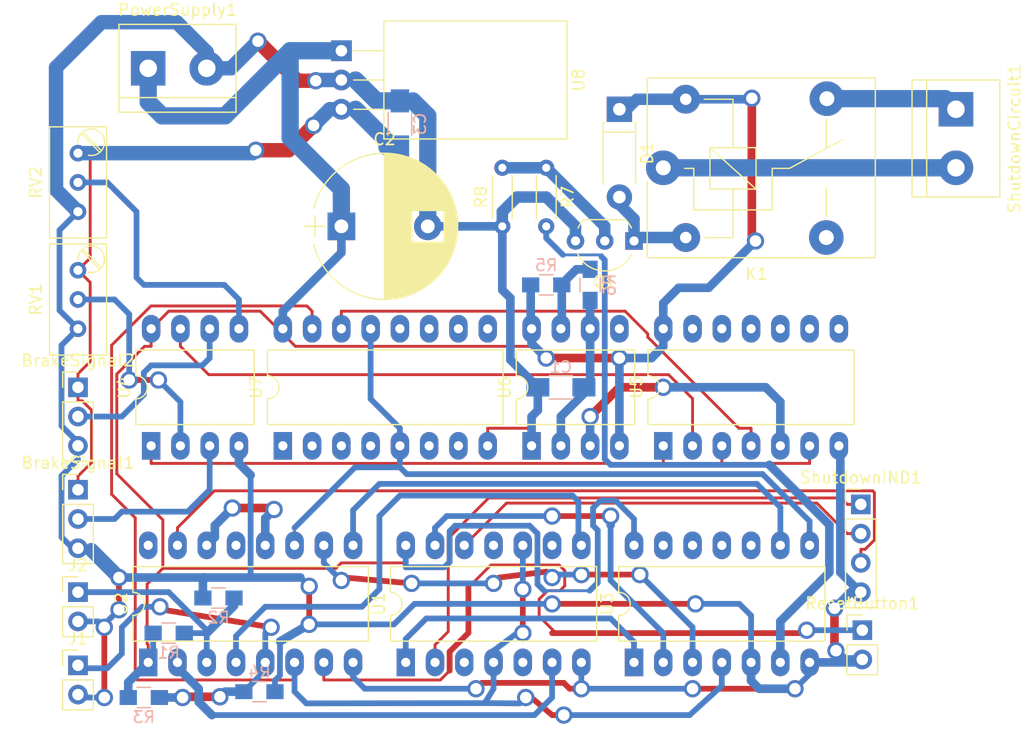
<source format=kicad_pcb>
(kicad_pcb (version 4) (host pcbnew 4.0.7)

  (general
    (links 89)
    (no_connects 0)
    (area 104.917142 51.349 194.115 115.238002)
    (thickness 1.6)
    (drawings 0)
    (tracks 501)
    (zones 0)
    (modules 32)
    (nets 51)
  )

  (page A4)
  (layers
    (0 F.Cu signal)
    (31 B.Cu signal)
    (32 B.Adhes user)
    (33 F.Adhes user)
    (34 B.Paste user)
    (35 F.Paste user)
    (36 B.SilkS user)
    (37 F.SilkS user)
    (38 B.Mask user)
    (39 F.Mask user)
    (40 Dwgs.User user)
    (41 Cmts.User user)
    (42 Eco1.User user)
    (43 Eco2.User user)
    (44 Edge.Cuts user)
    (45 Margin user)
    (46 B.CrtYd user)
    (47 F.CrtYd user)
    (48 B.Fab user)
    (49 F.Fab user)
  )

  (setup
    (last_trace_width 0.5)
    (user_trace_width 0.25)
    (user_trace_width 0.5)
    (user_trace_width 0.75)
    (user_trace_width 1)
    (user_trace_width 1.25)
    (user_trace_width 1.5)
    (trace_clearance 0.2)
    (zone_clearance 0.508)
    (zone_45_only no)
    (trace_min 0.2)
    (segment_width 0.2)
    (edge_width 0.2)
    (via_size 0.6)
    (via_drill 0.4)
    (via_min_size 0.4)
    (via_min_drill 0.3)
    (user_via 1.5 1)
    (uvia_size 0.3)
    (uvia_drill 0.1)
    (uvias_allowed no)
    (uvia_min_size 0.2)
    (uvia_min_drill 0.1)
    (pcb_text_width 0.3)
    (pcb_text_size 1.5 1.5)
    (mod_edge_width 0.15)
    (mod_text_size 1 1)
    (mod_text_width 0.15)
    (pad_size 1.524 1.524)
    (pad_drill 0.762)
    (pad_to_mask_clearance 0.2)
    (aux_axis_origin 0 0)
    (visible_elements 7FFFFFFF)
    (pcbplotparams
      (layerselection 0x00030_80000001)
      (usegerberextensions false)
      (excludeedgelayer true)
      (linewidth 0.100000)
      (plotframeref false)
      (viasonmask false)
      (mode 1)
      (useauxorigin false)
      (hpglpennumber 1)
      (hpglpenspeed 20)
      (hpglpendiameter 15)
      (hpglpenoverlay 2)
      (psnegative false)
      (psa4output false)
      (plotreference true)
      (plotvalue true)
      (plotinvisibletext false)
      (padsonsilk false)
      (subtractmaskfromsilk false)
      (outputformat 1)
      (mirror false)
      (drillshape 1)
      (scaleselection 1)
      (outputdirectory ""))
  )

  (net 0 "")
  (net 1 "Net-(U1-Pad1)")
  (net 2 "Net-(U1-Pad8)")
  (net 3 "Net-(U1-Pad9)")
  (net 4 "Net-(U1-Pad3)")
  (net 5 "Net-(U1-Pad10)")
  (net 6 "Net-(U1-Pad11)")
  (net 7 "Net-(U1-Pad5)")
  (net 8 "Net-(U1-Pad6)")
  (net 9 "Net-(U1-Pad13)")
  (net 10 VCC)
  (net 11 "Net-(U2-Pad9)")
  (net 12 "Net-(U2-Pad10)")
  (net 13 /BMS_Status)
  (net 14 /IMD_Status)
  (net 15 /Reset)
  (net 16 /BSPD_Status)
  (net 17 GND)
  (net 18 +5V)
  (net 19 "Net-(BrakeSignal1-Pad2)")
  (net 20 "Net-(BrakeSignal2-Pad2)")
  (net 21 "Net-(C1-Pad1)")
  (net 22 "Net-(D1-Pad2)")
  (net 23 "Net-(K1-Pad3)")
  (net 24 /Shutdown_IN)
  (net 25 /Shutdown_OUT)
  (net 26 "Net-(Q1-Pad2)")
  (net 27 "Net-(R5-Pad1)")
  (net 28 "Net-(R7-Pad2)")
  (net 29 "Net-(RV1-Pad2)")
  (net 30 "Net-(RV2-Pad2)")
  (net 31 /BMS_IND)
  (net 32 /IMD_IND)
  (net 33 "Net-(ShutdownIND1-Pad3)")
  (net 34 "Net-(U2-Pad12)")
  (net 35 "Net-(U4-Pad1)")
  (net 36 "Net-(U4-Pad7)")
  (net 37 "Net-(U5-Pad3)")
  (net 38 "Net-(U5-Pad4)")
  (net 39 /Clock)
  (net 40 "Net-(U6-Pad5)")
  (net 41 "Net-(U7-Pad1)")
  (net 42 "Net-(U7-Pad9)")
  (net 43 "Net-(U7-Pad2)")
  (net 44 "Net-(U7-Pad10)")
  (net 45 "Net-(U7-Pad3)")
  (net 46 "Net-(U7-Pad11)")
  (net 47 "Net-(U7-Pad4)")
  (net 48 "Net-(U7-Pad12)")
  (net 49 "Net-(U7-Pad6)")
  (net 50 "Net-(U7-Pad7)")

  (net_class Default "This is the default net class."
    (clearance 0.2)
    (trace_width 0.25)
    (via_dia 0.6)
    (via_drill 0.4)
    (uvia_dia 0.3)
    (uvia_drill 0.1)
    (add_net +5V)
    (add_net /BMS_IND)
    (add_net /BMS_Status)
    (add_net /BSPD_Status)
    (add_net /Clock)
    (add_net /IMD_IND)
    (add_net /IMD_Status)
    (add_net /Reset)
    (add_net /Shutdown_IN)
    (add_net /Shutdown_OUT)
    (add_net GND)
    (add_net "Net-(BrakeSignal1-Pad2)")
    (add_net "Net-(BrakeSignal2-Pad2)")
    (add_net "Net-(C1-Pad1)")
    (add_net "Net-(D1-Pad2)")
    (add_net "Net-(K1-Pad3)")
    (add_net "Net-(Q1-Pad2)")
    (add_net "Net-(R5-Pad1)")
    (add_net "Net-(R7-Pad2)")
    (add_net "Net-(RV1-Pad2)")
    (add_net "Net-(RV2-Pad2)")
    (add_net "Net-(ShutdownIND1-Pad3)")
    (add_net "Net-(U1-Pad1)")
    (add_net "Net-(U1-Pad10)")
    (add_net "Net-(U1-Pad11)")
    (add_net "Net-(U1-Pad13)")
    (add_net "Net-(U1-Pad3)")
    (add_net "Net-(U1-Pad5)")
    (add_net "Net-(U1-Pad6)")
    (add_net "Net-(U1-Pad8)")
    (add_net "Net-(U1-Pad9)")
    (add_net "Net-(U2-Pad10)")
    (add_net "Net-(U2-Pad12)")
    (add_net "Net-(U2-Pad9)")
    (add_net "Net-(U4-Pad1)")
    (add_net "Net-(U4-Pad7)")
    (add_net "Net-(U5-Pad3)")
    (add_net "Net-(U5-Pad4)")
    (add_net "Net-(U6-Pad5)")
    (add_net "Net-(U7-Pad1)")
    (add_net "Net-(U7-Pad10)")
    (add_net "Net-(U7-Pad11)")
    (add_net "Net-(U7-Pad12)")
    (add_net "Net-(U7-Pad2)")
    (add_net "Net-(U7-Pad3)")
    (add_net "Net-(U7-Pad4)")
    (add_net "Net-(U7-Pad6)")
    (add_net "Net-(U7-Pad7)")
    (add_net "Net-(U7-Pad9)")
    (add_net VCC)
  )

  (module Housings_DIP:DIP-14_W10.16mm_LongPads (layer F.Cu) (tedit 59C78D6B) (tstamp 5D9BED1F)
    (at 140.208 108.966 90)
    (descr "14-lead though-hole mounted DIP package, row spacing 10.16 mm (400 mils), LongPads")
    (tags "THT DIP DIL PDIP 2.54mm 10.16mm 400mil LongPads")
    (path /5D9BE98D)
    (fp_text reference U1 (at 5.08 -2.33 90) (layer F.SilkS)
      (effects (font (size 1 1) (thickness 0.15)))
    )
    (fp_text value 4013 (at 5.08 17.57 90) (layer F.Fab)
      (effects (font (size 1 1) (thickness 0.15)))
    )
    (fp_arc (start 5.08 -1.33) (end 4.08 -1.33) (angle -180) (layer F.SilkS) (width 0.12))
    (fp_line (start 2.905 -1.27) (end 8.255 -1.27) (layer F.Fab) (width 0.1))
    (fp_line (start 8.255 -1.27) (end 8.255 16.51) (layer F.Fab) (width 0.1))
    (fp_line (start 8.255 16.51) (end 1.905 16.51) (layer F.Fab) (width 0.1))
    (fp_line (start 1.905 16.51) (end 1.905 -0.27) (layer F.Fab) (width 0.1))
    (fp_line (start 1.905 -0.27) (end 2.905 -1.27) (layer F.Fab) (width 0.1))
    (fp_line (start 4.08 -1.33) (end 1.845 -1.33) (layer F.SilkS) (width 0.12))
    (fp_line (start 1.845 -1.33) (end 1.845 16.57) (layer F.SilkS) (width 0.12))
    (fp_line (start 1.845 16.57) (end 8.315 16.57) (layer F.SilkS) (width 0.12))
    (fp_line (start 8.315 16.57) (end 8.315 -1.33) (layer F.SilkS) (width 0.12))
    (fp_line (start 8.315 -1.33) (end 6.08 -1.33) (layer F.SilkS) (width 0.12))
    (fp_line (start -1.5 -1.55) (end -1.5 16.8) (layer F.CrtYd) (width 0.05))
    (fp_line (start -1.5 16.8) (end 11.65 16.8) (layer F.CrtYd) (width 0.05))
    (fp_line (start 11.65 16.8) (end 11.65 -1.55) (layer F.CrtYd) (width 0.05))
    (fp_line (start 11.65 -1.55) (end -1.5 -1.55) (layer F.CrtYd) (width 0.05))
    (fp_text user %R (at 5.08 7.62 90) (layer F.Fab)
      (effects (font (size 1 1) (thickness 0.15)))
    )
    (pad 1 thru_hole rect (at 0 0 90) (size 2.4 1.6) (drill 0.8) (layers *.Cu *.Mask)
      (net 1 "Net-(U1-Pad1)"))
    (pad 8 thru_hole oval (at 10.16 15.24 90) (size 2.4 1.6) (drill 0.8) (layers *.Cu *.Mask)
      (net 2 "Net-(U1-Pad8)"))
    (pad 2 thru_hole oval (at 0 2.54 90) (size 2.4 1.6) (drill 0.8) (layers *.Cu *.Mask)
      (net 31 /BMS_IND))
    (pad 9 thru_hole oval (at 10.16 12.7 90) (size 2.4 1.6) (drill 0.8) (layers *.Cu *.Mask)
      (net 3 "Net-(U1-Pad9)"))
    (pad 3 thru_hole oval (at 0 5.08 90) (size 2.4 1.6) (drill 0.8) (layers *.Cu *.Mask)
      (net 4 "Net-(U1-Pad3)"))
    (pad 10 thru_hole oval (at 10.16 10.16 90) (size 2.4 1.6) (drill 0.8) (layers *.Cu *.Mask)
      (net 5 "Net-(U1-Pad10)"))
    (pad 4 thru_hole oval (at 0 7.62 90) (size 2.4 1.6) (drill 0.8) (layers *.Cu *.Mask)
      (net 5 "Net-(U1-Pad10)"))
    (pad 11 thru_hole oval (at 10.16 7.62 90) (size 2.4 1.6) (drill 0.8) (layers *.Cu *.Mask)
      (net 6 "Net-(U1-Pad11)"))
    (pad 5 thru_hole oval (at 0 10.16 90) (size 2.4 1.6) (drill 0.8) (layers *.Cu *.Mask)
      (net 7 "Net-(U1-Pad5)"))
    (pad 12 thru_hole oval (at 10.16 5.08 90) (size 2.4 1.6) (drill 0.8) (layers *.Cu *.Mask)
      (net 32 /IMD_IND))
    (pad 6 thru_hole oval (at 0 12.7 90) (size 2.4 1.6) (drill 0.8) (layers *.Cu *.Mask)
      (net 8 "Net-(U1-Pad6)"))
    (pad 13 thru_hole oval (at 10.16 2.54 90) (size 2.4 1.6) (drill 0.8) (layers *.Cu *.Mask)
      (net 9 "Net-(U1-Pad13)"))
    (pad 7 thru_hole oval (at 0 15.24 90) (size 2.4 1.6) (drill 0.8) (layers *.Cu *.Mask)
      (net 17 GND))
    (pad 14 thru_hole oval (at 10.16 0 90) (size 2.4 1.6) (drill 0.8) (layers *.Cu *.Mask)
      (net 10 VCC))
    (model ${KISYS3DMOD}/Housings_DIP.3dshapes/DIP-14_W10.16mm.wrl
      (at (xyz 0 0 0))
      (scale (xyz 1 1 1))
      (rotate (xyz 0 0 0))
    )
  )

  (module Housings_DIP:DIP-16_W10.16mm_LongPads (layer F.Cu) (tedit 59C78D6B) (tstamp 5D9BED43)
    (at 117.856 108.966 90)
    (descr "16-lead though-hole mounted DIP package, row spacing 10.16 mm (400 mils), LongPads")
    (tags "THT DIP DIL PDIP 2.54mm 10.16mm 400mil LongPads")
    (path /5D9BEA0B)
    (fp_text reference U2 (at 5.08 -2.33 90) (layer F.SilkS)
      (effects (font (size 1 1) (thickness 0.15)))
    )
    (fp_text value 4049 (at 5.08 20.11 90) (layer F.Fab)
      (effects (font (size 1 1) (thickness 0.15)))
    )
    (fp_arc (start 5.08 -1.33) (end 4.08 -1.33) (angle -180) (layer F.SilkS) (width 0.12))
    (fp_line (start 2.905 -1.27) (end 8.255 -1.27) (layer F.Fab) (width 0.1))
    (fp_line (start 8.255 -1.27) (end 8.255 19.05) (layer F.Fab) (width 0.1))
    (fp_line (start 8.255 19.05) (end 1.905 19.05) (layer F.Fab) (width 0.1))
    (fp_line (start 1.905 19.05) (end 1.905 -0.27) (layer F.Fab) (width 0.1))
    (fp_line (start 1.905 -0.27) (end 2.905 -1.27) (layer F.Fab) (width 0.1))
    (fp_line (start 4.08 -1.33) (end 1.845 -1.33) (layer F.SilkS) (width 0.12))
    (fp_line (start 1.845 -1.33) (end 1.845 19.11) (layer F.SilkS) (width 0.12))
    (fp_line (start 1.845 19.11) (end 8.315 19.11) (layer F.SilkS) (width 0.12))
    (fp_line (start 8.315 19.11) (end 8.315 -1.33) (layer F.SilkS) (width 0.12))
    (fp_line (start 8.315 -1.33) (end 6.08 -1.33) (layer F.SilkS) (width 0.12))
    (fp_line (start -1.5 -1.55) (end -1.5 19.3) (layer F.CrtYd) (width 0.05))
    (fp_line (start -1.5 19.3) (end 11.65 19.3) (layer F.CrtYd) (width 0.05))
    (fp_line (start 11.65 19.3) (end 11.65 -1.55) (layer F.CrtYd) (width 0.05))
    (fp_line (start 11.65 -1.55) (end -1.5 -1.55) (layer F.CrtYd) (width 0.05))
    (fp_text user %R (at 5.08 8.89 90) (layer F.Fab)
      (effects (font (size 1 1) (thickness 0.15)))
    )
    (pad 1 thru_hole rect (at 0 0 90) (size 2.4 1.6) (drill 0.8) (layers *.Cu *.Mask)
      (net 10 VCC))
    (pad 9 thru_hole oval (at 10.16 17.78 90) (size 2.4 1.6) (drill 0.8) (layers *.Cu *.Mask)
      (net 11 "Net-(U2-Pad9)"))
    (pad 2 thru_hole oval (at 0 2.54 90) (size 2.4 1.6) (drill 0.8) (layers *.Cu *.Mask)
      (net 8 "Net-(U1-Pad6)"))
    (pad 10 thru_hole oval (at 10.16 15.24 90) (size 2.4 1.6) (drill 0.8) (layers *.Cu *.Mask)
      (net 12 "Net-(U2-Pad10)"))
    (pad 3 thru_hole oval (at 0 5.08 90) (size 2.4 1.6) (drill 0.8) (layers *.Cu *.Mask)
      (net 13 /BMS_Status))
    (pad 11 thru_hole oval (at 10.16 12.7 90) (size 2.4 1.6) (drill 0.8) (layers *.Cu *.Mask)
      (net 16 /BSPD_Status))
    (pad 4 thru_hole oval (at 0 7.62 90) (size 2.4 1.6) (drill 0.8) (layers *.Cu *.Mask)
      (net 2 "Net-(U1-Pad8)"))
    (pad 12 thru_hole oval (at 10.16 10.16 90) (size 2.4 1.6) (drill 0.8) (layers *.Cu *.Mask)
      (net 34 "Net-(U2-Pad12)"))
    (pad 5 thru_hole oval (at 0 10.16 90) (size 2.4 1.6) (drill 0.8) (layers *.Cu *.Mask)
      (net 14 /IMD_Status))
    (pad 13 thru_hole oval (at 10.16 7.62 90) (size 2.4 1.6) (drill 0.8) (layers *.Cu *.Mask))
    (pad 6 thru_hole oval (at 0 12.7 90) (size 2.4 1.6) (drill 0.8) (layers *.Cu *.Mask)
      (net 5 "Net-(U1-Pad10)"))
    (pad 14 thru_hole oval (at 10.16 5.08 90) (size 2.4 1.6) (drill 0.8) (layers *.Cu *.Mask)
      (net 34 "Net-(U2-Pad12)"))
    (pad 7 thru_hole oval (at 0 15.24 90) (size 2.4 1.6) (drill 0.8) (layers *.Cu *.Mask)
      (net 15 /Reset))
    (pad 15 thru_hole oval (at 10.16 2.54 90) (size 2.4 1.6) (drill 0.8) (layers *.Cu *.Mask)
      (net 33 "Net-(ShutdownIND1-Pad3)"))
    (pad 8 thru_hole oval (at 0 17.78 90) (size 2.4 1.6) (drill 0.8) (layers *.Cu *.Mask)
      (net 17 GND))
    (pad 16 thru_hole oval (at 10.16 0 90) (size 2.4 1.6) (drill 0.8) (layers *.Cu *.Mask))
    (model ${KISYS3DMOD}/Housings_DIP.3dshapes/DIP-16_W10.16mm.wrl
      (at (xyz 0 0 0))
      (scale (xyz 1 1 1))
      (rotate (xyz 0 0 0))
    )
  )

  (module Housings_DIP:DIP-14_W10.16mm_LongPads (layer F.Cu) (tedit 59C78D6B) (tstamp 5D9BED65)
    (at 160.02 108.966 90)
    (descr "14-lead though-hole mounted DIP package, row spacing 10.16 mm (400 mils), LongPads")
    (tags "THT DIP DIL PDIP 2.54mm 10.16mm 400mil LongPads")
    (path /5D9BF07A)
    (fp_text reference U3 (at 5.08 -2.33 90) (layer F.SilkS)
      (effects (font (size 1 1) (thickness 0.15)))
    )
    (fp_text value 4025 (at 5.08 17.57 90) (layer F.Fab)
      (effects (font (size 1 1) (thickness 0.15)))
    )
    (fp_arc (start 5.08 -1.33) (end 4.08 -1.33) (angle -180) (layer F.SilkS) (width 0.12))
    (fp_line (start 2.905 -1.27) (end 8.255 -1.27) (layer F.Fab) (width 0.1))
    (fp_line (start 8.255 -1.27) (end 8.255 16.51) (layer F.Fab) (width 0.1))
    (fp_line (start 8.255 16.51) (end 1.905 16.51) (layer F.Fab) (width 0.1))
    (fp_line (start 1.905 16.51) (end 1.905 -0.27) (layer F.Fab) (width 0.1))
    (fp_line (start 1.905 -0.27) (end 2.905 -1.27) (layer F.Fab) (width 0.1))
    (fp_line (start 4.08 -1.33) (end 1.845 -1.33) (layer F.SilkS) (width 0.12))
    (fp_line (start 1.845 -1.33) (end 1.845 16.57) (layer F.SilkS) (width 0.12))
    (fp_line (start 1.845 16.57) (end 8.315 16.57) (layer F.SilkS) (width 0.12))
    (fp_line (start 8.315 16.57) (end 8.315 -1.33) (layer F.SilkS) (width 0.12))
    (fp_line (start 8.315 -1.33) (end 6.08 -1.33) (layer F.SilkS) (width 0.12))
    (fp_line (start -1.5 -1.55) (end -1.5 16.8) (layer F.CrtYd) (width 0.05))
    (fp_line (start -1.5 16.8) (end 11.65 16.8) (layer F.CrtYd) (width 0.05))
    (fp_line (start 11.65 16.8) (end 11.65 -1.55) (layer F.CrtYd) (width 0.05))
    (fp_line (start 11.65 -1.55) (end -1.5 -1.55) (layer F.CrtYd) (width 0.05))
    (fp_text user %R (at 5.08 7.62 90) (layer F.Fab)
      (effects (font (size 1 1) (thickness 0.15)))
    )
    (pad 1 thru_hole rect (at 0 0 90) (size 2.4 1.6) (drill 0.8) (layers *.Cu *.Mask)
      (net 1 "Net-(U1-Pad1)"))
    (pad 8 thru_hole oval (at 10.16 15.24 90) (size 2.4 1.6) (drill 0.8) (layers *.Cu *.Mask)
      (net 16 /BSPD_Status))
    (pad 2 thru_hole oval (at 0 2.54 90) (size 2.4 1.6) (drill 0.8) (layers *.Cu *.Mask)
      (net 9 "Net-(U1-Pad13)"))
    (pad 9 thru_hole oval (at 10.16 12.7 90) (size 2.4 1.6) (drill 0.8) (layers *.Cu *.Mask)
      (net 11 "Net-(U2-Pad9)"))
    (pad 3 thru_hole oval (at 0 5.08 90) (size 2.4 1.6) (drill 0.8) (layers *.Cu *.Mask)
      (net 12 "Net-(U2-Pad10)"))
    (pad 10 thru_hole oval (at 10.16 10.16 90) (size 2.4 1.6) (drill 0.8) (layers *.Cu *.Mask))
    (pad 4 thru_hole oval (at 0 7.62 90) (size 2.4 1.6) (drill 0.8) (layers *.Cu *.Mask)
      (net 5 "Net-(U1-Pad10)"))
    (pad 11 thru_hole oval (at 10.16 7.62 90) (size 2.4 1.6) (drill 0.8) (layers *.Cu *.Mask))
    (pad 5 thru_hole oval (at 0 10.16 90) (size 2.4 1.6) (drill 0.8) (layers *.Cu *.Mask)
      (net 17 GND))
    (pad 12 thru_hole oval (at 10.16 5.08 90) (size 2.4 1.6) (drill 0.8) (layers *.Cu *.Mask))
    (pad 6 thru_hole oval (at 0 12.7 90) (size 2.4 1.6) (drill 0.8) (layers *.Cu *.Mask)
      (net 28 "Net-(R7-Pad2)"))
    (pad 13 thru_hole oval (at 10.16 2.54 90) (size 2.4 1.6) (drill 0.8) (layers *.Cu *.Mask))
    (pad 7 thru_hole oval (at 0 15.24 90) (size 2.4 1.6) (drill 0.8) (layers *.Cu *.Mask)
      (net 17 GND))
    (pad 14 thru_hole oval (at 10.16 0 90) (size 2.4 1.6) (drill 0.8) (layers *.Cu *.Mask)
      (net 10 VCC))
    (model ${KISYS3DMOD}/Housings_DIP.3dshapes/DIP-14_W10.16mm.wrl
      (at (xyz 0 0 0))
      (scale (xyz 1 1 1))
      (rotate (xyz 0 0 0))
    )
  )

  (module Pin_Headers:Pin_Header_Straight_1x02_Pitch2.54mm (layer F.Cu) (tedit 59650532) (tstamp 5D9BF41C)
    (at 111.76 109.22)
    (descr "Through hole straight pin header, 1x02, 2.54mm pitch, single row")
    (tags "Through hole pin header THT 1x02 2.54mm single row")
    (path /5D9BFB86)
    (fp_text reference J1 (at 0 -2.33) (layer F.SilkS)
      (effects (font (size 1 1) (thickness 0.15)))
    )
    (fp_text value Conn_01x02_Male (at 0 4.87) (layer F.Fab)
      (effects (font (size 1 1) (thickness 0.15)))
    )
    (fp_line (start -0.635 -1.27) (end 1.27 -1.27) (layer F.Fab) (width 0.1))
    (fp_line (start 1.27 -1.27) (end 1.27 3.81) (layer F.Fab) (width 0.1))
    (fp_line (start 1.27 3.81) (end -1.27 3.81) (layer F.Fab) (width 0.1))
    (fp_line (start -1.27 3.81) (end -1.27 -0.635) (layer F.Fab) (width 0.1))
    (fp_line (start -1.27 -0.635) (end -0.635 -1.27) (layer F.Fab) (width 0.1))
    (fp_line (start -1.33 3.87) (end 1.33 3.87) (layer F.SilkS) (width 0.12))
    (fp_line (start -1.33 1.27) (end -1.33 3.87) (layer F.SilkS) (width 0.12))
    (fp_line (start 1.33 1.27) (end 1.33 3.87) (layer F.SilkS) (width 0.12))
    (fp_line (start -1.33 1.27) (end 1.33 1.27) (layer F.SilkS) (width 0.12))
    (fp_line (start -1.33 0) (end -1.33 -1.33) (layer F.SilkS) (width 0.12))
    (fp_line (start -1.33 -1.33) (end 0 -1.33) (layer F.SilkS) (width 0.12))
    (fp_line (start -1.8 -1.8) (end -1.8 4.35) (layer F.CrtYd) (width 0.05))
    (fp_line (start -1.8 4.35) (end 1.8 4.35) (layer F.CrtYd) (width 0.05))
    (fp_line (start 1.8 4.35) (end 1.8 -1.8) (layer F.CrtYd) (width 0.05))
    (fp_line (start 1.8 -1.8) (end -1.8 -1.8) (layer F.CrtYd) (width 0.05))
    (fp_text user %R (at 0 1.27 90) (layer F.Fab)
      (effects (font (size 1 1) (thickness 0.15)))
    )
    (pad 1 thru_hole rect (at 0 0) (size 1.7 1.7) (drill 1) (layers *.Cu *.Mask)
      (net 14 /IMD_Status))
    (pad 2 thru_hole oval (at 0 2.54) (size 1.7 1.7) (drill 1) (layers *.Cu *.Mask)
      (net 17 GND))
    (model ${KISYS3DMOD}/Pin_Headers.3dshapes/Pin_Header_Straight_1x02_Pitch2.54mm.wrl
      (at (xyz 0 0 0))
      (scale (xyz 1 1 1))
      (rotate (xyz 0 0 0))
    )
  )

  (module Pin_Headers:Pin_Header_Straight_1x02_Pitch2.54mm (layer F.Cu) (tedit 59650532) (tstamp 5D9BF432)
    (at 111.76 102.87)
    (descr "Through hole straight pin header, 1x02, 2.54mm pitch, single row")
    (tags "Through hole pin header THT 1x02 2.54mm single row")
    (path /5D9BFA92)
    (fp_text reference J2 (at 0 -2.33) (layer F.SilkS)
      (effects (font (size 1 1) (thickness 0.15)))
    )
    (fp_text value Conn_01x02_Male (at 0 4.87) (layer F.Fab)
      (effects (font (size 1 1) (thickness 0.15)))
    )
    (fp_line (start -0.635 -1.27) (end 1.27 -1.27) (layer F.Fab) (width 0.1))
    (fp_line (start 1.27 -1.27) (end 1.27 3.81) (layer F.Fab) (width 0.1))
    (fp_line (start 1.27 3.81) (end -1.27 3.81) (layer F.Fab) (width 0.1))
    (fp_line (start -1.27 3.81) (end -1.27 -0.635) (layer F.Fab) (width 0.1))
    (fp_line (start -1.27 -0.635) (end -0.635 -1.27) (layer F.Fab) (width 0.1))
    (fp_line (start -1.33 3.87) (end 1.33 3.87) (layer F.SilkS) (width 0.12))
    (fp_line (start -1.33 1.27) (end -1.33 3.87) (layer F.SilkS) (width 0.12))
    (fp_line (start 1.33 1.27) (end 1.33 3.87) (layer F.SilkS) (width 0.12))
    (fp_line (start -1.33 1.27) (end 1.33 1.27) (layer F.SilkS) (width 0.12))
    (fp_line (start -1.33 0) (end -1.33 -1.33) (layer F.SilkS) (width 0.12))
    (fp_line (start -1.33 -1.33) (end 0 -1.33) (layer F.SilkS) (width 0.12))
    (fp_line (start -1.8 -1.8) (end -1.8 4.35) (layer F.CrtYd) (width 0.05))
    (fp_line (start -1.8 4.35) (end 1.8 4.35) (layer F.CrtYd) (width 0.05))
    (fp_line (start 1.8 4.35) (end 1.8 -1.8) (layer F.CrtYd) (width 0.05))
    (fp_line (start 1.8 -1.8) (end -1.8 -1.8) (layer F.CrtYd) (width 0.05))
    (fp_text user %R (at 0 1.27 90) (layer F.Fab)
      (effects (font (size 1 1) (thickness 0.15)))
    )
    (pad 1 thru_hole rect (at 0 0) (size 1.7 1.7) (drill 1) (layers *.Cu *.Mask)
      (net 13 /BMS_Status))
    (pad 2 thru_hole oval (at 0 2.54) (size 1.7 1.7) (drill 1) (layers *.Cu *.Mask)
      (net 17 GND))
    (model ${KISYS3DMOD}/Pin_Headers.3dshapes/Pin_Header_Straight_1x02_Pitch2.54mm.wrl
      (at (xyz 0 0 0))
      (scale (xyz 1 1 1))
      (rotate (xyz 0 0 0))
    )
  )

  (module Pin_Headers:Pin_Header_Straight_1x03_Pitch2.54mm (layer F.Cu) (tedit 59650532) (tstamp 5DA12D61)
    (at 111.76 93.98)
    (descr "Through hole straight pin header, 1x03, 2.54mm pitch, single row")
    (tags "Through hole pin header THT 1x03 2.54mm single row")
    (path /5D9D888B)
    (fp_text reference BrakeSignal1 (at 0 -2.33) (layer F.SilkS)
      (effects (font (size 1 1) (thickness 0.15)))
    )
    (fp_text value XH_3p (at 0 7.41) (layer F.Fab)
      (effects (font (size 1 1) (thickness 0.15)))
    )
    (fp_line (start -0.635 -1.27) (end 1.27 -1.27) (layer F.Fab) (width 0.1))
    (fp_line (start 1.27 -1.27) (end 1.27 6.35) (layer F.Fab) (width 0.1))
    (fp_line (start 1.27 6.35) (end -1.27 6.35) (layer F.Fab) (width 0.1))
    (fp_line (start -1.27 6.35) (end -1.27 -0.635) (layer F.Fab) (width 0.1))
    (fp_line (start -1.27 -0.635) (end -0.635 -1.27) (layer F.Fab) (width 0.1))
    (fp_line (start -1.33 6.41) (end 1.33 6.41) (layer F.SilkS) (width 0.12))
    (fp_line (start -1.33 1.27) (end -1.33 6.41) (layer F.SilkS) (width 0.12))
    (fp_line (start 1.33 1.27) (end 1.33 6.41) (layer F.SilkS) (width 0.12))
    (fp_line (start -1.33 1.27) (end 1.33 1.27) (layer F.SilkS) (width 0.12))
    (fp_line (start -1.33 0) (end -1.33 -1.33) (layer F.SilkS) (width 0.12))
    (fp_line (start -1.33 -1.33) (end 0 -1.33) (layer F.SilkS) (width 0.12))
    (fp_line (start -1.8 -1.8) (end -1.8 6.85) (layer F.CrtYd) (width 0.05))
    (fp_line (start -1.8 6.85) (end 1.8 6.85) (layer F.CrtYd) (width 0.05))
    (fp_line (start 1.8 6.85) (end 1.8 -1.8) (layer F.CrtYd) (width 0.05))
    (fp_line (start 1.8 -1.8) (end -1.8 -1.8) (layer F.CrtYd) (width 0.05))
    (fp_text user %R (at 0 2.54 90) (layer F.Fab)
      (effects (font (size 1 1) (thickness 0.15)))
    )
    (pad 1 thru_hole rect (at 0 0) (size 1.7 1.7) (drill 1) (layers *.Cu *.Mask)
      (net 18 +5V))
    (pad 2 thru_hole oval (at 0 2.54) (size 1.7 1.7) (drill 1) (layers *.Cu *.Mask)
      (net 19 "Net-(BrakeSignal1-Pad2)"))
    (pad 3 thru_hole oval (at 0 5.08) (size 1.7 1.7) (drill 1) (layers *.Cu *.Mask)
      (net 17 GND))
    (model ${KISYS3DMOD}/Pin_Headers.3dshapes/Pin_Header_Straight_1x03_Pitch2.54mm.wrl
      (at (xyz 0 0 0))
      (scale (xyz 1 1 1))
      (rotate (xyz 0 0 0))
    )
  )

  (module Pin_Headers:Pin_Header_Straight_1x03_Pitch2.54mm (layer F.Cu) (tedit 59650532) (tstamp 5DA12D78)
    (at 111.76 85.09)
    (descr "Through hole straight pin header, 1x03, 2.54mm pitch, single row")
    (tags "Through hole pin header THT 1x03 2.54mm single row")
    (path /5D9D8D51)
    (fp_text reference BrakeSignal2 (at 0 -2.33) (layer F.SilkS)
      (effects (font (size 1 1) (thickness 0.15)))
    )
    (fp_text value XH_3p (at 0 7.41) (layer F.Fab)
      (effects (font (size 1 1) (thickness 0.15)))
    )
    (fp_line (start -0.635 -1.27) (end 1.27 -1.27) (layer F.Fab) (width 0.1))
    (fp_line (start 1.27 -1.27) (end 1.27 6.35) (layer F.Fab) (width 0.1))
    (fp_line (start 1.27 6.35) (end -1.27 6.35) (layer F.Fab) (width 0.1))
    (fp_line (start -1.27 6.35) (end -1.27 -0.635) (layer F.Fab) (width 0.1))
    (fp_line (start -1.27 -0.635) (end -0.635 -1.27) (layer F.Fab) (width 0.1))
    (fp_line (start -1.33 6.41) (end 1.33 6.41) (layer F.SilkS) (width 0.12))
    (fp_line (start -1.33 1.27) (end -1.33 6.41) (layer F.SilkS) (width 0.12))
    (fp_line (start 1.33 1.27) (end 1.33 6.41) (layer F.SilkS) (width 0.12))
    (fp_line (start -1.33 1.27) (end 1.33 1.27) (layer F.SilkS) (width 0.12))
    (fp_line (start -1.33 0) (end -1.33 -1.33) (layer F.SilkS) (width 0.12))
    (fp_line (start -1.33 -1.33) (end 0 -1.33) (layer F.SilkS) (width 0.12))
    (fp_line (start -1.8 -1.8) (end -1.8 6.85) (layer F.CrtYd) (width 0.05))
    (fp_line (start -1.8 6.85) (end 1.8 6.85) (layer F.CrtYd) (width 0.05))
    (fp_line (start 1.8 6.85) (end 1.8 -1.8) (layer F.CrtYd) (width 0.05))
    (fp_line (start 1.8 -1.8) (end -1.8 -1.8) (layer F.CrtYd) (width 0.05))
    (fp_text user %R (at 0 2.54 90) (layer F.Fab)
      (effects (font (size 1 1) (thickness 0.15)))
    )
    (pad 1 thru_hole rect (at 0 0) (size 1.7 1.7) (drill 1) (layers *.Cu *.Mask)
      (net 18 +5V))
    (pad 2 thru_hole oval (at 0 2.54) (size 1.7 1.7) (drill 1) (layers *.Cu *.Mask)
      (net 20 "Net-(BrakeSignal2-Pad2)"))
    (pad 3 thru_hole oval (at 0 5.08) (size 1.7 1.7) (drill 1) (layers *.Cu *.Mask)
      (net 17 GND))
    (model ${KISYS3DMOD}/Pin_Headers.3dshapes/Pin_Header_Straight_1x03_Pitch2.54mm.wrl
      (at (xyz 0 0 0))
      (scale (xyz 1 1 1))
      (rotate (xyz 0 0 0))
    )
  )

  (module Capacitors_SMD:C_1206_HandSoldering (layer B.Cu) (tedit 58AA84D1) (tstamp 5DA12D89)
    (at 153.67 85.09 180)
    (descr "Capacitor SMD 1206, hand soldering")
    (tags "capacitor 1206")
    (path /5D9D51CB)
    (attr smd)
    (fp_text reference C1 (at 0 1.75 180) (layer B.SilkS)
      (effects (font (size 1 1) (thickness 0.15)) (justify mirror))
    )
    (fp_text value 4u7F (at 0 -2 180) (layer B.Fab)
      (effects (font (size 1 1) (thickness 0.15)) (justify mirror))
    )
    (fp_text user %R (at 0 1.75 180) (layer B.Fab)
      (effects (font (size 1 1) (thickness 0.15)) (justify mirror))
    )
    (fp_line (start -1.6 -0.8) (end -1.6 0.8) (layer B.Fab) (width 0.1))
    (fp_line (start 1.6 -0.8) (end -1.6 -0.8) (layer B.Fab) (width 0.1))
    (fp_line (start 1.6 0.8) (end 1.6 -0.8) (layer B.Fab) (width 0.1))
    (fp_line (start -1.6 0.8) (end 1.6 0.8) (layer B.Fab) (width 0.1))
    (fp_line (start 1 1.02) (end -1 1.02) (layer B.SilkS) (width 0.12))
    (fp_line (start -1 -1.02) (end 1 -1.02) (layer B.SilkS) (width 0.12))
    (fp_line (start -3.25 1.05) (end 3.25 1.05) (layer B.CrtYd) (width 0.05))
    (fp_line (start -3.25 1.05) (end -3.25 -1.05) (layer B.CrtYd) (width 0.05))
    (fp_line (start 3.25 -1.05) (end 3.25 1.05) (layer B.CrtYd) (width 0.05))
    (fp_line (start 3.25 -1.05) (end -3.25 -1.05) (layer B.CrtYd) (width 0.05))
    (pad 1 smd rect (at -2 0 180) (size 2 1.6) (layers B.Cu B.Paste B.Mask)
      (net 21 "Net-(C1-Pad1)"))
    (pad 2 smd rect (at 2 0 180) (size 2 1.6) (layers B.Cu B.Paste B.Mask)
      (net 17 GND))
    (model Capacitors_SMD.3dshapes/C_1206.wrl
      (at (xyz 0 0 0))
      (scale (xyz 1 1 1))
      (rotate (xyz 0 0 0))
    )
  )

  (module Capacitors_THT:CP_Radial_D12.5mm_P7.50mm (layer F.Cu) (tedit 597BC7C2) (tstamp 5DA12E80)
    (at 134.62 71.12)
    (descr "CP, Radial series, Radial, pin pitch=7.50mm, , diameter=12.5mm, Electrolytic Capacitor")
    (tags "CP Radial series Radial pin pitch 7.50mm  diameter 12.5mm Electrolytic Capacitor")
    (path /5D9DCA3D)
    (fp_text reference C2 (at 3.75 -7.56) (layer F.SilkS)
      (effects (font (size 1 1) (thickness 0.15)))
    )
    (fp_text value 100uF (at 3.75 7.56) (layer F.Fab)
      (effects (font (size 1 1) (thickness 0.15)))
    )
    (fp_arc (start 3.75 0) (end -2.389967 -1.58) (angle 151.1) (layer F.SilkS) (width 0.12))
    (fp_arc (start 3.75 0) (end -2.389967 1.58) (angle -151.1) (layer F.SilkS) (width 0.12))
    (fp_arc (start 3.75 0) (end 9.889967 -1.58) (angle 28.9) (layer F.SilkS) (width 0.12))
    (fp_circle (center 3.75 0) (end 10 0) (layer F.Fab) (width 0.1))
    (fp_line (start -3.2 0) (end -1.4 0) (layer F.Fab) (width 0.1))
    (fp_line (start -2.3 -0.9) (end -2.3 0.9) (layer F.Fab) (width 0.1))
    (fp_line (start 3.75 -6.3) (end 3.75 6.3) (layer F.SilkS) (width 0.12))
    (fp_line (start 3.79 -6.3) (end 3.79 6.3) (layer F.SilkS) (width 0.12))
    (fp_line (start 3.83 -6.3) (end 3.83 6.3) (layer F.SilkS) (width 0.12))
    (fp_line (start 3.87 -6.299) (end 3.87 6.299) (layer F.SilkS) (width 0.12))
    (fp_line (start 3.91 -6.298) (end 3.91 6.298) (layer F.SilkS) (width 0.12))
    (fp_line (start 3.95 -6.297) (end 3.95 6.297) (layer F.SilkS) (width 0.12))
    (fp_line (start 3.99 -6.296) (end 3.99 6.296) (layer F.SilkS) (width 0.12))
    (fp_line (start 4.03 -6.294) (end 4.03 6.294) (layer F.SilkS) (width 0.12))
    (fp_line (start 4.07 -6.292) (end 4.07 6.292) (layer F.SilkS) (width 0.12))
    (fp_line (start 4.11 -6.29) (end 4.11 6.29) (layer F.SilkS) (width 0.12))
    (fp_line (start 4.15 -6.288) (end 4.15 6.288) (layer F.SilkS) (width 0.12))
    (fp_line (start 4.19 -6.285) (end 4.19 6.285) (layer F.SilkS) (width 0.12))
    (fp_line (start 4.23 -6.282) (end 4.23 6.282) (layer F.SilkS) (width 0.12))
    (fp_line (start 4.27 -6.279) (end 4.27 6.279) (layer F.SilkS) (width 0.12))
    (fp_line (start 4.31 -6.276) (end 4.31 6.276) (layer F.SilkS) (width 0.12))
    (fp_line (start 4.35 -6.272) (end 4.35 6.272) (layer F.SilkS) (width 0.12))
    (fp_line (start 4.39 -6.268) (end 4.39 6.268) (layer F.SilkS) (width 0.12))
    (fp_line (start 4.43 -6.264) (end 4.43 6.264) (layer F.SilkS) (width 0.12))
    (fp_line (start 4.471 -6.259) (end 4.471 6.259) (layer F.SilkS) (width 0.12))
    (fp_line (start 4.511 -6.255) (end 4.511 6.255) (layer F.SilkS) (width 0.12))
    (fp_line (start 4.551 -6.25) (end 4.551 6.25) (layer F.SilkS) (width 0.12))
    (fp_line (start 4.591 -6.245) (end 4.591 6.245) (layer F.SilkS) (width 0.12))
    (fp_line (start 4.631 -6.239) (end 4.631 6.239) (layer F.SilkS) (width 0.12))
    (fp_line (start 4.671 -6.233) (end 4.671 6.233) (layer F.SilkS) (width 0.12))
    (fp_line (start 4.711 -6.227) (end 4.711 6.227) (layer F.SilkS) (width 0.12))
    (fp_line (start 4.751 -6.221) (end 4.751 6.221) (layer F.SilkS) (width 0.12))
    (fp_line (start 4.791 -6.215) (end 4.791 6.215) (layer F.SilkS) (width 0.12))
    (fp_line (start 4.831 -6.208) (end 4.831 6.208) (layer F.SilkS) (width 0.12))
    (fp_line (start 4.871 -6.201) (end 4.871 6.201) (layer F.SilkS) (width 0.12))
    (fp_line (start 4.911 -6.193) (end 4.911 6.193) (layer F.SilkS) (width 0.12))
    (fp_line (start 4.951 -6.186) (end 4.951 6.186) (layer F.SilkS) (width 0.12))
    (fp_line (start 4.991 -6.178) (end 4.991 6.178) (layer F.SilkS) (width 0.12))
    (fp_line (start 5.031 -6.17) (end 5.031 6.17) (layer F.SilkS) (width 0.12))
    (fp_line (start 5.071 -6.162) (end 5.071 6.162) (layer F.SilkS) (width 0.12))
    (fp_line (start 5.111 -6.153) (end 5.111 6.153) (layer F.SilkS) (width 0.12))
    (fp_line (start 5.151 -6.144) (end 5.151 6.144) (layer F.SilkS) (width 0.12))
    (fp_line (start 5.191 -6.135) (end 5.191 6.135) (layer F.SilkS) (width 0.12))
    (fp_line (start 5.231 -6.125) (end 5.231 6.125) (layer F.SilkS) (width 0.12))
    (fp_line (start 5.271 -6.116) (end 5.271 6.116) (layer F.SilkS) (width 0.12))
    (fp_line (start 5.311 -6.106) (end 5.311 6.106) (layer F.SilkS) (width 0.12))
    (fp_line (start 5.351 -6.095) (end 5.351 6.095) (layer F.SilkS) (width 0.12))
    (fp_line (start 5.391 -6.085) (end 5.391 6.085) (layer F.SilkS) (width 0.12))
    (fp_line (start 5.431 -6.074) (end 5.431 6.074) (layer F.SilkS) (width 0.12))
    (fp_line (start 5.471 -6.063) (end 5.471 6.063) (layer F.SilkS) (width 0.12))
    (fp_line (start 5.511 -6.051) (end 5.511 6.051) (layer F.SilkS) (width 0.12))
    (fp_line (start 5.551 -6.04) (end 5.551 6.04) (layer F.SilkS) (width 0.12))
    (fp_line (start 5.591 -6.028) (end 5.591 6.028) (layer F.SilkS) (width 0.12))
    (fp_line (start 5.631 -6.015) (end 5.631 6.015) (layer F.SilkS) (width 0.12))
    (fp_line (start 5.671 -6.003) (end 5.671 6.003) (layer F.SilkS) (width 0.12))
    (fp_line (start 5.711 -5.99) (end 5.711 5.99) (layer F.SilkS) (width 0.12))
    (fp_line (start 5.751 -5.977) (end 5.751 5.977) (layer F.SilkS) (width 0.12))
    (fp_line (start 5.791 -5.963) (end 5.791 5.963) (layer F.SilkS) (width 0.12))
    (fp_line (start 5.831 -5.95) (end 5.831 5.95) (layer F.SilkS) (width 0.12))
    (fp_line (start 5.871 -5.936) (end 5.871 5.936) (layer F.SilkS) (width 0.12))
    (fp_line (start 5.911 -5.921) (end 5.911 5.921) (layer F.SilkS) (width 0.12))
    (fp_line (start 5.951 -5.907) (end 5.951 5.907) (layer F.SilkS) (width 0.12))
    (fp_line (start 5.991 -5.892) (end 5.991 5.892) (layer F.SilkS) (width 0.12))
    (fp_line (start 6.031 -5.876) (end 6.031 5.876) (layer F.SilkS) (width 0.12))
    (fp_line (start 6.071 -5.861) (end 6.071 5.861) (layer F.SilkS) (width 0.12))
    (fp_line (start 6.111 -5.845) (end 6.111 5.845) (layer F.SilkS) (width 0.12))
    (fp_line (start 6.151 -5.829) (end 6.151 -1.38) (layer F.SilkS) (width 0.12))
    (fp_line (start 6.151 1.38) (end 6.151 5.829) (layer F.SilkS) (width 0.12))
    (fp_line (start 6.191 -5.812) (end 6.191 -1.38) (layer F.SilkS) (width 0.12))
    (fp_line (start 6.191 1.38) (end 6.191 5.812) (layer F.SilkS) (width 0.12))
    (fp_line (start 6.231 -5.795) (end 6.231 -1.38) (layer F.SilkS) (width 0.12))
    (fp_line (start 6.231 1.38) (end 6.231 5.795) (layer F.SilkS) (width 0.12))
    (fp_line (start 6.271 -5.778) (end 6.271 -1.38) (layer F.SilkS) (width 0.12))
    (fp_line (start 6.271 1.38) (end 6.271 5.778) (layer F.SilkS) (width 0.12))
    (fp_line (start 6.311 -5.761) (end 6.311 -1.38) (layer F.SilkS) (width 0.12))
    (fp_line (start 6.311 1.38) (end 6.311 5.761) (layer F.SilkS) (width 0.12))
    (fp_line (start 6.351 -5.743) (end 6.351 -1.38) (layer F.SilkS) (width 0.12))
    (fp_line (start 6.351 1.38) (end 6.351 5.743) (layer F.SilkS) (width 0.12))
    (fp_line (start 6.391 -5.725) (end 6.391 -1.38) (layer F.SilkS) (width 0.12))
    (fp_line (start 6.391 1.38) (end 6.391 5.725) (layer F.SilkS) (width 0.12))
    (fp_line (start 6.431 -5.706) (end 6.431 -1.38) (layer F.SilkS) (width 0.12))
    (fp_line (start 6.431 1.38) (end 6.431 5.706) (layer F.SilkS) (width 0.12))
    (fp_line (start 6.471 -5.687) (end 6.471 -1.38) (layer F.SilkS) (width 0.12))
    (fp_line (start 6.471 1.38) (end 6.471 5.687) (layer F.SilkS) (width 0.12))
    (fp_line (start 6.511 -5.668) (end 6.511 -1.38) (layer F.SilkS) (width 0.12))
    (fp_line (start 6.511 1.38) (end 6.511 5.668) (layer F.SilkS) (width 0.12))
    (fp_line (start 6.551 -5.649) (end 6.551 -1.38) (layer F.SilkS) (width 0.12))
    (fp_line (start 6.551 1.38) (end 6.551 5.649) (layer F.SilkS) (width 0.12))
    (fp_line (start 6.591 -5.629) (end 6.591 -1.38) (layer F.SilkS) (width 0.12))
    (fp_line (start 6.591 1.38) (end 6.591 5.629) (layer F.SilkS) (width 0.12))
    (fp_line (start 6.631 -5.609) (end 6.631 -1.38) (layer F.SilkS) (width 0.12))
    (fp_line (start 6.631 1.38) (end 6.631 5.609) (layer F.SilkS) (width 0.12))
    (fp_line (start 6.671 -5.588) (end 6.671 -1.38) (layer F.SilkS) (width 0.12))
    (fp_line (start 6.671 1.38) (end 6.671 5.588) (layer F.SilkS) (width 0.12))
    (fp_line (start 6.711 -5.567) (end 6.711 -1.38) (layer F.SilkS) (width 0.12))
    (fp_line (start 6.711 1.38) (end 6.711 5.567) (layer F.SilkS) (width 0.12))
    (fp_line (start 6.751 -5.546) (end 6.751 -1.38) (layer F.SilkS) (width 0.12))
    (fp_line (start 6.751 1.38) (end 6.751 5.546) (layer F.SilkS) (width 0.12))
    (fp_line (start 6.791 -5.524) (end 6.791 -1.38) (layer F.SilkS) (width 0.12))
    (fp_line (start 6.791 1.38) (end 6.791 5.524) (layer F.SilkS) (width 0.12))
    (fp_line (start 6.831 -5.502) (end 6.831 -1.38) (layer F.SilkS) (width 0.12))
    (fp_line (start 6.831 1.38) (end 6.831 5.502) (layer F.SilkS) (width 0.12))
    (fp_line (start 6.871 -5.48) (end 6.871 -1.38) (layer F.SilkS) (width 0.12))
    (fp_line (start 6.871 1.38) (end 6.871 5.48) (layer F.SilkS) (width 0.12))
    (fp_line (start 6.911 -5.457) (end 6.911 -1.38) (layer F.SilkS) (width 0.12))
    (fp_line (start 6.911 1.38) (end 6.911 5.457) (layer F.SilkS) (width 0.12))
    (fp_line (start 6.951 -5.434) (end 6.951 -1.38) (layer F.SilkS) (width 0.12))
    (fp_line (start 6.951 1.38) (end 6.951 5.434) (layer F.SilkS) (width 0.12))
    (fp_line (start 6.991 -5.41) (end 6.991 -1.38) (layer F.SilkS) (width 0.12))
    (fp_line (start 6.991 1.38) (end 6.991 5.41) (layer F.SilkS) (width 0.12))
    (fp_line (start 7.031 -5.386) (end 7.031 -1.38) (layer F.SilkS) (width 0.12))
    (fp_line (start 7.031 1.38) (end 7.031 5.386) (layer F.SilkS) (width 0.12))
    (fp_line (start 7.071 -5.362) (end 7.071 -1.38) (layer F.SilkS) (width 0.12))
    (fp_line (start 7.071 1.38) (end 7.071 5.362) (layer F.SilkS) (width 0.12))
    (fp_line (start 7.111 -5.337) (end 7.111 -1.38) (layer F.SilkS) (width 0.12))
    (fp_line (start 7.111 1.38) (end 7.111 5.337) (layer F.SilkS) (width 0.12))
    (fp_line (start 7.151 -5.312) (end 7.151 -1.38) (layer F.SilkS) (width 0.12))
    (fp_line (start 7.151 1.38) (end 7.151 5.312) (layer F.SilkS) (width 0.12))
    (fp_line (start 7.191 -5.286) (end 7.191 -1.38) (layer F.SilkS) (width 0.12))
    (fp_line (start 7.191 1.38) (end 7.191 5.286) (layer F.SilkS) (width 0.12))
    (fp_line (start 7.231 -5.26) (end 7.231 -1.38) (layer F.SilkS) (width 0.12))
    (fp_line (start 7.231 1.38) (end 7.231 5.26) (layer F.SilkS) (width 0.12))
    (fp_line (start 7.271 -5.234) (end 7.271 -1.38) (layer F.SilkS) (width 0.12))
    (fp_line (start 7.271 1.38) (end 7.271 5.234) (layer F.SilkS) (width 0.12))
    (fp_line (start 7.311 -5.207) (end 7.311 -1.38) (layer F.SilkS) (width 0.12))
    (fp_line (start 7.311 1.38) (end 7.311 5.207) (layer F.SilkS) (width 0.12))
    (fp_line (start 7.351 -5.179) (end 7.351 -1.38) (layer F.SilkS) (width 0.12))
    (fp_line (start 7.351 1.38) (end 7.351 5.179) (layer F.SilkS) (width 0.12))
    (fp_line (start 7.391 -5.151) (end 7.391 -1.38) (layer F.SilkS) (width 0.12))
    (fp_line (start 7.391 1.38) (end 7.391 5.151) (layer F.SilkS) (width 0.12))
    (fp_line (start 7.431 -5.123) (end 7.431 -1.38) (layer F.SilkS) (width 0.12))
    (fp_line (start 7.431 1.38) (end 7.431 5.123) (layer F.SilkS) (width 0.12))
    (fp_line (start 7.471 -5.094) (end 7.471 -1.38) (layer F.SilkS) (width 0.12))
    (fp_line (start 7.471 1.38) (end 7.471 5.094) (layer F.SilkS) (width 0.12))
    (fp_line (start 7.511 -5.065) (end 7.511 -1.38) (layer F.SilkS) (width 0.12))
    (fp_line (start 7.511 1.38) (end 7.511 5.065) (layer F.SilkS) (width 0.12))
    (fp_line (start 7.551 -5.035) (end 7.551 -1.38) (layer F.SilkS) (width 0.12))
    (fp_line (start 7.551 1.38) (end 7.551 5.035) (layer F.SilkS) (width 0.12))
    (fp_line (start 7.591 -5.005) (end 7.591 -1.38) (layer F.SilkS) (width 0.12))
    (fp_line (start 7.591 1.38) (end 7.591 5.005) (layer F.SilkS) (width 0.12))
    (fp_line (start 7.631 -4.975) (end 7.631 -1.38) (layer F.SilkS) (width 0.12))
    (fp_line (start 7.631 1.38) (end 7.631 4.975) (layer F.SilkS) (width 0.12))
    (fp_line (start 7.671 -4.943) (end 7.671 -1.38) (layer F.SilkS) (width 0.12))
    (fp_line (start 7.671 1.38) (end 7.671 4.943) (layer F.SilkS) (width 0.12))
    (fp_line (start 7.711 -4.912) (end 7.711 -1.38) (layer F.SilkS) (width 0.12))
    (fp_line (start 7.711 1.38) (end 7.711 4.912) (layer F.SilkS) (width 0.12))
    (fp_line (start 7.751 -4.879) (end 7.751 -1.38) (layer F.SilkS) (width 0.12))
    (fp_line (start 7.751 1.38) (end 7.751 4.879) (layer F.SilkS) (width 0.12))
    (fp_line (start 7.791 -4.847) (end 7.791 -1.38) (layer F.SilkS) (width 0.12))
    (fp_line (start 7.791 1.38) (end 7.791 4.847) (layer F.SilkS) (width 0.12))
    (fp_line (start 7.831 -4.813) (end 7.831 -1.38) (layer F.SilkS) (width 0.12))
    (fp_line (start 7.831 1.38) (end 7.831 4.813) (layer F.SilkS) (width 0.12))
    (fp_line (start 7.871 -4.779) (end 7.871 -1.38) (layer F.SilkS) (width 0.12))
    (fp_line (start 7.871 1.38) (end 7.871 4.779) (layer F.SilkS) (width 0.12))
    (fp_line (start 7.911 -4.745) (end 7.911 -1.38) (layer F.SilkS) (width 0.12))
    (fp_line (start 7.911 1.38) (end 7.911 4.745) (layer F.SilkS) (width 0.12))
    (fp_line (start 7.951 -4.71) (end 7.951 -1.38) (layer F.SilkS) (width 0.12))
    (fp_line (start 7.951 1.38) (end 7.951 4.71) (layer F.SilkS) (width 0.12))
    (fp_line (start 7.991 -4.674) (end 7.991 -1.38) (layer F.SilkS) (width 0.12))
    (fp_line (start 7.991 1.38) (end 7.991 4.674) (layer F.SilkS) (width 0.12))
    (fp_line (start 8.031 -4.638) (end 8.031 -1.38) (layer F.SilkS) (width 0.12))
    (fp_line (start 8.031 1.38) (end 8.031 4.638) (layer F.SilkS) (width 0.12))
    (fp_line (start 8.071 -4.601) (end 8.071 -1.38) (layer F.SilkS) (width 0.12))
    (fp_line (start 8.071 1.38) (end 8.071 4.601) (layer F.SilkS) (width 0.12))
    (fp_line (start 8.111 -4.563) (end 8.111 -1.38) (layer F.SilkS) (width 0.12))
    (fp_line (start 8.111 1.38) (end 8.111 4.563) (layer F.SilkS) (width 0.12))
    (fp_line (start 8.151 -4.525) (end 8.151 -1.38) (layer F.SilkS) (width 0.12))
    (fp_line (start 8.151 1.38) (end 8.151 4.525) (layer F.SilkS) (width 0.12))
    (fp_line (start 8.191 -4.486) (end 8.191 -1.38) (layer F.SilkS) (width 0.12))
    (fp_line (start 8.191 1.38) (end 8.191 4.486) (layer F.SilkS) (width 0.12))
    (fp_line (start 8.231 -4.447) (end 8.231 -1.38) (layer F.SilkS) (width 0.12))
    (fp_line (start 8.231 1.38) (end 8.231 4.447) (layer F.SilkS) (width 0.12))
    (fp_line (start 8.271 -4.406) (end 8.271 -1.38) (layer F.SilkS) (width 0.12))
    (fp_line (start 8.271 1.38) (end 8.271 4.406) (layer F.SilkS) (width 0.12))
    (fp_line (start 8.311 -4.365) (end 8.311 -1.38) (layer F.SilkS) (width 0.12))
    (fp_line (start 8.311 1.38) (end 8.311 4.365) (layer F.SilkS) (width 0.12))
    (fp_line (start 8.351 -4.323) (end 8.351 -1.38) (layer F.SilkS) (width 0.12))
    (fp_line (start 8.351 1.38) (end 8.351 4.323) (layer F.SilkS) (width 0.12))
    (fp_line (start 8.391 -4.281) (end 8.391 -1.38) (layer F.SilkS) (width 0.12))
    (fp_line (start 8.391 1.38) (end 8.391 4.281) (layer F.SilkS) (width 0.12))
    (fp_line (start 8.431 -4.238) (end 8.431 -1.38) (layer F.SilkS) (width 0.12))
    (fp_line (start 8.431 1.38) (end 8.431 4.238) (layer F.SilkS) (width 0.12))
    (fp_line (start 8.471 -4.193) (end 8.471 -1.38) (layer F.SilkS) (width 0.12))
    (fp_line (start 8.471 1.38) (end 8.471 4.193) (layer F.SilkS) (width 0.12))
    (fp_line (start 8.511 -4.148) (end 8.511 -1.38) (layer F.SilkS) (width 0.12))
    (fp_line (start 8.511 1.38) (end 8.511 4.148) (layer F.SilkS) (width 0.12))
    (fp_line (start 8.551 -4.102) (end 8.551 -1.38) (layer F.SilkS) (width 0.12))
    (fp_line (start 8.551 1.38) (end 8.551 4.102) (layer F.SilkS) (width 0.12))
    (fp_line (start 8.591 -4.056) (end 8.591 -1.38) (layer F.SilkS) (width 0.12))
    (fp_line (start 8.591 1.38) (end 8.591 4.056) (layer F.SilkS) (width 0.12))
    (fp_line (start 8.631 -4.008) (end 8.631 -1.38) (layer F.SilkS) (width 0.12))
    (fp_line (start 8.631 1.38) (end 8.631 4.008) (layer F.SilkS) (width 0.12))
    (fp_line (start 8.671 -3.959) (end 8.671 -1.38) (layer F.SilkS) (width 0.12))
    (fp_line (start 8.671 1.38) (end 8.671 3.959) (layer F.SilkS) (width 0.12))
    (fp_line (start 8.711 -3.909) (end 8.711 -1.38) (layer F.SilkS) (width 0.12))
    (fp_line (start 8.711 1.38) (end 8.711 3.909) (layer F.SilkS) (width 0.12))
    (fp_line (start 8.751 -3.859) (end 8.751 -1.38) (layer F.SilkS) (width 0.12))
    (fp_line (start 8.751 1.38) (end 8.751 3.859) (layer F.SilkS) (width 0.12))
    (fp_line (start 8.791 -3.807) (end 8.791 -1.38) (layer F.SilkS) (width 0.12))
    (fp_line (start 8.791 1.38) (end 8.791 3.807) (layer F.SilkS) (width 0.12))
    (fp_line (start 8.831 -3.754) (end 8.831 -1.38) (layer F.SilkS) (width 0.12))
    (fp_line (start 8.831 1.38) (end 8.831 3.754) (layer F.SilkS) (width 0.12))
    (fp_line (start 8.871 -3.7) (end 8.871 -1.38) (layer F.SilkS) (width 0.12))
    (fp_line (start 8.871 1.38) (end 8.871 3.7) (layer F.SilkS) (width 0.12))
    (fp_line (start 8.911 -3.644) (end 8.911 3.644) (layer F.SilkS) (width 0.12))
    (fp_line (start 8.951 -3.588) (end 8.951 3.588) (layer F.SilkS) (width 0.12))
    (fp_line (start 8.991 -3.53) (end 8.991 3.53) (layer F.SilkS) (width 0.12))
    (fp_line (start 9.031 -3.47) (end 9.031 3.47) (layer F.SilkS) (width 0.12))
    (fp_line (start 9.071 -3.409) (end 9.071 3.409) (layer F.SilkS) (width 0.12))
    (fp_line (start 9.111 -3.347) (end 9.111 3.347) (layer F.SilkS) (width 0.12))
    (fp_line (start 9.151 -3.282) (end 9.151 3.282) (layer F.SilkS) (width 0.12))
    (fp_line (start 9.191 -3.217) (end 9.191 3.217) (layer F.SilkS) (width 0.12))
    (fp_line (start 9.231 -3.149) (end 9.231 3.149) (layer F.SilkS) (width 0.12))
    (fp_line (start 9.271 -3.079) (end 9.271 3.079) (layer F.SilkS) (width 0.12))
    (fp_line (start 9.311 -3.007) (end 9.311 3.007) (layer F.SilkS) (width 0.12))
    (fp_line (start 9.351 -2.933) (end 9.351 2.933) (layer F.SilkS) (width 0.12))
    (fp_line (start 9.391 -2.856) (end 9.391 2.856) (layer F.SilkS) (width 0.12))
    (fp_line (start 9.431 -2.777) (end 9.431 2.777) (layer F.SilkS) (width 0.12))
    (fp_line (start 9.471 -2.695) (end 9.471 2.695) (layer F.SilkS) (width 0.12))
    (fp_line (start 9.511 -2.61) (end 9.511 2.61) (layer F.SilkS) (width 0.12))
    (fp_line (start 9.551 -2.521) (end 9.551 2.521) (layer F.SilkS) (width 0.12))
    (fp_line (start 9.591 -2.428) (end 9.591 2.428) (layer F.SilkS) (width 0.12))
    (fp_line (start 9.631 -2.331) (end 9.631 2.331) (layer F.SilkS) (width 0.12))
    (fp_line (start 9.671 -2.23) (end 9.671 2.23) (layer F.SilkS) (width 0.12))
    (fp_line (start 9.711 -2.122) (end 9.711 2.122) (layer F.SilkS) (width 0.12))
    (fp_line (start 9.751 -2.009) (end 9.751 2.009) (layer F.SilkS) (width 0.12))
    (fp_line (start 9.791 -1.888) (end 9.791 1.888) (layer F.SilkS) (width 0.12))
    (fp_line (start 9.831 -1.757) (end 9.831 1.757) (layer F.SilkS) (width 0.12))
    (fp_line (start 9.871 -1.616) (end 9.871 1.616) (layer F.SilkS) (width 0.12))
    (fp_line (start 9.911 -1.46) (end 9.911 1.46) (layer F.SilkS) (width 0.12))
    (fp_line (start 9.951 -1.285) (end 9.951 1.285) (layer F.SilkS) (width 0.12))
    (fp_line (start 9.991 -1.082) (end 9.991 1.082) (layer F.SilkS) (width 0.12))
    (fp_line (start 10.031 -0.831) (end 10.031 0.831) (layer F.SilkS) (width 0.12))
    (fp_line (start 10.071 -0.464) (end 10.071 0.464) (layer F.SilkS) (width 0.12))
    (fp_line (start -3.2 0) (end -1.4 0) (layer F.SilkS) (width 0.12))
    (fp_line (start -2.3 -0.9) (end -2.3 0.9) (layer F.SilkS) (width 0.12))
    (fp_line (start -2.85 -6.6) (end -2.85 6.6) (layer F.CrtYd) (width 0.05))
    (fp_line (start -2.85 6.6) (end 10.35 6.6) (layer F.CrtYd) (width 0.05))
    (fp_line (start 10.35 6.6) (end 10.35 -6.6) (layer F.CrtYd) (width 0.05))
    (fp_line (start 10.35 -6.6) (end -2.85 -6.6) (layer F.CrtYd) (width 0.05))
    (fp_text user %R (at 3.75 0) (layer F.Fab)
      (effects (font (size 1 1) (thickness 0.15)))
    )
    (pad 1 thru_hole rect (at 0 0) (size 2.4 2.4) (drill 1.2) (layers *.Cu *.Mask)
      (net 10 VCC))
    (pad 2 thru_hole circle (at 7.5 0) (size 2.4 2.4) (drill 1.2) (layers *.Cu *.Mask)
      (net 17 GND))
    (model ${KISYS3DMOD}/Capacitors_THT.3dshapes/CP_Radial_D12.5mm_P7.50mm.wrl
      (at (xyz 0 0 0))
      (scale (xyz 1 1 1))
      (rotate (xyz 0 0 0))
    )
  )

  (module Capacitors_SMD:C_1206_HandSoldering (layer B.Cu) (tedit 58AA84D1) (tstamp 5DA12E91)
    (at 139.7 62.23 90)
    (descr "Capacitor SMD 1206, hand soldering")
    (tags "capacitor 1206")
    (path /5D9DCAC6)
    (attr smd)
    (fp_text reference C3 (at 0 1.75 90) (layer B.SilkS)
      (effects (font (size 1 1) (thickness 0.15)) (justify mirror))
    )
    (fp_text value 10uF (at 0 -2 90) (layer B.Fab)
      (effects (font (size 1 1) (thickness 0.15)) (justify mirror))
    )
    (fp_text user %R (at 0 1.75 90) (layer B.Fab)
      (effects (font (size 1 1) (thickness 0.15)) (justify mirror))
    )
    (fp_line (start -1.6 -0.8) (end -1.6 0.8) (layer B.Fab) (width 0.1))
    (fp_line (start 1.6 -0.8) (end -1.6 -0.8) (layer B.Fab) (width 0.1))
    (fp_line (start 1.6 0.8) (end 1.6 -0.8) (layer B.Fab) (width 0.1))
    (fp_line (start -1.6 0.8) (end 1.6 0.8) (layer B.Fab) (width 0.1))
    (fp_line (start 1 1.02) (end -1 1.02) (layer B.SilkS) (width 0.12))
    (fp_line (start -1 -1.02) (end 1 -1.02) (layer B.SilkS) (width 0.12))
    (fp_line (start -3.25 1.05) (end 3.25 1.05) (layer B.CrtYd) (width 0.05))
    (fp_line (start -3.25 1.05) (end -3.25 -1.05) (layer B.CrtYd) (width 0.05))
    (fp_line (start 3.25 -1.05) (end 3.25 1.05) (layer B.CrtYd) (width 0.05))
    (fp_line (start 3.25 -1.05) (end -3.25 -1.05) (layer B.CrtYd) (width 0.05))
    (pad 1 smd rect (at -2 0 90) (size 2 1.6) (layers B.Cu B.Paste B.Mask)
      (net 18 +5V))
    (pad 2 smd rect (at 2 0 90) (size 2 1.6) (layers B.Cu B.Paste B.Mask)
      (net 17 GND))
    (model Capacitors_SMD.3dshapes/C_1206.wrl
      (at (xyz 0 0 0))
      (scale (xyz 1 1 1))
      (rotate (xyz 0 0 0))
    )
  )

  (module Diodes_THT:D_DO-41_SOD81_P7.62mm_Horizontal (layer F.Cu) (tedit 5921392F) (tstamp 5DA12EAA)
    (at 158.75 60.96 270)
    (descr "D, DO-41_SOD81 series, Axial, Horizontal, pin pitch=7.62mm, , length*diameter=5.2*2.7mm^2, , http://www.diodes.com/_files/packages/DO-41%20(Plastic).pdf")
    (tags "D DO-41_SOD81 series Axial Horizontal pin pitch 7.62mm  length 5.2mm diameter 2.7mm")
    (path /5DA16D05)
    (fp_text reference D1 (at 3.81 -2.41 270) (layer F.SilkS)
      (effects (font (size 1 1) (thickness 0.15)))
    )
    (fp_text value D (at 3.81 2.41 270) (layer F.Fab)
      (effects (font (size 1 1) (thickness 0.15)))
    )
    (fp_text user %R (at 3.81 0 270) (layer F.Fab)
      (effects (font (size 1 1) (thickness 0.15)))
    )
    (fp_line (start 1.21 -1.35) (end 1.21 1.35) (layer F.Fab) (width 0.1))
    (fp_line (start 1.21 1.35) (end 6.41 1.35) (layer F.Fab) (width 0.1))
    (fp_line (start 6.41 1.35) (end 6.41 -1.35) (layer F.Fab) (width 0.1))
    (fp_line (start 6.41 -1.35) (end 1.21 -1.35) (layer F.Fab) (width 0.1))
    (fp_line (start 0 0) (end 1.21 0) (layer F.Fab) (width 0.1))
    (fp_line (start 7.62 0) (end 6.41 0) (layer F.Fab) (width 0.1))
    (fp_line (start 1.99 -1.35) (end 1.99 1.35) (layer F.Fab) (width 0.1))
    (fp_line (start 1.15 -1.28) (end 1.15 -1.41) (layer F.SilkS) (width 0.12))
    (fp_line (start 1.15 -1.41) (end 6.47 -1.41) (layer F.SilkS) (width 0.12))
    (fp_line (start 6.47 -1.41) (end 6.47 -1.28) (layer F.SilkS) (width 0.12))
    (fp_line (start 1.15 1.28) (end 1.15 1.41) (layer F.SilkS) (width 0.12))
    (fp_line (start 1.15 1.41) (end 6.47 1.41) (layer F.SilkS) (width 0.12))
    (fp_line (start 6.47 1.41) (end 6.47 1.28) (layer F.SilkS) (width 0.12))
    (fp_line (start 1.99 -1.41) (end 1.99 1.41) (layer F.SilkS) (width 0.12))
    (fp_line (start -1.35 -1.7) (end -1.35 1.7) (layer F.CrtYd) (width 0.05))
    (fp_line (start -1.35 1.7) (end 9 1.7) (layer F.CrtYd) (width 0.05))
    (fp_line (start 9 1.7) (end 9 -1.7) (layer F.CrtYd) (width 0.05))
    (fp_line (start 9 -1.7) (end -1.35 -1.7) (layer F.CrtYd) (width 0.05))
    (pad 1 thru_hole rect (at 0 0 270) (size 2.2 2.2) (drill 1.1) (layers *.Cu *.Mask)
      (net 10 VCC))
    (pad 2 thru_hole oval (at 7.62 0 270) (size 2.2 2.2) (drill 1.1) (layers *.Cu *.Mask)
      (net 22 "Net-(D1-Pad2)"))
    (model ${KISYS3DMOD}/Diodes_THT.3dshapes/D_DO-41_SOD81_P7.62mm_Horizontal.wrl
      (at (xyz 0 0 0))
      (scale (xyz 0.393701 0.393701 0.393701))
      (rotate (xyz 0 0 0))
    )
  )

  (module Relays_THT:Relay_SPDT_SANYOU_SRD_Series_Form_C (layer F.Cu) (tedit 58FA3148) (tstamp 5DA12ED3)
    (at 162.56 66.04)
    (descr "relay Sanyou SRD series Form C http://www.sanyourelay.ca/public/products/pdf/SRD.pdf")
    (tags "relay Sanyu SRD form C")
    (path /5DA1AFA7)
    (fp_text reference K1 (at 8.1 9.2) (layer F.SilkS)
      (effects (font (size 1 1) (thickness 0.15)))
    )
    (fp_text value SANYOU_SRD_Form_C (at 8 -9.6) (layer F.Fab)
      (effects (font (size 1 1) (thickness 0.15)))
    )
    (fp_line (start -1.4 1.2) (end -1.4 7.8) (layer F.SilkS) (width 0.12))
    (fp_line (start -1.4 -7.8) (end -1.4 -1.2) (layer F.SilkS) (width 0.12))
    (fp_line (start -1.4 -7.8) (end 18.4 -7.8) (layer F.SilkS) (width 0.12))
    (fp_line (start 18.4 -7.8) (end 18.4 7.8) (layer F.SilkS) (width 0.12))
    (fp_line (start 18.4 7.8) (end -1.4 7.8) (layer F.SilkS) (width 0.12))
    (fp_text user 1 (at 0 -2.3) (layer F.Fab)
      (effects (font (size 1 1) (thickness 0.15)))
    )
    (fp_line (start -1.3 -7.7) (end 18.3 -7.7) (layer F.Fab) (width 0.12))
    (fp_line (start 18.3 -7.7) (end 18.3 7.7) (layer F.Fab) (width 0.12))
    (fp_line (start 18.3 7.7) (end -1.3 7.7) (layer F.Fab) (width 0.12))
    (fp_line (start -1.3 7.7) (end -1.3 -7.7) (layer F.Fab) (width 0.12))
    (fp_text user %R (at 7.1 0.025) (layer F.Fab)
      (effects (font (size 1 1) (thickness 0.15)))
    )
    (fp_line (start 18.55 -7.95) (end -1.55 -7.95) (layer F.CrtYd) (width 0.05))
    (fp_line (start -1.55 7.95) (end -1.55 -7.95) (layer F.CrtYd) (width 0.05))
    (fp_line (start 18.55 -7.95) (end 18.55 7.95) (layer F.CrtYd) (width 0.05))
    (fp_line (start -1.55 7.95) (end 18.55 7.95) (layer F.CrtYd) (width 0.05))
    (fp_line (start 14.15 4.2) (end 14.15 1.75) (layer F.SilkS) (width 0.12))
    (fp_line (start 14.15 -4.2) (end 14.15 -1.7) (layer F.SilkS) (width 0.12))
    (fp_line (start 3.55 6.05) (end 6.05 6.05) (layer F.SilkS) (width 0.12))
    (fp_line (start 2.65 0.05) (end 1.85 0.05) (layer F.SilkS) (width 0.12))
    (fp_line (start 6.05 -5.95) (end 3.55 -5.95) (layer F.SilkS) (width 0.12))
    (fp_line (start 9.45 0.05) (end 10.95 0.05) (layer F.SilkS) (width 0.12))
    (fp_line (start 10.95 0.05) (end 15.55 -2.45) (layer F.SilkS) (width 0.12))
    (fp_line (start 9.45 3.65) (end 2.65 3.65) (layer F.SilkS) (width 0.12))
    (fp_line (start 9.45 0.05) (end 9.45 3.65) (layer F.SilkS) (width 0.12))
    (fp_line (start 2.65 0.05) (end 2.65 3.65) (layer F.SilkS) (width 0.12))
    (fp_line (start 6.05 -5.95) (end 6.05 -1.75) (layer F.SilkS) (width 0.12))
    (fp_line (start 6.05 1.85) (end 6.05 6.05) (layer F.SilkS) (width 0.12))
    (fp_line (start 8.05 1.85) (end 4.05 -1.75) (layer F.SilkS) (width 0.12))
    (fp_line (start 4.05 1.85) (end 4.05 -1.75) (layer F.SilkS) (width 0.12))
    (fp_line (start 4.05 -1.75) (end 8.05 -1.75) (layer F.SilkS) (width 0.12))
    (fp_line (start 8.05 -1.75) (end 8.05 1.85) (layer F.SilkS) (width 0.12))
    (fp_line (start 8.05 1.85) (end 4.05 1.85) (layer F.SilkS) (width 0.12))
    (pad 2 thru_hole circle (at 1.95 6.05 90) (size 2.5 2.5) (drill 1) (layers *.Cu *.Mask)
      (net 22 "Net-(D1-Pad2)"))
    (pad 3 thru_hole circle (at 14.15 6.05 90) (size 3 3) (drill 1.3) (layers *.Cu *.Mask)
      (net 23 "Net-(K1-Pad3)"))
    (pad 4 thru_hole circle (at 14.2 -6 90) (size 3 3) (drill 1.3) (layers *.Cu *.Mask)
      (net 24 /Shutdown_IN))
    (pad 5 thru_hole circle (at 1.95 -5.95 90) (size 2.5 2.5) (drill 1) (layers *.Cu *.Mask)
      (net 10 VCC))
    (pad 1 thru_hole circle (at 0 0 90) (size 3 3) (drill 1.3) (layers *.Cu *.Mask)
      (net 25 /Shutdown_OUT))
    (model ${KISYS3DMOD}/Relays_THT.3dshapes/Relay_SPDT_SANYOU_SRD_Series_Form_C.wrl
      (at (xyz 0 0 0))
      (scale (xyz 1 1 1))
      (rotate (xyz 0 0 0))
    )
  )

  (module Connectors_Terminal_Blocks:TerminalBlock_bornier-2_P5.08mm (layer F.Cu) (tedit 59FF03AB) (tstamp 5DA12EE8)
    (at 117.856 57.404)
    (descr "simple 2-pin terminal block, pitch 5.08mm, revamped version of bornier2")
    (tags "terminal block bornier2")
    (path /5D9DD670)
    (fp_text reference PowerSupply1 (at 2.54 -5.08) (layer F.SilkS)
      (effects (font (size 1 1) (thickness 0.15)))
    )
    (fp_text value TerminalBlock_2p (at 2.54 5.08) (layer F.Fab)
      (effects (font (size 1 1) (thickness 0.15)))
    )
    (fp_text user %R (at 2.54 0) (layer F.Fab)
      (effects (font (size 1 1) (thickness 0.15)))
    )
    (fp_line (start -2.41 2.55) (end 7.49 2.55) (layer F.Fab) (width 0.1))
    (fp_line (start -2.46 -3.75) (end -2.46 3.75) (layer F.Fab) (width 0.1))
    (fp_line (start -2.46 3.75) (end 7.54 3.75) (layer F.Fab) (width 0.1))
    (fp_line (start 7.54 3.75) (end 7.54 -3.75) (layer F.Fab) (width 0.1))
    (fp_line (start 7.54 -3.75) (end -2.46 -3.75) (layer F.Fab) (width 0.1))
    (fp_line (start 7.62 2.54) (end -2.54 2.54) (layer F.SilkS) (width 0.12))
    (fp_line (start 7.62 3.81) (end 7.62 -3.81) (layer F.SilkS) (width 0.12))
    (fp_line (start 7.62 -3.81) (end -2.54 -3.81) (layer F.SilkS) (width 0.12))
    (fp_line (start -2.54 -3.81) (end -2.54 3.81) (layer F.SilkS) (width 0.12))
    (fp_line (start -2.54 3.81) (end 7.62 3.81) (layer F.SilkS) (width 0.12))
    (fp_line (start -2.71 -4) (end 7.79 -4) (layer F.CrtYd) (width 0.05))
    (fp_line (start -2.71 -4) (end -2.71 4) (layer F.CrtYd) (width 0.05))
    (fp_line (start 7.79 4) (end 7.79 -4) (layer F.CrtYd) (width 0.05))
    (fp_line (start 7.79 4) (end -2.71 4) (layer F.CrtYd) (width 0.05))
    (pad 1 thru_hole rect (at 0 0) (size 3 3) (drill 1.52) (layers *.Cu *.Mask)
      (net 10 VCC))
    (pad 2 thru_hole circle (at 5.08 0) (size 3 3) (drill 1.52) (layers *.Cu *.Mask)
      (net 17 GND))
    (model ${KISYS3DMOD}/Terminal_Blocks.3dshapes/TerminalBlock_bornier-2_P5.08mm.wrl
      (at (xyz 0.1 0 0))
      (scale (xyz 1 1 1))
      (rotate (xyz 0 0 0))
    )
  )

  (module Resistors_SMD:R_0805_HandSoldering (layer B.Cu) (tedit 58E0A804) (tstamp 5DA12F0B)
    (at 119.634 106.426)
    (descr "Resistor SMD 0805, hand soldering")
    (tags "resistor 0805")
    (path /5DA184CD)
    (attr smd)
    (fp_text reference R1 (at 0 1.7) (layer B.SilkS)
      (effects (font (size 1 1) (thickness 0.15)) (justify mirror))
    )
    (fp_text value R (at 0 -1.75) (layer B.Fab)
      (effects (font (size 1 1) (thickness 0.15)) (justify mirror))
    )
    (fp_text user %R (at 0 0) (layer B.Fab)
      (effects (font (size 0.5 0.5) (thickness 0.075)) (justify mirror))
    )
    (fp_line (start -1 -0.62) (end -1 0.62) (layer B.Fab) (width 0.1))
    (fp_line (start 1 -0.62) (end -1 -0.62) (layer B.Fab) (width 0.1))
    (fp_line (start 1 0.62) (end 1 -0.62) (layer B.Fab) (width 0.1))
    (fp_line (start -1 0.62) (end 1 0.62) (layer B.Fab) (width 0.1))
    (fp_line (start 0.6 -0.88) (end -0.6 -0.88) (layer B.SilkS) (width 0.12))
    (fp_line (start -0.6 0.88) (end 0.6 0.88) (layer B.SilkS) (width 0.12))
    (fp_line (start -2.35 0.9) (end 2.35 0.9) (layer B.CrtYd) (width 0.05))
    (fp_line (start -2.35 0.9) (end -2.35 -0.9) (layer B.CrtYd) (width 0.05))
    (fp_line (start 2.35 -0.9) (end 2.35 0.9) (layer B.CrtYd) (width 0.05))
    (fp_line (start 2.35 -0.9) (end -2.35 -0.9) (layer B.CrtYd) (width 0.05))
    (pad 1 smd rect (at -1.35 0) (size 1.5 1.3) (layers B.Cu B.Paste B.Mask)
      (net 10 VCC))
    (pad 2 smd rect (at 1.35 0) (size 1.5 1.3) (layers B.Cu B.Paste B.Mask)
      (net 13 /BMS_Status))
    (model ${KISYS3DMOD}/Resistors_SMD.3dshapes/R_0805.wrl
      (at (xyz 0 0 0))
      (scale (xyz 1 1 1))
      (rotate (xyz 0 0 0))
    )
  )

  (module Resistors_SMD:R_0805_HandSoldering (layer B.Cu) (tedit 58E0A804) (tstamp 5DA12F1C)
    (at 123.952 103.378)
    (descr "Resistor SMD 0805, hand soldering")
    (tags "resistor 0805")
    (path /5DA1872C)
    (attr smd)
    (fp_text reference R2 (at 0 1.7) (layer B.SilkS)
      (effects (font (size 1 1) (thickness 0.15)) (justify mirror))
    )
    (fp_text value R (at 0 -1.75) (layer B.Fab)
      (effects (font (size 1 1) (thickness 0.15)) (justify mirror))
    )
    (fp_text user %R (at 0 0) (layer B.Fab)
      (effects (font (size 0.5 0.5) (thickness 0.075)) (justify mirror))
    )
    (fp_line (start -1 -0.62) (end -1 0.62) (layer B.Fab) (width 0.1))
    (fp_line (start 1 -0.62) (end -1 -0.62) (layer B.Fab) (width 0.1))
    (fp_line (start 1 0.62) (end 1 -0.62) (layer B.Fab) (width 0.1))
    (fp_line (start -1 0.62) (end 1 0.62) (layer B.Fab) (width 0.1))
    (fp_line (start 0.6 -0.88) (end -0.6 -0.88) (layer B.SilkS) (width 0.12))
    (fp_line (start -0.6 0.88) (end 0.6 0.88) (layer B.SilkS) (width 0.12))
    (fp_line (start -2.35 0.9) (end 2.35 0.9) (layer B.CrtYd) (width 0.05))
    (fp_line (start -2.35 0.9) (end -2.35 -0.9) (layer B.CrtYd) (width 0.05))
    (fp_line (start 2.35 -0.9) (end 2.35 0.9) (layer B.CrtYd) (width 0.05))
    (fp_line (start 2.35 -0.9) (end -2.35 -0.9) (layer B.CrtYd) (width 0.05))
    (pad 1 smd rect (at -1.35 0) (size 1.5 1.3) (layers B.Cu B.Paste B.Mask)
      (net 17 GND))
    (pad 2 smd rect (at 1.35 0) (size 1.5 1.3) (layers B.Cu B.Paste B.Mask)
      (net 13 /BMS_Status))
    (model ${KISYS3DMOD}/Resistors_SMD.3dshapes/R_0805.wrl
      (at (xyz 0 0 0))
      (scale (xyz 1 1 1))
      (rotate (xyz 0 0 0))
    )
  )

  (module Resistors_SMD:R_0805_HandSoldering (layer B.Cu) (tedit 5DA31272) (tstamp 5DA12F2D)
    (at 117.475 112.014)
    (descr "Resistor SMD 0805, hand soldering")
    (tags "resistor 0805")
    (path /5DA18AB8)
    (attr smd)
    (fp_text reference R3 (at 0 1.7) (layer B.SilkS)
      (effects (font (size 1 1) (thickness 0.15)) (justify mirror))
    )
    (fp_text value R (at 0 -1.75) (layer B.Fab)
      (effects (font (size 1 1) (thickness 0.15)) (justify mirror))
    )
    (fp_text user %R (at 0 0 270) (layer B.Fab)
      (effects (font (size 0.5 0.5) (thickness 0.075)) (justify mirror))
    )
    (fp_line (start -1 -0.62) (end -1 0.62) (layer B.Fab) (width 0.1))
    (fp_line (start 1 -0.62) (end -1 -0.62) (layer B.Fab) (width 0.1))
    (fp_line (start 1 0.62) (end 1 -0.62) (layer B.Fab) (width 0.1))
    (fp_line (start -1 0.62) (end 1 0.62) (layer B.Fab) (width 0.1))
    (fp_line (start 0.6 -0.88) (end -0.6 -0.88) (layer B.SilkS) (width 0.12))
    (fp_line (start -0.6 0.88) (end 0.6 0.88) (layer B.SilkS) (width 0.12))
    (fp_line (start -2.35 0.9) (end 2.35 0.9) (layer B.CrtYd) (width 0.05))
    (fp_line (start -2.35 0.9) (end -2.35 -0.9) (layer B.CrtYd) (width 0.05))
    (fp_line (start 2.35 -0.9) (end 2.35 0.9) (layer B.CrtYd) (width 0.05))
    (fp_line (start 2.35 -0.9) (end -2.35 -0.9) (layer B.CrtYd) (width 0.05))
    (pad 1 smd rect (at -1.35 0) (size 1.5 1.3) (layers B.Cu B.Paste B.Mask)
      (net 10 VCC))
    (pad 2 smd rect (at 1.35 0) (size 1.5 1.3) (layers B.Cu B.Paste B.Mask)
      (net 14 /IMD_Status))
    (model ${KISYS3DMOD}/Resistors_SMD.3dshapes/R_0805.wrl
      (at (xyz 0 0 0))
      (scale (xyz 1 1 1))
      (rotate (xyz 0 0 0))
    )
  )

  (module Resistors_SMD:R_0805_HandSoldering (layer B.Cu) (tedit 58E0A804) (tstamp 5DA12F3E)
    (at 127.508 111.506 180)
    (descr "Resistor SMD 0805, hand soldering")
    (tags "resistor 0805")
    (path /5DA18D84)
    (attr smd)
    (fp_text reference R4 (at 0 1.7 180) (layer B.SilkS)
      (effects (font (size 1 1) (thickness 0.15)) (justify mirror))
    )
    (fp_text value R (at 0 -1.75 180) (layer B.Fab)
      (effects (font (size 1 1) (thickness 0.15)) (justify mirror))
    )
    (fp_text user %R (at 0 0 180) (layer B.Fab)
      (effects (font (size 0.5 0.5) (thickness 0.075)) (justify mirror))
    )
    (fp_line (start -1 -0.62) (end -1 0.62) (layer B.Fab) (width 0.1))
    (fp_line (start 1 -0.62) (end -1 -0.62) (layer B.Fab) (width 0.1))
    (fp_line (start 1 0.62) (end 1 -0.62) (layer B.Fab) (width 0.1))
    (fp_line (start -1 0.62) (end 1 0.62) (layer B.Fab) (width 0.1))
    (fp_line (start 0.6 -0.88) (end -0.6 -0.88) (layer B.SilkS) (width 0.12))
    (fp_line (start -0.6 0.88) (end 0.6 0.88) (layer B.SilkS) (width 0.12))
    (fp_line (start -2.35 0.9) (end 2.35 0.9) (layer B.CrtYd) (width 0.05))
    (fp_line (start -2.35 0.9) (end -2.35 -0.9) (layer B.CrtYd) (width 0.05))
    (fp_line (start 2.35 -0.9) (end 2.35 0.9) (layer B.CrtYd) (width 0.05))
    (fp_line (start 2.35 -0.9) (end -2.35 -0.9) (layer B.CrtYd) (width 0.05))
    (pad 1 smd rect (at -1.35 0 180) (size 1.5 1.3) (layers B.Cu B.Paste B.Mask)
      (net 17 GND))
    (pad 2 smd rect (at 1.35 0 180) (size 1.5 1.3) (layers B.Cu B.Paste B.Mask)
      (net 14 /IMD_Status))
    (model ${KISYS3DMOD}/Resistors_SMD.3dshapes/R_0805.wrl
      (at (xyz 0 0 0))
      (scale (xyz 1 1 1))
      (rotate (xyz 0 0 0))
    )
  )

  (module Resistors_SMD:R_0805_HandSoldering (layer B.Cu) (tedit 58E0A804) (tstamp 5DA12F4F)
    (at 152.4 76.2 180)
    (descr "Resistor SMD 0805, hand soldering")
    (tags "resistor 0805")
    (path /5D9D4CFA)
    (attr smd)
    (fp_text reference R5 (at 0 1.7 180) (layer B.SilkS)
      (effects (font (size 1 1) (thickness 0.15)) (justify mirror))
    )
    (fp_text value 3k (at 0 -1.75 180) (layer B.Fab)
      (effects (font (size 1 1) (thickness 0.15)) (justify mirror))
    )
    (fp_text user %R (at 0 0 180) (layer B.Fab)
      (effects (font (size 0.5 0.5) (thickness 0.075)) (justify mirror))
    )
    (fp_line (start -1 -0.62) (end -1 0.62) (layer B.Fab) (width 0.1))
    (fp_line (start 1 -0.62) (end -1 -0.62) (layer B.Fab) (width 0.1))
    (fp_line (start 1 0.62) (end 1 -0.62) (layer B.Fab) (width 0.1))
    (fp_line (start -1 0.62) (end 1 0.62) (layer B.Fab) (width 0.1))
    (fp_line (start 0.6 -0.88) (end -0.6 -0.88) (layer B.SilkS) (width 0.12))
    (fp_line (start -0.6 0.88) (end 0.6 0.88) (layer B.SilkS) (width 0.12))
    (fp_line (start -2.35 0.9) (end 2.35 0.9) (layer B.CrtYd) (width 0.05))
    (fp_line (start -2.35 0.9) (end -2.35 -0.9) (layer B.CrtYd) (width 0.05))
    (fp_line (start 2.35 -0.9) (end 2.35 0.9) (layer B.CrtYd) (width 0.05))
    (fp_line (start 2.35 -0.9) (end -2.35 -0.9) (layer B.CrtYd) (width 0.05))
    (pad 1 smd rect (at -1.35 0 180) (size 1.5 1.3) (layers B.Cu B.Paste B.Mask)
      (net 27 "Net-(R5-Pad1)"))
    (pad 2 smd rect (at 1.35 0 180) (size 1.5 1.3) (layers B.Cu B.Paste B.Mask)
      (net 10 VCC))
    (model ${KISYS3DMOD}/Resistors_SMD.3dshapes/R_0805.wrl
      (at (xyz 0 0 0))
      (scale (xyz 1 1 1))
      (rotate (xyz 0 0 0))
    )
  )

  (module Resistors_SMD:R_0805_HandSoldering (layer B.Cu) (tedit 58E0A804) (tstamp 5DA12F60)
    (at 156.21 76.2 90)
    (descr "Resistor SMD 0805, hand soldering")
    (tags "resistor 0805")
    (path /5D9D4F8A)
    (attr smd)
    (fp_text reference R6 (at 0 1.7 90) (layer B.SilkS)
      (effects (font (size 1 1) (thickness 0.15)) (justify mirror))
    )
    (fp_text value 13k (at 0 -1.75 90) (layer B.Fab)
      (effects (font (size 1 1) (thickness 0.15)) (justify mirror))
    )
    (fp_text user %R (at 0 0 90) (layer B.Fab)
      (effects (font (size 0.5 0.5) (thickness 0.075)) (justify mirror))
    )
    (fp_line (start -1 -0.62) (end -1 0.62) (layer B.Fab) (width 0.1))
    (fp_line (start 1 -0.62) (end -1 -0.62) (layer B.Fab) (width 0.1))
    (fp_line (start 1 0.62) (end 1 -0.62) (layer B.Fab) (width 0.1))
    (fp_line (start -1 0.62) (end 1 0.62) (layer B.Fab) (width 0.1))
    (fp_line (start 0.6 -0.88) (end -0.6 -0.88) (layer B.SilkS) (width 0.12))
    (fp_line (start -0.6 0.88) (end 0.6 0.88) (layer B.SilkS) (width 0.12))
    (fp_line (start -2.35 0.9) (end 2.35 0.9) (layer B.CrtYd) (width 0.05))
    (fp_line (start -2.35 0.9) (end -2.35 -0.9) (layer B.CrtYd) (width 0.05))
    (fp_line (start 2.35 -0.9) (end 2.35 0.9) (layer B.CrtYd) (width 0.05))
    (fp_line (start 2.35 -0.9) (end -2.35 -0.9) (layer B.CrtYd) (width 0.05))
    (pad 1 smd rect (at -1.35 0 90) (size 1.5 1.3) (layers B.Cu B.Paste B.Mask)
      (net 21 "Net-(C1-Pad1)"))
    (pad 2 smd rect (at 1.35 0 90) (size 1.5 1.3) (layers B.Cu B.Paste B.Mask)
      (net 27 "Net-(R5-Pad1)"))
    (model ${KISYS3DMOD}/Resistors_SMD.3dshapes/R_0805.wrl
      (at (xyz 0 0 0))
      (scale (xyz 1 1 1))
      (rotate (xyz 0 0 0))
    )
  )

  (module Resistors_THT:R_Axial_DIN0204_L3.6mm_D1.6mm_P5.08mm_Horizontal (layer F.Cu) (tedit 5874F706) (tstamp 5DA12F72)
    (at 152.4 66.04 270)
    (descr "Resistor, Axial_DIN0204 series, Axial, Horizontal, pin pitch=5.08mm, 0.16666666666666666W = 1/6W, length*diameter=3.6*1.6mm^2, http://cdn-reichelt.de/documents/datenblatt/B400/1_4W%23YAG.pdf")
    (tags "Resistor Axial_DIN0204 series Axial Horizontal pin pitch 5.08mm 0.16666666666666666W = 1/6W length 3.6mm diameter 1.6mm")
    (path /5DA15B35)
    (fp_text reference R7 (at 2.54 -1.86 270) (layer F.SilkS)
      (effects (font (size 1 1) (thickness 0.15)))
    )
    (fp_text value R (at 2.54 1.86 270) (layer F.Fab)
      (effects (font (size 1 1) (thickness 0.15)))
    )
    (fp_line (start 0.74 -0.8) (end 0.74 0.8) (layer F.Fab) (width 0.1))
    (fp_line (start 0.74 0.8) (end 4.34 0.8) (layer F.Fab) (width 0.1))
    (fp_line (start 4.34 0.8) (end 4.34 -0.8) (layer F.Fab) (width 0.1))
    (fp_line (start 4.34 -0.8) (end 0.74 -0.8) (layer F.Fab) (width 0.1))
    (fp_line (start 0 0) (end 0.74 0) (layer F.Fab) (width 0.1))
    (fp_line (start 5.08 0) (end 4.34 0) (layer F.Fab) (width 0.1))
    (fp_line (start 0.68 -0.86) (end 4.4 -0.86) (layer F.SilkS) (width 0.12))
    (fp_line (start 0.68 0.86) (end 4.4 0.86) (layer F.SilkS) (width 0.12))
    (fp_line (start -0.95 -1.15) (end -0.95 1.15) (layer F.CrtYd) (width 0.05))
    (fp_line (start -0.95 1.15) (end 6.05 1.15) (layer F.CrtYd) (width 0.05))
    (fp_line (start 6.05 1.15) (end 6.05 -1.15) (layer F.CrtYd) (width 0.05))
    (fp_line (start 6.05 -1.15) (end -0.95 -1.15) (layer F.CrtYd) (width 0.05))
    (pad 1 thru_hole circle (at 0 0 270) (size 1.4 1.4) (drill 0.7) (layers *.Cu *.Mask)
      (net 26 "Net-(Q1-Pad2)"))
    (pad 2 thru_hole oval (at 5.08 0 270) (size 1.4 1.4) (drill 0.7) (layers *.Cu *.Mask)
      (net 28 "Net-(R7-Pad2)"))
    (model ${KISYS3DMOD}/Resistors_THT.3dshapes/R_Axial_DIN0204_L3.6mm_D1.6mm_P5.08mm_Horizontal.wrl
      (at (xyz 0 0 0))
      (scale (xyz 0.393701 0.393701 0.393701))
      (rotate (xyz 0 0 0))
    )
  )

  (module Resistors_THT:R_Axial_DIN0204_L3.6mm_D1.6mm_P5.08mm_Horizontal (layer F.Cu) (tedit 5874F706) (tstamp 5DA12F84)
    (at 148.59 71.12 90)
    (descr "Resistor, Axial_DIN0204 series, Axial, Horizontal, pin pitch=5.08mm, 0.16666666666666666W = 1/6W, length*diameter=3.6*1.6mm^2, http://cdn-reichelt.de/documents/datenblatt/B400/1_4W%23YAG.pdf")
    (tags "Resistor Axial_DIN0204 series Axial Horizontal pin pitch 5.08mm 0.16666666666666666W = 1/6W length 3.6mm diameter 1.6mm")
    (path /5DA16041)
    (fp_text reference R8 (at 2.54 -1.86 90) (layer F.SilkS)
      (effects (font (size 1 1) (thickness 0.15)))
    )
    (fp_text value R (at 2.54 1.86 90) (layer F.Fab)
      (effects (font (size 1 1) (thickness 0.15)))
    )
    (fp_line (start 0.74 -0.8) (end 0.74 0.8) (layer F.Fab) (width 0.1))
    (fp_line (start 0.74 0.8) (end 4.34 0.8) (layer F.Fab) (width 0.1))
    (fp_line (start 4.34 0.8) (end 4.34 -0.8) (layer F.Fab) (width 0.1))
    (fp_line (start 4.34 -0.8) (end 0.74 -0.8) (layer F.Fab) (width 0.1))
    (fp_line (start 0 0) (end 0.74 0) (layer F.Fab) (width 0.1))
    (fp_line (start 5.08 0) (end 4.34 0) (layer F.Fab) (width 0.1))
    (fp_line (start 0.68 -0.86) (end 4.4 -0.86) (layer F.SilkS) (width 0.12))
    (fp_line (start 0.68 0.86) (end 4.4 0.86) (layer F.SilkS) (width 0.12))
    (fp_line (start -0.95 -1.15) (end -0.95 1.15) (layer F.CrtYd) (width 0.05))
    (fp_line (start -0.95 1.15) (end 6.05 1.15) (layer F.CrtYd) (width 0.05))
    (fp_line (start 6.05 1.15) (end 6.05 -1.15) (layer F.CrtYd) (width 0.05))
    (fp_line (start 6.05 -1.15) (end -0.95 -1.15) (layer F.CrtYd) (width 0.05))
    (pad 1 thru_hole circle (at 0 0 90) (size 1.4 1.4) (drill 0.7) (layers *.Cu *.Mask)
      (net 17 GND))
    (pad 2 thru_hole oval (at 5.08 0 90) (size 1.4 1.4) (drill 0.7) (layers *.Cu *.Mask)
      (net 26 "Net-(Q1-Pad2)"))
    (model ${KISYS3DMOD}/Resistors_THT.3dshapes/R_Axial_DIN0204_L3.6mm_D1.6mm_P5.08mm_Horizontal.wrl
      (at (xyz 0 0 0))
      (scale (xyz 0.393701 0.393701 0.393701))
      (rotate (xyz 0 0 0))
    )
  )

  (module Potentiometers:Potentiometer_Trimmer_Bourns_3296W (layer F.Cu) (tedit 58826ECB) (tstamp 5DA12F9E)
    (at 111.76 74.93 90)
    (descr "Spindle Trimmer Potentiometer, Bourns 3296W, https://www.bourns.com/pdfs/3296.pdf")
    (tags "Spindle Trimmer Potentiometer   Bourns 3296W")
    (path /5D9D4026)
    (fp_text reference RV1 (at -2.54 -3.66 90) (layer F.SilkS)
      (effects (font (size 1 1) (thickness 0.15)))
    )
    (fp_text value 10k (at -2.54 3.67 90) (layer F.Fab)
      (effects (font (size 1 1) (thickness 0.15)))
    )
    (fp_arc (start 0.955 1.15) (end 0.955 2.305) (angle -182) (layer F.SilkS) (width 0.12))
    (fp_arc (start 0.955 1.15) (end -0.174 0.91) (angle -103) (layer F.SilkS) (width 0.12))
    (fp_circle (center 0.955 1.15) (end 2.05 1.15) (layer F.Fab) (width 0.1))
    (fp_line (start -7.305 -2.41) (end -7.305 2.42) (layer F.Fab) (width 0.1))
    (fp_line (start -7.305 2.42) (end 2.225 2.42) (layer F.Fab) (width 0.1))
    (fp_line (start 2.225 2.42) (end 2.225 -2.41) (layer F.Fab) (width 0.1))
    (fp_line (start 2.225 -2.41) (end -7.305 -2.41) (layer F.Fab) (width 0.1))
    (fp_line (start 1.786 0.454) (end 0.259 1.981) (layer F.Fab) (width 0.1))
    (fp_line (start 1.652 0.32) (end 0.125 1.847) (layer F.Fab) (width 0.1))
    (fp_line (start -7.365 -2.47) (end 2.285 -2.47) (layer F.SilkS) (width 0.12))
    (fp_line (start -7.365 2.481) (end 2.285 2.481) (layer F.SilkS) (width 0.12))
    (fp_line (start -7.365 -2.47) (end -7.365 2.481) (layer F.SilkS) (width 0.12))
    (fp_line (start 2.285 -2.47) (end 2.285 2.481) (layer F.SilkS) (width 0.12))
    (fp_line (start 1.831 0.416) (end 0.22 2.026) (layer F.SilkS) (width 0.12))
    (fp_line (start 1.691 0.275) (end 0.079 1.885) (layer F.SilkS) (width 0.12))
    (fp_line (start -7.6 -2.7) (end -7.6 2.7) (layer F.CrtYd) (width 0.05))
    (fp_line (start -7.6 2.7) (end 2.5 2.7) (layer F.CrtYd) (width 0.05))
    (fp_line (start 2.5 2.7) (end 2.5 -2.7) (layer F.CrtYd) (width 0.05))
    (fp_line (start 2.5 -2.7) (end -7.6 -2.7) (layer F.CrtYd) (width 0.05))
    (pad 1 thru_hole circle (at 0 0 90) (size 1.44 1.44) (drill 0.8) (layers *.Cu *.Mask)
      (net 18 +5V))
    (pad 2 thru_hole circle (at -2.54 0 90) (size 1.44 1.44) (drill 0.8) (layers *.Cu *.Mask)
      (net 29 "Net-(RV1-Pad2)"))
    (pad 3 thru_hole circle (at -5.08 0 90) (size 1.44 1.44) (drill 0.8) (layers *.Cu *.Mask)
      (net 17 GND))
    (model Potentiometers.3dshapes/Potentiometer_Trimmer_Bourns_3296W.wrl
      (at (xyz 0 0 0))
      (scale (xyz 1 1 1))
      (rotate (xyz 0 0 -90))
    )
  )

  (module Potentiometers:Potentiometer_Trimmer_Bourns_3296W (layer F.Cu) (tedit 58826ECB) (tstamp 5DA12FB8)
    (at 111.76 64.77 90)
    (descr "Spindle Trimmer Potentiometer, Bourns 3296W, https://www.bourns.com/pdfs/3296.pdf")
    (tags "Spindle Trimmer Potentiometer   Bourns 3296W")
    (path /5D9D4025)
    (fp_text reference RV2 (at -2.54 -3.66 90) (layer F.SilkS)
      (effects (font (size 1 1) (thickness 0.15)))
    )
    (fp_text value 10k (at -2.54 3.67 90) (layer F.Fab)
      (effects (font (size 1 1) (thickness 0.15)))
    )
    (fp_arc (start 0.955 1.15) (end 0.955 2.305) (angle -182) (layer F.SilkS) (width 0.12))
    (fp_arc (start 0.955 1.15) (end -0.174 0.91) (angle -103) (layer F.SilkS) (width 0.12))
    (fp_circle (center 0.955 1.15) (end 2.05 1.15) (layer F.Fab) (width 0.1))
    (fp_line (start -7.305 -2.41) (end -7.305 2.42) (layer F.Fab) (width 0.1))
    (fp_line (start -7.305 2.42) (end 2.225 2.42) (layer F.Fab) (width 0.1))
    (fp_line (start 2.225 2.42) (end 2.225 -2.41) (layer F.Fab) (width 0.1))
    (fp_line (start 2.225 -2.41) (end -7.305 -2.41) (layer F.Fab) (width 0.1))
    (fp_line (start 1.786 0.454) (end 0.259 1.981) (layer F.Fab) (width 0.1))
    (fp_line (start 1.652 0.32) (end 0.125 1.847) (layer F.Fab) (width 0.1))
    (fp_line (start -7.365 -2.47) (end 2.285 -2.47) (layer F.SilkS) (width 0.12))
    (fp_line (start -7.365 2.481) (end 2.285 2.481) (layer F.SilkS) (width 0.12))
    (fp_line (start -7.365 -2.47) (end -7.365 2.481) (layer F.SilkS) (width 0.12))
    (fp_line (start 2.285 -2.47) (end 2.285 2.481) (layer F.SilkS) (width 0.12))
    (fp_line (start 1.831 0.416) (end 0.22 2.026) (layer F.SilkS) (width 0.12))
    (fp_line (start 1.691 0.275) (end 0.079 1.885) (layer F.SilkS) (width 0.12))
    (fp_line (start -7.6 -2.7) (end -7.6 2.7) (layer F.CrtYd) (width 0.05))
    (fp_line (start -7.6 2.7) (end 2.5 2.7) (layer F.CrtYd) (width 0.05))
    (fp_line (start 2.5 2.7) (end 2.5 -2.7) (layer F.CrtYd) (width 0.05))
    (fp_line (start 2.5 -2.7) (end -7.6 -2.7) (layer F.CrtYd) (width 0.05))
    (pad 1 thru_hole circle (at 0 0 90) (size 1.44 1.44) (drill 0.8) (layers *.Cu *.Mask)
      (net 18 +5V))
    (pad 2 thru_hole circle (at -2.54 0 90) (size 1.44 1.44) (drill 0.8) (layers *.Cu *.Mask)
      (net 30 "Net-(RV2-Pad2)"))
    (pad 3 thru_hole circle (at -5.08 0 90) (size 1.44 1.44) (drill 0.8) (layers *.Cu *.Mask)
      (net 17 GND))
    (model Potentiometers.3dshapes/Potentiometer_Trimmer_Bourns_3296W.wrl
      (at (xyz 0 0 0))
      (scale (xyz 1 1 1))
      (rotate (xyz 0 0 -90))
    )
  )

  (module Connectors_Terminal_Blocks:TerminalBlock_bornier-2_P5.08mm (layer F.Cu) (tedit 59FF03AB) (tstamp 5DA12FCD)
    (at 187.96 60.96 270)
    (descr "simple 2-pin terminal block, pitch 5.08mm, revamped version of bornier2")
    (tags "terminal block bornier2")
    (path /5D9DD7FE)
    (fp_text reference ShutdownCircuit1 (at 2.54 -5.08 270) (layer F.SilkS)
      (effects (font (size 1 1) (thickness 0.15)))
    )
    (fp_text value TerminalBlock_2p (at 2.54 5.08 270) (layer F.Fab)
      (effects (font (size 1 1) (thickness 0.15)))
    )
    (fp_text user %R (at 2.54 0 270) (layer F.Fab)
      (effects (font (size 1 1) (thickness 0.15)))
    )
    (fp_line (start -2.41 2.55) (end 7.49 2.55) (layer F.Fab) (width 0.1))
    (fp_line (start -2.46 -3.75) (end -2.46 3.75) (layer F.Fab) (width 0.1))
    (fp_line (start -2.46 3.75) (end 7.54 3.75) (layer F.Fab) (width 0.1))
    (fp_line (start 7.54 3.75) (end 7.54 -3.75) (layer F.Fab) (width 0.1))
    (fp_line (start 7.54 -3.75) (end -2.46 -3.75) (layer F.Fab) (width 0.1))
    (fp_line (start 7.62 2.54) (end -2.54 2.54) (layer F.SilkS) (width 0.12))
    (fp_line (start 7.62 3.81) (end 7.62 -3.81) (layer F.SilkS) (width 0.12))
    (fp_line (start 7.62 -3.81) (end -2.54 -3.81) (layer F.SilkS) (width 0.12))
    (fp_line (start -2.54 -3.81) (end -2.54 3.81) (layer F.SilkS) (width 0.12))
    (fp_line (start -2.54 3.81) (end 7.62 3.81) (layer F.SilkS) (width 0.12))
    (fp_line (start -2.71 -4) (end 7.79 -4) (layer F.CrtYd) (width 0.05))
    (fp_line (start -2.71 -4) (end -2.71 4) (layer F.CrtYd) (width 0.05))
    (fp_line (start 7.79 4) (end 7.79 -4) (layer F.CrtYd) (width 0.05))
    (fp_line (start 7.79 4) (end -2.71 4) (layer F.CrtYd) (width 0.05))
    (pad 1 thru_hole rect (at 0 0 270) (size 3 3) (drill 1.52) (layers *.Cu *.Mask)
      (net 24 /Shutdown_IN))
    (pad 2 thru_hole circle (at 5.08 0 270) (size 3 3) (drill 1.52) (layers *.Cu *.Mask)
      (net 25 /Shutdown_OUT))
    (model ${KISYS3DMOD}/Terminal_Blocks.3dshapes/TerminalBlock_bornier-2_P5.08mm.wrl
      (at (xyz 0.1 0 0))
      (scale (xyz 1 1 1))
      (rotate (xyz 0 0 0))
    )
  )

  (module Pin_Headers:Pin_Header_Straight_1x04_Pitch2.54mm (layer F.Cu) (tedit 59650532) (tstamp 5DA12FE5)
    (at 179.705 95.25)
    (descr "Through hole straight pin header, 1x04, 2.54mm pitch, single row")
    (tags "Through hole pin header THT 1x04 2.54mm single row")
    (path /5D9DDBF5)
    (fp_text reference ShutdownIND1 (at 0 -2.33) (layer F.SilkS)
      (effects (font (size 1 1) (thickness 0.15)))
    )
    (fp_text value Conn_01x04 (at 0 9.95) (layer F.Fab)
      (effects (font (size 1 1) (thickness 0.15)))
    )
    (fp_line (start -0.635 -1.27) (end 1.27 -1.27) (layer F.Fab) (width 0.1))
    (fp_line (start 1.27 -1.27) (end 1.27 8.89) (layer F.Fab) (width 0.1))
    (fp_line (start 1.27 8.89) (end -1.27 8.89) (layer F.Fab) (width 0.1))
    (fp_line (start -1.27 8.89) (end -1.27 -0.635) (layer F.Fab) (width 0.1))
    (fp_line (start -1.27 -0.635) (end -0.635 -1.27) (layer F.Fab) (width 0.1))
    (fp_line (start -1.33 8.95) (end 1.33 8.95) (layer F.SilkS) (width 0.12))
    (fp_line (start -1.33 1.27) (end -1.33 8.95) (layer F.SilkS) (width 0.12))
    (fp_line (start 1.33 1.27) (end 1.33 8.95) (layer F.SilkS) (width 0.12))
    (fp_line (start -1.33 1.27) (end 1.33 1.27) (layer F.SilkS) (width 0.12))
    (fp_line (start -1.33 0) (end -1.33 -1.33) (layer F.SilkS) (width 0.12))
    (fp_line (start -1.33 -1.33) (end 0 -1.33) (layer F.SilkS) (width 0.12))
    (fp_line (start -1.8 -1.8) (end -1.8 9.4) (layer F.CrtYd) (width 0.05))
    (fp_line (start -1.8 9.4) (end 1.8 9.4) (layer F.CrtYd) (width 0.05))
    (fp_line (start 1.8 9.4) (end 1.8 -1.8) (layer F.CrtYd) (width 0.05))
    (fp_line (start 1.8 -1.8) (end -1.8 -1.8) (layer F.CrtYd) (width 0.05))
    (fp_text user %R (at 0 3.81 90) (layer F.Fab)
      (effects (font (size 1 1) (thickness 0.15)))
    )
    (pad 1 thru_hole rect (at 0 0) (size 1.7 1.7) (drill 1) (layers *.Cu *.Mask)
      (net 31 /BMS_IND))
    (pad 2 thru_hole oval (at 0 2.54) (size 1.7 1.7) (drill 1) (layers *.Cu *.Mask)
      (net 32 /IMD_IND))
    (pad 3 thru_hole oval (at 0 5.08) (size 1.7 1.7) (drill 1) (layers *.Cu *.Mask)
      (net 33 "Net-(ShutdownIND1-Pad3)"))
    (pad 4 thru_hole oval (at 0 7.62) (size 1.7 1.7) (drill 1) (layers *.Cu *.Mask)
      (net 17 GND))
    (model ${KISYS3DMOD}/Pin_Headers.3dshapes/Pin_Header_Straight_1x04_Pitch2.54mm.wrl
      (at (xyz 0 0 0))
      (scale (xyz 1 1 1))
      (rotate (xyz 0 0 0))
    )
  )

  (module Housings_DIP:DIP-14_W10.16mm_LongPads (layer F.Cu) (tedit 59C78D6B) (tstamp 5DA13007)
    (at 162.56 90.17 90)
    (descr "14-lead though-hole mounted DIP package, row spacing 10.16 mm (400 mils), LongPads")
    (tags "THT DIP DIL PDIP 2.54mm 10.16mm 400mil LongPads")
    (path /5D9D402B)
    (fp_text reference U5 (at 5.08 -2.33 90) (layer F.SilkS)
      (effects (font (size 1 1) (thickness 0.15)))
    )
    (fp_text value 4081 (at 5.08 17.57 90) (layer F.Fab)
      (effects (font (size 1 1) (thickness 0.15)))
    )
    (fp_arc (start 5.08 -1.33) (end 4.08 -1.33) (angle -180) (layer F.SilkS) (width 0.12))
    (fp_line (start 2.905 -1.27) (end 8.255 -1.27) (layer F.Fab) (width 0.1))
    (fp_line (start 8.255 -1.27) (end 8.255 16.51) (layer F.Fab) (width 0.1))
    (fp_line (start 8.255 16.51) (end 1.905 16.51) (layer F.Fab) (width 0.1))
    (fp_line (start 1.905 16.51) (end 1.905 -0.27) (layer F.Fab) (width 0.1))
    (fp_line (start 1.905 -0.27) (end 2.905 -1.27) (layer F.Fab) (width 0.1))
    (fp_line (start 4.08 -1.33) (end 1.845 -1.33) (layer F.SilkS) (width 0.12))
    (fp_line (start 1.845 -1.33) (end 1.845 16.57) (layer F.SilkS) (width 0.12))
    (fp_line (start 1.845 16.57) (end 8.315 16.57) (layer F.SilkS) (width 0.12))
    (fp_line (start 8.315 16.57) (end 8.315 -1.33) (layer F.SilkS) (width 0.12))
    (fp_line (start 8.315 -1.33) (end 6.08 -1.33) (layer F.SilkS) (width 0.12))
    (fp_line (start -1.5 -1.55) (end -1.5 16.8) (layer F.CrtYd) (width 0.05))
    (fp_line (start -1.5 16.8) (end 11.65 16.8) (layer F.CrtYd) (width 0.05))
    (fp_line (start 11.65 16.8) (end 11.65 -1.55) (layer F.CrtYd) (width 0.05))
    (fp_line (start 11.65 -1.55) (end -1.5 -1.55) (layer F.CrtYd) (width 0.05))
    (fp_text user %R (at 5.08 7.62 90) (layer F.Fab)
      (effects (font (size 1 1) (thickness 0.15)))
    )
    (pad 1 thru_hole rect (at 0 0 90) (size 2.4 1.6) (drill 0.8) (layers *.Cu *.Mask)
      (net 35 "Net-(U4-Pad1)"))
    (pad 8 thru_hole oval (at 10.16 15.24 90) (size 2.4 1.6) (drill 0.8) (layers *.Cu *.Mask))
    (pad 2 thru_hole oval (at 0 2.54 90) (size 2.4 1.6) (drill 0.8) (layers *.Cu *.Mask)
      (net 36 "Net-(U4-Pad7)"))
    (pad 9 thru_hole oval (at 10.16 12.7 90) (size 2.4 1.6) (drill 0.8) (layers *.Cu *.Mask))
    (pad 3 thru_hole oval (at 0 5.08 90) (size 2.4 1.6) (drill 0.8) (layers *.Cu *.Mask)
      (net 37 "Net-(U5-Pad3)"))
    (pad 10 thru_hole oval (at 10.16 10.16 90) (size 2.4 1.6) (drill 0.8) (layers *.Cu *.Mask))
    (pad 4 thru_hole oval (at 0 7.62 90) (size 2.4 1.6) (drill 0.8) (layers *.Cu *.Mask)
      (net 38 "Net-(U5-Pad4)"))
    (pad 11 thru_hole oval (at 10.16 7.62 90) (size 2.4 1.6) (drill 0.8) (layers *.Cu *.Mask))
    (pad 5 thru_hole oval (at 0 10.16 90) (size 2.4 1.6) (drill 0.8) (layers *.Cu *.Mask)
      (net 39 /Clock))
    (pad 12 thru_hole oval (at 10.16 5.08 90) (size 2.4 1.6) (drill 0.8) (layers *.Cu *.Mask))
    (pad 6 thru_hole oval (at 0 12.7 90) (size 2.4 1.6) (drill 0.8) (layers *.Cu *.Mask)
      (net 37 "Net-(U5-Pad3)"))
    (pad 13 thru_hole oval (at 10.16 2.54 90) (size 2.4 1.6) (drill 0.8) (layers *.Cu *.Mask))
    (pad 7 thru_hole oval (at 0 15.24 90) (size 2.4 1.6) (drill 0.8) (layers *.Cu *.Mask)
      (net 17 GND))
    (pad 14 thru_hole oval (at 10.16 0 90) (size 2.4 1.6) (drill 0.8) (layers *.Cu *.Mask)
      (net 10 VCC))
    (model ${KISYS3DMOD}/Housings_DIP.3dshapes/DIP-14_W10.16mm.wrl
      (at (xyz 0 0 0))
      (scale (xyz 1 1 1))
      (rotate (xyz 0 0 0))
    )
  )

  (module Housings_DIP:DIP-8_W10.16mm_LongPads (layer F.Cu) (tedit 59C78D6B) (tstamp 5DA13023)
    (at 151.13 90.17 90)
    (descr "8-lead though-hole mounted DIP package, row spacing 10.16 mm (400 mils), LongPads")
    (tags "THT DIP DIL PDIP 2.54mm 10.16mm 400mil LongPads")
    (path /5D9D4BEC)
    (fp_text reference U6 (at 5.08 -2.33 90) (layer F.SilkS)
      (effects (font (size 1 1) (thickness 0.15)))
    )
    (fp_text value NE555 (at 5.08 9.95 90) (layer F.Fab)
      (effects (font (size 1 1) (thickness 0.15)))
    )
    (fp_arc (start 5.08 -1.33) (end 4.08 -1.33) (angle -180) (layer F.SilkS) (width 0.12))
    (fp_line (start 2.905 -1.27) (end 8.255 -1.27) (layer F.Fab) (width 0.1))
    (fp_line (start 8.255 -1.27) (end 8.255 8.89) (layer F.Fab) (width 0.1))
    (fp_line (start 8.255 8.89) (end 1.905 8.89) (layer F.Fab) (width 0.1))
    (fp_line (start 1.905 8.89) (end 1.905 -0.27) (layer F.Fab) (width 0.1))
    (fp_line (start 1.905 -0.27) (end 2.905 -1.27) (layer F.Fab) (width 0.1))
    (fp_line (start 4.08 -1.33) (end 1.845 -1.33) (layer F.SilkS) (width 0.12))
    (fp_line (start 1.845 -1.33) (end 1.845 8.95) (layer F.SilkS) (width 0.12))
    (fp_line (start 1.845 8.95) (end 8.315 8.95) (layer F.SilkS) (width 0.12))
    (fp_line (start 8.315 8.95) (end 8.315 -1.33) (layer F.SilkS) (width 0.12))
    (fp_line (start 8.315 -1.33) (end 6.08 -1.33) (layer F.SilkS) (width 0.12))
    (fp_line (start -1.5 -1.55) (end -1.5 9.15) (layer F.CrtYd) (width 0.05))
    (fp_line (start -1.5 9.15) (end 11.65 9.15) (layer F.CrtYd) (width 0.05))
    (fp_line (start 11.65 9.15) (end 11.65 -1.55) (layer F.CrtYd) (width 0.05))
    (fp_line (start 11.65 -1.55) (end -1.5 -1.55) (layer F.CrtYd) (width 0.05))
    (fp_text user %R (at 5.08 3.81 90) (layer F.Fab)
      (effects (font (size 1 1) (thickness 0.15)))
    )
    (pad 1 thru_hole rect (at 0 0 90) (size 2.4 1.6) (drill 0.8) (layers *.Cu *.Mask)
      (net 17 GND))
    (pad 5 thru_hole oval (at 10.16 7.62 90) (size 2.4 1.6) (drill 0.8) (layers *.Cu *.Mask)
      (net 40 "Net-(U6-Pad5)"))
    (pad 2 thru_hole oval (at 0 2.54 90) (size 2.4 1.6) (drill 0.8) (layers *.Cu *.Mask)
      (net 21 "Net-(C1-Pad1)"))
    (pad 6 thru_hole oval (at 10.16 5.08 90) (size 2.4 1.6) (drill 0.8) (layers *.Cu *.Mask)
      (net 21 "Net-(C1-Pad1)"))
    (pad 3 thru_hole oval (at 0 5.08 90) (size 2.4 1.6) (drill 0.8) (layers *.Cu *.Mask)
      (net 39 /Clock))
    (pad 7 thru_hole oval (at 10.16 2.54 90) (size 2.4 1.6) (drill 0.8) (layers *.Cu *.Mask)
      (net 27 "Net-(R5-Pad1)"))
    (pad 4 thru_hole oval (at 0 7.62 90) (size 2.4 1.6) (drill 0.8) (layers *.Cu *.Mask)
      (net 10 VCC))
    (pad 8 thru_hole oval (at 10.16 0 90) (size 2.4 1.6) (drill 0.8) (layers *.Cu *.Mask)
      (net 10 VCC))
    (model ${KISYS3DMOD}/Housings_DIP.3dshapes/DIP-8_W10.16mm.wrl
      (at (xyz 0 0 0))
      (scale (xyz 1 1 1))
      (rotate (xyz 0 0 0))
    )
  )

  (module Housings_DIP:DIP-16_W10.16mm_LongPads (layer F.Cu) (tedit 59C78D6B) (tstamp 5DA13047)
    (at 129.54 90.17 90)
    (descr "16-lead though-hole mounted DIP package, row spacing 10.16 mm (400 mils), LongPads")
    (tags "THT DIP DIL PDIP 2.54mm 10.16mm 400mil LongPads")
    (path /5D9D402D)
    (fp_text reference U7 (at 5.08 -2.33 90) (layer F.SilkS)
      (effects (font (size 1 1) (thickness 0.15)))
    )
    (fp_text value 4017 (at 5.08 20.11 90) (layer F.Fab)
      (effects (font (size 1 1) (thickness 0.15)))
    )
    (fp_arc (start 5.08 -1.33) (end 4.08 -1.33) (angle -180) (layer F.SilkS) (width 0.12))
    (fp_line (start 2.905 -1.27) (end 8.255 -1.27) (layer F.Fab) (width 0.1))
    (fp_line (start 8.255 -1.27) (end 8.255 19.05) (layer F.Fab) (width 0.1))
    (fp_line (start 8.255 19.05) (end 1.905 19.05) (layer F.Fab) (width 0.1))
    (fp_line (start 1.905 19.05) (end 1.905 -0.27) (layer F.Fab) (width 0.1))
    (fp_line (start 1.905 -0.27) (end 2.905 -1.27) (layer F.Fab) (width 0.1))
    (fp_line (start 4.08 -1.33) (end 1.845 -1.33) (layer F.SilkS) (width 0.12))
    (fp_line (start 1.845 -1.33) (end 1.845 19.11) (layer F.SilkS) (width 0.12))
    (fp_line (start 1.845 19.11) (end 8.315 19.11) (layer F.SilkS) (width 0.12))
    (fp_line (start 8.315 19.11) (end 8.315 -1.33) (layer F.SilkS) (width 0.12))
    (fp_line (start 8.315 -1.33) (end 6.08 -1.33) (layer F.SilkS) (width 0.12))
    (fp_line (start -1.5 -1.55) (end -1.5 19.3) (layer F.CrtYd) (width 0.05))
    (fp_line (start -1.5 19.3) (end 11.65 19.3) (layer F.CrtYd) (width 0.05))
    (fp_line (start 11.65 19.3) (end 11.65 -1.55) (layer F.CrtYd) (width 0.05))
    (fp_line (start 11.65 -1.55) (end -1.5 -1.55) (layer F.CrtYd) (width 0.05))
    (fp_text user %R (at 5.08 8.89 90) (layer F.Fab)
      (effects (font (size 1 1) (thickness 0.15)))
    )
    (pad 1 thru_hole rect (at 0 0 90) (size 2.4 1.6) (drill 0.8) (layers *.Cu *.Mask)
      (net 41 "Net-(U7-Pad1)"))
    (pad 9 thru_hole oval (at 10.16 17.78 90) (size 2.4 1.6) (drill 0.8) (layers *.Cu *.Mask)
      (net 42 "Net-(U7-Pad9)"))
    (pad 2 thru_hole oval (at 0 2.54 90) (size 2.4 1.6) (drill 0.8) (layers *.Cu *.Mask)
      (net 43 "Net-(U7-Pad2)"))
    (pad 10 thru_hole oval (at 10.16 15.24 90) (size 2.4 1.6) (drill 0.8) (layers *.Cu *.Mask)
      (net 44 "Net-(U7-Pad10)"))
    (pad 3 thru_hole oval (at 0 5.08 90) (size 2.4 1.6) (drill 0.8) (layers *.Cu *.Mask)
      (net 45 "Net-(U7-Pad3)"))
    (pad 11 thru_hole oval (at 10.16 12.7 90) (size 2.4 1.6) (drill 0.8) (layers *.Cu *.Mask)
      (net 46 "Net-(U7-Pad11)"))
    (pad 4 thru_hole oval (at 0 7.62 90) (size 2.4 1.6) (drill 0.8) (layers *.Cu *.Mask)
      (net 47 "Net-(U7-Pad4)"))
    (pad 12 thru_hole oval (at 10.16 10.16 90) (size 2.4 1.6) (drill 0.8) (layers *.Cu *.Mask)
      (net 48 "Net-(U7-Pad12)"))
    (pad 5 thru_hole oval (at 0 10.16 90) (size 2.4 1.6) (drill 0.8) (layers *.Cu *.Mask)
      (net 16 /BSPD_Status))
    (pad 13 thru_hole oval (at 10.16 7.62 90) (size 2.4 1.6) (drill 0.8) (layers *.Cu *.Mask)
      (net 16 /BSPD_Status))
    (pad 6 thru_hole oval (at 0 12.7 90) (size 2.4 1.6) (drill 0.8) (layers *.Cu *.Mask)
      (net 49 "Net-(U7-Pad6)"))
    (pad 14 thru_hole oval (at 10.16 5.08 90) (size 2.4 1.6) (drill 0.8) (layers *.Cu *.Mask)
      (net 38 "Net-(U5-Pad4)"))
    (pad 7 thru_hole oval (at 0 15.24 90) (size 2.4 1.6) (drill 0.8) (layers *.Cu *.Mask)
      (net 50 "Net-(U7-Pad7)"))
    (pad 15 thru_hole oval (at 10.16 2.54 90) (size 2.4 1.6) (drill 0.8) (layers *.Cu *.Mask)
      (net 5 "Net-(U1-Pad10)"))
    (pad 8 thru_hole oval (at 0 17.78 90) (size 2.4 1.6) (drill 0.8) (layers *.Cu *.Mask)
      (net 17 GND))
    (pad 16 thru_hole oval (at 10.16 0 90) (size 2.4 1.6) (drill 0.8) (layers *.Cu *.Mask)
      (net 10 VCC))
    (model ${KISYS3DMOD}/Housings_DIP.3dshapes/DIP-16_W10.16mm.wrl
      (at (xyz 0 0 0))
      (scale (xyz 1 1 1))
      (rotate (xyz 0 0 0))
    )
  )

  (module TO_SOT_Packages_THT:TO-220-3_Horizontal (layer F.Cu) (tedit 58CE52AD) (tstamp 5DA13067)
    (at 134.62 55.88 270)
    (descr "TO-220-3, Horizontal, RM 2.54mm")
    (tags "TO-220-3 Horizontal RM 2.54mm")
    (path /5D9DC79B)
    (fp_text reference U8 (at 2.54 -20.58 270) (layer F.SilkS)
      (effects (font (size 1 1) (thickness 0.15)))
    )
    (fp_text value L7805 (at 2.54 1.9 270) (layer F.Fab)
      (effects (font (size 1 1) (thickness 0.15)))
    )
    (fp_text user %R (at 2.54 -20.58 270) (layer F.Fab)
      (effects (font (size 1 1) (thickness 0.15)))
    )
    (fp_line (start -2.46 -13.06) (end -2.46 -19.46) (layer F.Fab) (width 0.1))
    (fp_line (start -2.46 -19.46) (end 7.54 -19.46) (layer F.Fab) (width 0.1))
    (fp_line (start 7.54 -19.46) (end 7.54 -13.06) (layer F.Fab) (width 0.1))
    (fp_line (start 7.54 -13.06) (end -2.46 -13.06) (layer F.Fab) (width 0.1))
    (fp_line (start -2.46 -3.81) (end -2.46 -13.06) (layer F.Fab) (width 0.1))
    (fp_line (start -2.46 -13.06) (end 7.54 -13.06) (layer F.Fab) (width 0.1))
    (fp_line (start 7.54 -13.06) (end 7.54 -3.81) (layer F.Fab) (width 0.1))
    (fp_line (start 7.54 -3.81) (end -2.46 -3.81) (layer F.Fab) (width 0.1))
    (fp_line (start 0 -3.81) (end 0 0) (layer F.Fab) (width 0.1))
    (fp_line (start 2.54 -3.81) (end 2.54 0) (layer F.Fab) (width 0.1))
    (fp_line (start 5.08 -3.81) (end 5.08 0) (layer F.Fab) (width 0.1))
    (fp_line (start -2.58 -3.69) (end 7.66 -3.69) (layer F.SilkS) (width 0.12))
    (fp_line (start -2.58 -19.58) (end 7.66 -19.58) (layer F.SilkS) (width 0.12))
    (fp_line (start -2.58 -19.58) (end -2.58 -3.69) (layer F.SilkS) (width 0.12))
    (fp_line (start 7.66 -19.58) (end 7.66 -3.69) (layer F.SilkS) (width 0.12))
    (fp_line (start 0 -3.69) (end 0 -1.05) (layer F.SilkS) (width 0.12))
    (fp_line (start 2.54 -3.69) (end 2.54 -1.066) (layer F.SilkS) (width 0.12))
    (fp_line (start 5.08 -3.69) (end 5.08 -1.066) (layer F.SilkS) (width 0.12))
    (fp_line (start -2.71 -19.71) (end -2.71 1.15) (layer F.CrtYd) (width 0.05))
    (fp_line (start -2.71 1.15) (end 7.79 1.15) (layer F.CrtYd) (width 0.05))
    (fp_line (start 7.79 1.15) (end 7.79 -19.71) (layer F.CrtYd) (width 0.05))
    (fp_line (start 7.79 -19.71) (end -2.71 -19.71) (layer F.CrtYd) (width 0.05))
    (fp_circle (center 2.54 -16.66) (end 4.39 -16.66) (layer F.Fab) (width 0.1))
    (pad 0 np_thru_hole oval (at 2.54 -16.66 270) (size 3.5 3.5) (drill 3.5) (layers *.Cu *.Mask))
    (pad 1 thru_hole rect (at 0 0 270) (size 1.8 1.8) (drill 1) (layers *.Cu *.Mask)
      (net 10 VCC))
    (pad 2 thru_hole oval (at 2.54 0 270) (size 1.8 1.8) (drill 1) (layers *.Cu *.Mask)
      (net 17 GND))
    (pad 3 thru_hole oval (at 5.08 0 270) (size 1.8 1.8) (drill 1) (layers *.Cu *.Mask)
      (net 18 +5V))
    (model ${KISYS3DMOD}/TO_SOT_Packages_THT.3dshapes/TO-220-3_Horizontal.wrl
      (at (xyz 0.1 0 0))
      (scale (xyz 0.393701 0.393701 0.393701))
      (rotate (xyz 0 0 0))
    )
  )

  (module Housings_DIP:DIP-8_W10.16mm_LongPads (layer F.Cu) (tedit 59C78D6B) (tstamp 5DA30D8F)
    (at 118.11 90.17 90)
    (descr "8-lead though-hole mounted DIP package, row spacing 10.16 mm (400 mils), LongPads")
    (tags "THT DIP DIL PDIP 2.54mm 10.16mm 400mil LongPads")
    (path /5D9D4023)
    (fp_text reference U4 (at 5.08 -2.33 90) (layer F.SilkS)
      (effects (font (size 1 1) (thickness 0.15)))
    )
    (fp_text value TL072 (at 5.08 9.95 90) (layer F.Fab)
      (effects (font (size 1 1) (thickness 0.15)))
    )
    (fp_arc (start 5.08 -1.33) (end 4.08 -1.33) (angle -180) (layer F.SilkS) (width 0.12))
    (fp_line (start 2.905 -1.27) (end 8.255 -1.27) (layer F.Fab) (width 0.1))
    (fp_line (start 8.255 -1.27) (end 8.255 8.89) (layer F.Fab) (width 0.1))
    (fp_line (start 8.255 8.89) (end 1.905 8.89) (layer F.Fab) (width 0.1))
    (fp_line (start 1.905 8.89) (end 1.905 -0.27) (layer F.Fab) (width 0.1))
    (fp_line (start 1.905 -0.27) (end 2.905 -1.27) (layer F.Fab) (width 0.1))
    (fp_line (start 4.08 -1.33) (end 1.845 -1.33) (layer F.SilkS) (width 0.12))
    (fp_line (start 1.845 -1.33) (end 1.845 8.95) (layer F.SilkS) (width 0.12))
    (fp_line (start 1.845 8.95) (end 8.315 8.95) (layer F.SilkS) (width 0.12))
    (fp_line (start 8.315 8.95) (end 8.315 -1.33) (layer F.SilkS) (width 0.12))
    (fp_line (start 8.315 -1.33) (end 6.08 -1.33) (layer F.SilkS) (width 0.12))
    (fp_line (start -1.5 -1.55) (end -1.5 9.15) (layer F.CrtYd) (width 0.05))
    (fp_line (start -1.5 9.15) (end 11.65 9.15) (layer F.CrtYd) (width 0.05))
    (fp_line (start 11.65 9.15) (end 11.65 -1.55) (layer F.CrtYd) (width 0.05))
    (fp_line (start 11.65 -1.55) (end -1.5 -1.55) (layer F.CrtYd) (width 0.05))
    (fp_text user %R (at 5.08 3.81 90) (layer F.Fab)
      (effects (font (size 1 1) (thickness 0.15)))
    )
    (pad 1 thru_hole rect (at 0 0 90) (size 2.4 1.6) (drill 0.8) (layers *.Cu *.Mask)
      (net 35 "Net-(U4-Pad1)"))
    (pad 5 thru_hole oval (at 10.16 7.62 90) (size 2.4 1.6) (drill 0.8) (layers *.Cu *.Mask)
      (net 30 "Net-(RV2-Pad2)"))
    (pad 2 thru_hole oval (at 0 2.54 90) (size 2.4 1.6) (drill 0.8) (layers *.Cu *.Mask)
      (net 29 "Net-(RV1-Pad2)"))
    (pad 6 thru_hole oval (at 10.16 5.08 90) (size 2.4 1.6) (drill 0.8) (layers *.Cu *.Mask)
      (net 20 "Net-(BrakeSignal2-Pad2)"))
    (pad 3 thru_hole oval (at 0 5.08 90) (size 2.4 1.6) (drill 0.8) (layers *.Cu *.Mask)
      (net 19 "Net-(BrakeSignal1-Pad2)"))
    (pad 7 thru_hole oval (at 10.16 2.54 90) (size 2.4 1.6) (drill 0.8) (layers *.Cu *.Mask)
      (net 36 "Net-(U4-Pad7)"))
    (pad 4 thru_hole oval (at 0 7.62 90) (size 2.4 1.6) (drill 0.8) (layers *.Cu *.Mask)
      (net 17 GND))
    (pad 8 thru_hole oval (at 10.16 0 90) (size 2.4 1.6) (drill 0.8) (layers *.Cu *.Mask)
      (net 10 VCC))
    (model ${KISYS3DMOD}/Housings_DIP.3dshapes/DIP-8_W10.16mm.wrl
      (at (xyz 0 0 0))
      (scale (xyz 1 1 1))
      (rotate (xyz 0 0 0))
    )
  )

  (module TO_SOT_Packages_THT:TO-92_Inline_Wide (layer F.Cu) (tedit 5DA3109A) (tstamp 5DA12EFA)
    (at 160.02 72.39 180)
    (descr "TO-92 leads in-line, wide, drill 0.8mm (see NXP sot054_po.pdf)")
    (tags "to-92 sc-43 sc-43a sot54 PA33 transistor")
    (path /5DA1445B)
    (fp_text reference Q1 (at 2.54 -3.56 360) (layer F.SilkS)
      (effects (font (size 1 1) (thickness 0.15)))
    )
    (fp_text value 2N3906 (at 2.54 2.79 270) (layer F.Fab)
      (effects (font (size 1 1) (thickness 0.15)))
    )
    (fp_text user %R (at 2.54 -3.56 360) (layer F.Fab)
      (effects (font (size 1 1) (thickness 0.15)))
    )
    (fp_line (start 0.74 1.85) (end 4.34 1.85) (layer F.SilkS) (width 0.12))
    (fp_line (start 0.8 1.75) (end 4.3 1.75) (layer F.Fab) (width 0.1))
    (fp_line (start -1.01 -2.73) (end 6.09 -2.73) (layer F.CrtYd) (width 0.05))
    (fp_line (start -1.01 -2.73) (end -1.01 2.01) (layer F.CrtYd) (width 0.05))
    (fp_line (start 6.09 2.01) (end 6.09 -2.73) (layer F.CrtYd) (width 0.05))
    (fp_line (start 6.09 2.01) (end -1.01 2.01) (layer F.CrtYd) (width 0.05))
    (fp_arc (start 2.54 0) (end 0.74 1.85) (angle 20) (layer F.SilkS) (width 0.12))
    (fp_arc (start 2.54 0) (end 2.54 -2.6) (angle -65) (layer F.SilkS) (width 0.12))
    (fp_arc (start 2.54 0) (end 2.54 -2.6) (angle 65) (layer F.SilkS) (width 0.12))
    (fp_arc (start 2.54 0) (end 2.54 -2.48) (angle 135) (layer F.Fab) (width 0.1))
    (fp_arc (start 2.54 0) (end 2.54 -2.48) (angle -135) (layer F.Fab) (width 0.1))
    (fp_arc (start 2.54 0) (end 4.34 1.85) (angle -20) (layer F.SilkS) (width 0.12))
    (pad 2 thru_hole circle (at 2.54 0 270) (size 1.52 1.52) (drill 0.8) (layers *.Cu *.Mask)
      (net 26 "Net-(Q1-Pad2)"))
    (pad 3 thru_hole circle (at 5.08 0 270) (size 1.52 1.52) (drill 0.8) (layers *.Cu *.Mask)
      (net 17 GND))
    (pad 1 thru_hole rect (at 0 0 270) (size 1.52 1.52) (drill 0.8) (layers *.Cu *.Mask)
      (net 22 "Net-(D1-Pad2)"))
    (model ${KISYS3DMOD}/TO_SOT_Packages_THT.3dshapes/TO-92_Inline_Wide.wrl
      (at (xyz 0.1 0 0))
      (scale (xyz 1 1 1))
      (rotate (xyz 0 0 -90))
    )
  )

  (module Pin_Headers:Pin_Header_Straight_1x02_Pitch2.54mm (layer F.Cu) (tedit 59650532) (tstamp 5DA3A3CC)
    (at 179.832 106.172)
    (descr "Through hole straight pin header, 1x02, 2.54mm pitch, single row")
    (tags "Through hole pin header THT 1x02 2.54mm single row")
    (path /5DA32881)
    (fp_text reference ResetButton1 (at 0 -2.33) (layer F.SilkS)
      (effects (font (size 1 1) (thickness 0.15)))
    )
    (fp_text value Xh_2p (at 0 4.87) (layer F.Fab)
      (effects (font (size 1 1) (thickness 0.15)))
    )
    (fp_line (start -0.635 -1.27) (end 1.27 -1.27) (layer F.Fab) (width 0.1))
    (fp_line (start 1.27 -1.27) (end 1.27 3.81) (layer F.Fab) (width 0.1))
    (fp_line (start 1.27 3.81) (end -1.27 3.81) (layer F.Fab) (width 0.1))
    (fp_line (start -1.27 3.81) (end -1.27 -0.635) (layer F.Fab) (width 0.1))
    (fp_line (start -1.27 -0.635) (end -0.635 -1.27) (layer F.Fab) (width 0.1))
    (fp_line (start -1.33 3.87) (end 1.33 3.87) (layer F.SilkS) (width 0.12))
    (fp_line (start -1.33 1.27) (end -1.33 3.87) (layer F.SilkS) (width 0.12))
    (fp_line (start 1.33 1.27) (end 1.33 3.87) (layer F.SilkS) (width 0.12))
    (fp_line (start -1.33 1.27) (end 1.33 1.27) (layer F.SilkS) (width 0.12))
    (fp_line (start -1.33 0) (end -1.33 -1.33) (layer F.SilkS) (width 0.12))
    (fp_line (start -1.33 -1.33) (end 0 -1.33) (layer F.SilkS) (width 0.12))
    (fp_line (start -1.8 -1.8) (end -1.8 4.35) (layer F.CrtYd) (width 0.05))
    (fp_line (start -1.8 4.35) (end 1.8 4.35) (layer F.CrtYd) (width 0.05))
    (fp_line (start 1.8 4.35) (end 1.8 -1.8) (layer F.CrtYd) (width 0.05))
    (fp_line (start 1.8 -1.8) (end -1.8 -1.8) (layer F.CrtYd) (width 0.05))
    (fp_text user %R (at 0 1.27 90) (layer F.Fab)
      (effects (font (size 1 1) (thickness 0.15)))
    )
    (pad 1 thru_hole rect (at 0 0) (size 1.7 1.7) (drill 1) (layers *.Cu *.Mask)
      (net 15 /Reset))
    (pad 2 thru_hole oval (at 0 2.54) (size 1.7 1.7) (drill 1) (layers *.Cu *.Mask)
      (net 17 GND))
    (model ${KISYS3DMOD}/Pin_Headers.3dshapes/Pin_Header_Straight_1x02_Pitch2.54mm.wrl
      (at (xyz 0 0 0))
      (scale (xyz 1 1 1))
      (rotate (xyz 0 0 0))
    )
  )

  (segment (start 160.02 107.188) (end 160.02 108.966) (width 0.5) (layer B.Cu) (net 1))
  (segment (start 157.988 105.156) (end 160.02 107.188) (width 0.5) (layer B.Cu) (net 1))
  (segment (start 141.986 105.156) (end 157.988 105.156) (width 0.5) (layer B.Cu) (net 1))
  (segment (start 140.208 106.934) (end 141.986 105.156) (width 0.5) (layer B.Cu) (net 1))
  (segment (start 140.208 108.966) (end 140.208 106.934) (width 0.5) (layer B.Cu) (net 1))
  (segment (start 155.194 94.996) (end 155.194 98.806) (width 0.5) (layer B.Cu) (net 2))
  (segment (start 154.686 94.488) (end 155.194 94.996) (width 0.5) (layer B.Cu) (net 2))
  (segment (start 139.7 94.488) (end 154.686 94.488) (width 0.5) (layer B.Cu) (net 2))
  (segment (start 137.922 96.266) (end 139.7 94.488) (width 0.5) (layer B.Cu) (net 2))
  (segment (start 137.922 102.616) (end 137.922 96.266) (width 0.5) (layer B.Cu) (net 2))
  (segment (start 136.398 104.14) (end 137.922 102.616) (width 0.5) (layer B.Cu) (net 2))
  (segment (start 128.016 104.14) (end 136.398 104.14) (width 0.5) (layer B.Cu) (net 2))
  (segment (start 125.476 106.68) (end 128.016 104.14) (width 0.5) (layer B.Cu) (net 2))
  (segment (start 125.476 108.966) (end 125.476 106.68) (width 0.5) (layer B.Cu) (net 2))
  (segment (start 130.556 110.4913) (end 116.9212 110.4913) (width 0.25) (layer F.Cu) (net 5))
  (segment (start 131.6229 78.0276) (end 132.08 78.4847) (width 0.25) (layer F.Cu) (net 5))
  (segment (start 132.08 80.01) (end 132.08 78.4847) (width 0.25) (layer F.Cu) (net 5))
  (segment (start 130.556 108.966) (end 130.556 110.4913) (width 0.25) (layer F.Cu) (net 5))
  (segment (start 116.9212 110.4913) (end 116.7306 110.3007) (width 0.25) (layer F.Cu) (net 5))
  (segment (start 116.7306 110.3007) (end 116.7306 96.4237) (width 0.25) (layer F.Cu) (net 5))
  (segment (start 116.7306 96.4237) (end 114.6784 94.3715) (width 0.25) (layer F.Cu) (net 5))
  (segment (start 114.6784 94.3715) (end 114.6784 81.4418) (width 0.25) (layer F.Cu) (net 5))
  (segment (start 114.6784 81.4418) (end 118.0926 78.0276) (width 0.25) (layer F.Cu) (net 5))
  (segment (start 118.0926 78.0276) (end 131.6229 78.0276) (width 0.25) (layer F.Cu) (net 5))
  (via (at 150.622 112.014) (size 1.5) (drill 1) (layers F.Cu B.Cu) (net 5))
  (via (at 153.924 113.538) (size 1.5) (drill 1) (layers F.Cu B.Cu) (net 5))
  (via (at 150.368 102.616) (size 1.5) (drill 1) (layers F.Cu B.Cu) (net 5))
  (via (at 150.368 106.426) (size 1.5) (drill 1) (layers F.Cu B.Cu) (net 5))
  (segment (start 151.132 112.037) (end 150.622 112.014) (width 0.5) (layer F.Cu) (net 5))
  (segment (start 152.908 113.538) (end 151.132 112.037) (width 0.5) (layer F.Cu) (net 5))
  (segment (start 153.924 113.538) (end 152.908 113.538) (width 0.5) (layer F.Cu) (net 5))
  (segment (start 164.846 113.538) (end 153.924 113.538) (width 0.5) (layer B.Cu) (net 5))
  (segment (start 167.64 110.998) (end 164.846 113.538) (width 0.5) (layer B.Cu) (net 5))
  (segment (start 167.64 108.966) (end 167.64 110.998) (width 0.5) (layer B.Cu) (net 5))
  (segment (start 147.828 111.252) (end 147.828 108.966) (width 0.5) (layer B.Cu) (net 5))
  (segment (start 147.064 112.499) (end 147.828 111.252) (width 0.5) (layer B.Cu) (net 5))
  (segment (start 150.368 102.616) (end 150.368 98.806) (width 0.5) (layer B.Cu) (net 5))
  (segment (start 150.368 106.426) (end 150.368 102.616) (width 0.5) (layer F.Cu) (net 5))
  (segment (start 149.86 106.426) (end 150.368 106.426) (width 0.5) (layer B.Cu) (net 5))
  (segment (start 147.828 107.95) (end 149.86 106.426) (width 0.5) (layer B.Cu) (net 5))
  (segment (start 147.828 108.966) (end 147.828 107.95) (width 0.5) (layer B.Cu) (net 5))
  (segment (start 150.114 112.522) (end 147.064 112.499) (width 0.5) (layer B.Cu) (net 5))
  (segment (start 150.622 112.014) (end 150.6095 112.0015) (width 0.25) (layer B.Cu) (net 5))
  (segment (start 150.62 111.991) (end 150.6095 112.0015) (width 0.5) (layer B.Cu) (net 5))
  (segment (start 150.114 112.497) (end 150.112 112.499) (width 0.5) (layer B.Cu) (net 5))
  (segment (start 150.6095 112.0015) (end 150.114 112.497) (width 0.5) (layer B.Cu) (net 5))
  (segment (start 150.114 112.497) (end 150.114 112.522) (width 0.25) (layer B.Cu) (net 5))
  (segment (start 131.572 112.522) (end 147.064 112.499) (width 0.5) (layer B.Cu) (net 5))
  (segment (start 130.556 111.506) (end 131.572 112.522) (width 0.5) (layer B.Cu) (net 5))
  (segment (start 130.556 108.966) (end 130.556 111.506) (width 0.5) (layer B.Cu) (net 5))
  (segment (start 120.396 108.966) (end 120.396 109.4105) (width 0.75) (layer B.Cu) (net 8))
  (segment (start 120.396 109.4105) (end 122.2375 111.252) (width 0.75) (layer B.Cu) (net 8) (tstamp 5DA3EE05))
  (segment (start 122.2375 112.395) (end 123.3805 113.538) (width 0.75) (layer B.Cu) (net 8) (tstamp 5DA3EE0F))
  (segment (start 122.2375 111.252) (end 122.2375 112.395) (width 0.75) (layer B.Cu) (net 8) (tstamp 5DA3EE0A))
  (segment (start 152.908 108.966) (end 152.908 112.014) (width 0.5) (layer B.Cu) (net 8))
  (segment (start 152.908 112.014) (end 151.384 113.538) (width 0.5) (layer B.Cu) (net 8))
  (segment (start 120.396 109.474) (end 120.396 108.966) (width 0.5) (layer B.Cu) (net 8))
  (segment (start 151.384 113.538) (end 123.3805 113.538) (width 0.5) (layer B.Cu) (net 8))
  (via (at 157.988 96.266) (size 1.5) (drill 1) (layers F.Cu B.Cu) (net 9))
  (via (at 152.908 96.266) (size 1.5) (drill 1) (layers F.Cu B.Cu) (net 9))
  (segment (start 162.56 106.426) (end 162.56 108.966) (width 0.5) (layer B.Cu) (net 9))
  (segment (start 157.988 101.854) (end 162.56 106.426) (width 0.5) (layer B.Cu) (net 9))
  (segment (start 157.988 97.028) (end 157.988 101.854) (width 0.5) (layer B.Cu) (net 9))
  (segment (start 157.988 96.266) (end 157.988 97.028) (width 0.75) (layer B.Cu) (net 9))
  (segment (start 152.908 96.266) (end 157.988 96.266) (width 0.5) (layer F.Cu) (net 9))
  (segment (start 143.764 96.266) (end 152.908 96.266) (width 0.5) (layer B.Cu) (net 9))
  (segment (start 142.748 97.282) (end 143.764 96.266) (width 0.5) (layer B.Cu) (net 9))
  (segment (start 142.748 98.806) (end 142.748 97.282) (width 0.5) (layer B.Cu) (net 9))
  (segment (start 118.11 80.01) (end 118.11 81.5353) (width 0.25) (layer F.Cu) (net 10))
  (segment (start 119.126 100.8089) (end 119.126 96.5957) (width 0.25) (layer F.Cu) (net 10))
  (segment (start 119.126 96.5957) (end 115.1288 92.5985) (width 0.25) (layer F.Cu) (net 10))
  (segment (start 115.1288 92.5985) (end 115.1288 83.9445) (width 0.25) (layer F.Cu) (net 10))
  (segment (start 115.1288 83.9445) (end 117.538 81.5353) (width 0.25) (layer F.Cu) (net 10))
  (segment (start 117.538 81.5353) (end 118.11 81.5353) (width 0.25) (layer F.Cu) (net 10))
  (segment (start 116.125 112.014) (end 116.125 110.697) (width 0.75) (layer B.Cu) (net 10))
  (segment (start 116.125 110.697) (end 117.856 108.966) (width 0.75) (layer B.Cu) (net 10) (tstamp 5DA3EE63))
  (segment (start 134.62 71.12) (end 134.62 67.8815) (width 1.5) (layer B.Cu) (net 10))
  (segment (start 130.175 63.4365) (end 130.175 55.88) (width 1.5) (layer B.Cu) (net 10) (tstamp 5DA3ED3C))
  (segment (start 134.62 67.8815) (end 130.175 63.4365) (width 1.5) (layer B.Cu) (net 10) (tstamp 5DA3ED36))
  (segment (start 117.856 57.404) (end 117.856 60.325) (width 1.5) (layer B.Cu) (net 10))
  (segment (start 117.856 60.325) (end 119.0625 61.5315) (width 1.5) (layer B.Cu) (net 10) (tstamp 5DA3ED2D))
  (segment (start 119.0625 61.5315) (end 124.5235 61.5315) (width 1.5) (layer B.Cu) (net 10) (tstamp 5DA3ED2F))
  (segment (start 124.5235 61.5315) (end 130.175 55.88) (width 1.5) (layer B.Cu) (net 10) (tstamp 5DA3ED30))
  (segment (start 130.175 55.88) (end 134.62 55.88) (width 1.5) (layer B.Cu) (net 10) (tstamp 5DA3ED33))
  (segment (start 162.56 80.01) (end 162.56 77.7875) (width 0.75) (layer B.Cu) (net 10))
  (segment (start 170.161 60.09) (end 164.51 60.09) (width 0.75) (layer B.Cu) (net 10) (tstamp 5DA3EC58))
  (segment (start 170.2435 60.0075) (end 170.161 60.09) (width 0.75) (layer B.Cu) (net 10) (tstamp 5DA3EC57))
  (via (at 170.2435 60.0075) (size 1.5) (drill 1) (layers F.Cu B.Cu) (net 10))
  (segment (start 170.2435 72.0725) (end 170.2435 60.0075) (width 0.75) (layer F.Cu) (net 10) (tstamp 5DA3EC53))
  (segment (start 170.561 72.39) (end 170.2435 72.0725) (width 0.75) (layer F.Cu) (net 10) (tstamp 5DA3EC52))
  (via (at 170.561 72.39) (size 1.5) (drill 1) (layers F.Cu B.Cu) (net 10))
  (segment (start 166.497 76.454) (end 170.561 72.39) (width 0.75) (layer B.Cu) (net 10) (tstamp 5DA3EC4C))
  (segment (start 163.8935 76.454) (end 166.497 76.454) (width 0.75) (layer B.Cu) (net 10) (tstamp 5DA3EC4A))
  (segment (start 162.56 77.7875) (end 163.8935 76.454) (width 0.75) (layer B.Cu) (net 10) (tstamp 5DA3EC47))
  (via (at 158.75 82.55) (size 1.5) (drill 1) (layers F.Cu B.Cu) (net 10))
  (via (at 152.4 82.55) (size 1.5) (drill 1) (layers F.Cu B.Cu) (net 10))
  (segment (start 158.75 82.55) (end 158.75 90.17) (width 0.75) (layer B.Cu) (net 10))
  (segment (start 152.4 82.55) (end 158.75 82.55) (width 0.75) (layer F.Cu) (net 10))
  (segment (start 151.13 81.28) (end 152.4 82.55) (width 0.75) (layer B.Cu) (net 10))
  (segment (start 151.13 80.01) (end 151.13 81.28) (width 0.75) (layer B.Cu) (net 10))
  (segment (start 151.05 79.93) (end 151.13 80.01) (width 0.75) (layer B.Cu) (net 10))
  (segment (start 151.05 76.2) (end 151.05 79.93) (width 0.75) (layer B.Cu) (net 10))
  (segment (start 160.255 60.09) (end 164.51 60.09) (width 1) (layer B.Cu) (net 10))
  (segment (start 159.385 60.96) (end 160.255 60.09) (width 1) (layer B.Cu) (net 10))
  (segment (start 158.75 60.96) (end 159.385 60.96) (width 1) (layer B.Cu) (net 10))
  (segment (start 129.54 80.01) (end 129.54 78.4847) (width 0.75) (layer B.Cu) (net 10))
  (segment (start 117.856 108.966) (end 117.856 107.4407) (width 0.25) (layer F.Cu) (net 10))
  (segment (start 140.208 98.806) (end 140.208 100.3313) (width 0.25) (layer F.Cu) (net 10))
  (segment (start 158.4158 94.9158) (end 160.02 96.52) (width 0.5) (layer B.Cu) (net 10))
  (segment (start 157.1157 94.9158) (end 158.4158 94.9158) (width 0.5) (layer B.Cu) (net 10))
  (segment (start 156.464 95.5675) (end 157.1157 94.9158) (width 0.5) (layer B.Cu) (net 10))
  (segment (start 156.464 97.086) (end 156.464 95.5675) (width 0.5) (layer B.Cu) (net 10))
  (segment (start 156.8719 97.4939) (end 156.464 97.086) (width 0.5) (layer B.Cu) (net 10))
  (segment (start 156.8719 102.0476) (end 156.8719 97.4939) (width 0.5) (layer B.Cu) (net 10))
  (segment (start 156.1765 102.743) (end 156.8719 102.0476) (width 0.5) (layer B.Cu) (net 10))
  (segment (start 152.2025 102.743) (end 156.1765 102.743) (width 0.25) (layer B.Cu) (net 10))
  (segment (start 151.638 102.1785) (end 152.2025 102.743) (width 0.5) (layer B.Cu) (net 10))
  (segment (start 151.638 97.7835) (end 151.638 102.1785) (width 0.5) (layer B.Cu) (net 10))
  (segment (start 150.9596 97.1051) (end 151.638 97.7835) (width 0.5) (layer B.Cu) (net 10))
  (segment (start 144.4865 97.1051) (end 150.9596 97.1051) (width 0.5) (layer B.Cu) (net 10))
  (segment (start 144.018 97.5736) (end 144.4865 97.1051) (width 0.5) (layer B.Cu) (net 10))
  (segment (start 144.018 100.2459) (end 144.018 97.5736) (width 0.5) (layer B.Cu) (net 10))
  (segment (start 143.5516 100.7123) (end 144.018 100.2459) (width 0.5) (layer B.Cu) (net 10))
  (segment (start 140.208 100.7123) (end 143.5516 100.7123) (width 0.5) (layer B.Cu) (net 10))
  (segment (start 140.208 98.806) (end 140.208 100.7123) (width 0.5) (layer B.Cu) (net 10))
  (segment (start 160.02 98.806) (end 160.02 96.52) (width 0.5) (layer B.Cu) (net 10) (status 400000))
  (segment (start 161.5453 82.55) (end 162.56 81.5353) (width 0.75) (layer B.Cu) (net 10))
  (segment (start 158.75 82.55) (end 161.5453 82.55) (width 0.75) (layer B.Cu) (net 10))
  (segment (start 162.56 80.01) (end 162.56 81.5353) (width 0.75) (layer B.Cu) (net 10))
  (segment (start 134.6185 100.3313) (end 140.208 100.3313) (width 0.25) (layer F.Cu) (net 10))
  (segment (start 134.1409 100.8089) (end 134.6185 100.3313) (width 0.25) (layer F.Cu) (net 10))
  (segment (start 119.126 100.8089) (end 134.1409 100.8089) (width 0.25) (layer F.Cu) (net 10))
  (segment (start 117.7606 102.1743) (end 119.126 100.8089) (width 0.25) (layer F.Cu) (net 10))
  (segment (start 117.7606 107.3453) (end 117.7606 102.1743) (width 0.25) (layer F.Cu) (net 10))
  (segment (start 117.856 107.4407) (end 117.7606 107.3453) (width 0.25) (layer F.Cu) (net 10))
  (segment (start 129.54 80.01) (end 129.54 80.4435) (width 0.25) (layer F.Cu) (net 10))
  (segment (start 118.284 106.426) (end 118.284 107.421) (width 0.5) (layer B.Cu) (net 10))
  (segment (start 118.284 108.538) (end 117.856 108.966) (width 0.5) (layer B.Cu) (net 10))
  (segment (start 118.284 107.421) (end 118.284 108.538) (width 0.5) (layer B.Cu) (net 10))
  (segment (start 127.5812 78.4847) (end 129.54 80.4435) (width 0.25) (layer F.Cu) (net 10))
  (segment (start 119.6353 78.4847) (end 127.5812 78.4847) (width 0.25) (layer F.Cu) (net 10))
  (segment (start 118.11 80.01) (end 119.6353 78.4847) (width 0.25) (layer F.Cu) (net 10))
  (segment (start 130.6318 81.5353) (end 151.13 81.5353) (width 0.25) (layer F.Cu) (net 10))
  (segment (start 129.54 80.4435) (end 130.6318 81.5353) (width 0.25) (layer F.Cu) (net 10))
  (segment (start 151.13 80.01) (end 151.13 81.5353) (width 0.25) (layer F.Cu) (net 10))
  (segment (start 134.62 73.4047) (end 134.62 71.12) (width 0.75) (layer B.Cu) (net 10))
  (segment (start 129.54 78.4847) (end 134.62 73.4047) (width 0.75) (layer B.Cu) (net 10))
  (segment (start 117.856 57.404) (end 117.9195 57.404) (width 0.25) (layer B.Cu) (net 10))
  (segment (start 172.72 95.504) (end 172.72 98.806) (width 0.5) (layer B.Cu) (net 11))
  (segment (start 170.688 93.472) (end 172.72 95.504) (width 0.5) (layer B.Cu) (net 11))
  (segment (start 137.922 93.472) (end 170.688 93.472) (width 0.5) (layer B.Cu) (net 11))
  (segment (start 135.636 95.758) (end 137.922 93.472) (width 0.5) (layer B.Cu) (net 11))
  (segment (start 135.636 98.806) (end 135.636 95.758) (width 0.5) (layer B.Cu) (net 11))
  (via (at 160.528 101.346) (size 1.5) (drill 1) (layers F.Cu B.Cu) (net 12))
  (via (at 155.448 101.346) (size 1.5) (drill 1) (layers F.Cu B.Cu) (net 12))
  (via (at 152.908 101.6) (size 1.5) (drill 1) (layers F.Cu B.Cu) (net 12))
  (via (at 147.828 102.108) (size 1.5) (drill 1) (layers F.Cu B.Cu) (net 12))
  (via (at 140.716 102.108) (size 1.5) (drill 1) (layers F.Cu B.Cu) (net 12))
  (via (at 134.62 101.854) (size 1.5) (drill 1) (layers F.Cu B.Cu) (net 12))
  (segment (start 165.1 105.918) (end 165.1 108.966) (width 0.5) (layer B.Cu) (net 12))
  (segment (start 160.528 101.346) (end 165.1 105.918) (width 0.5) (layer B.Cu) (net 12))
  (segment (start 155.448 101.346) (end 160.528 101.346) (width 0.5) (layer F.Cu) (net 12))
  (segment (start 153.162 101.346) (end 155.448 101.346) (width 0.5) (layer B.Cu) (net 12))
  (segment (start 152.908 101.6) (end 153.162 101.346) (width 0.5) (layer B.Cu) (net 12))
  (segment (start 152.4 101.092) (end 152.908 101.6) (width 0.5) (layer F.Cu) (net 12))
  (segment (start 148.336 101.6) (end 152.4 101.092) (width 0.5) (layer F.Cu) (net 12))
  (segment (start 147.828 102.108) (end 148.336 101.6) (width 0.5) (layer F.Cu) (net 12))
  (segment (start 140.716 102.108) (end 147.828 102.108) (width 0.5) (layer B.Cu) (net 12))
  (segment (start 134.874 101.6) (end 140.716 102.108) (width 0.5) (layer F.Cu) (net 12))
  (segment (start 134.62 101.854) (end 134.874 101.6) (width 0.5) (layer F.Cu) (net 12))
  (segment (start 133.096 100.33) (end 134.62 101.854) (width 0.5) (layer B.Cu) (net 12))
  (segment (start 133.096 98.806) (end 133.096 100.33) (width 0.5) (layer B.Cu) (net 12))
  (segment (start 125.302 103.378) (end 125.302 104.06) (width 0.25) (layer B.Cu) (net 13))
  (segment (start 125.302 104.06) (end 122.936 106.426) (width 0.75) (layer B.Cu) (net 13))
  (segment (start 120.984 106.426) (end 122.936 106.426) (width 0.5) (layer B.Cu) (net 13))
  (segment (start 111.506 102.87) (end 111.76 102.87) (width 0.5) (layer B.Cu) (net 13))
  (segment (start 122.936 106.172) (end 122.936 106.426) (width 0.5) (layer B.Cu) (net 13))
  (segment (start 119.634 102.87) (end 122.936 106.172) (width 0.5) (layer B.Cu) (net 13))
  (segment (start 111.76 102.87) (end 119.634 102.87) (width 0.5) (layer B.Cu) (net 13))
  (segment (start 122.936 106.426) (end 122.936 108.966) (width 0.5) (layer B.Cu) (net 13))
  (segment (start 118.825 112.014) (end 120.8405 112.014) (width 0.75) (layer B.Cu) (net 14))
  (segment (start 124.5235 111.506) (end 126.158 111.506) (width 0.75) (layer B.Cu) (net 14) (tstamp 5DA3EE57))
  (segment (start 124.079 111.9505) (end 124.5235 111.506) (width 0.75) (layer B.Cu) (net 14) (tstamp 5DA3EE56))
  (via (at 124.079 111.9505) (size 1.5) (drill 1) (layers F.Cu B.Cu) (net 14))
  (segment (start 120.904 111.9505) (end 124.079 111.9505) (width 0.75) (layer F.Cu) (net 14) (tstamp 5DA3EE53))
  (segment (start 120.8405 112.014) (end 120.904 111.9505) (width 0.75) (layer F.Cu) (net 14) (tstamp 5DA3EE52))
  (via (at 120.8405 112.014) (size 1.5) (drill 1) (layers F.Cu B.Cu) (net 14))
  (via (at 118.872 104.14) (size 1.5) (drill 1) (layers F.Cu B.Cu) (net 14))
  (via (at 128.524 105.918) (size 1.5) (drill 1) (layers F.Cu B.Cu) (net 14))
  (segment (start 119.126 104.394) (end 128.524 105.918) (width 0.5) (layer F.Cu) (net 14))
  (segment (start 118.872 104.14) (end 119.126 104.394) (width 0.5) (layer F.Cu) (net 14))
  (segment (start 128.016 106.426) (end 128.524 105.918) (width 0.5) (layer B.Cu) (net 14))
  (segment (start 128.016 108.966) (end 128.016 106.426) (width 0.5) (layer B.Cu) (net 14))
  (segment (start 128.016 109.648) (end 128.016 108.966) (width 0.5) (layer B.Cu) (net 14))
  (segment (start 126.158 111.506) (end 128.016 109.648) (width 0.5) (layer B.Cu) (net 14))
  (segment (start 111.506 109.474) (end 112.014 109.474) (width 0.5) (layer B.Cu) (net 14))
  (segment (start 117.348 104.14) (end 118.872 104.14) (width 0.5) (layer B.Cu) (net 14))
  (segment (start 115.57 105.918) (end 117.348 104.14) (width 0.5) (layer B.Cu) (net 14))
  (segment (start 115.57 108.204) (end 115.57 105.918) (width 0.5) (layer B.Cu) (net 14))
  (segment (start 114.3 109.474) (end 115.57 108.204) (width 0.5) (layer B.Cu) (net 14))
  (segment (start 112.014 109.474) (end 114.3 109.474) (width 0.5) (layer B.Cu) (net 14))
  (segment (start 112.014 109.474) (end 111.76 109.22) (width 0.25) (layer B.Cu) (net 14))
  (via (at 175.006 106.172) (size 1.5) (drill 1) (layers F.Cu B.Cu) (net 15))
  (segment (start 179.832 106.172) (end 175.006 106.172) (width 0.5) (layer B.Cu) (net 15))
  (segment (start 174.752 106.426) (end 153.2425 106.426) (width 0.5) (layer F.Cu) (net 15))
  (segment (start 175.006 106.172) (end 174.752 106.426) (width 0.5) (layer F.Cu) (net 15))
  (segment (start 153.2425 106.426) (end 152.908 106.426) (width 0.5) (layer F.Cu) (net 15))
  (segment (start 143.2145 110.4913) (end 133.096 110.4913) (width 0.25) (layer F.Cu) (net 15))
  (segment (start 144.018 109.6878) (end 143.2145 110.4913) (width 0.25) (layer F.Cu) (net 15))
  (segment (start 144.018 108.0358) (end 144.018 109.6878) (width 0.5) (layer F.Cu) (net 15))
  (segment (start 145.6444 106.4094) (end 144.018 108.0358) (width 0.5) (layer F.Cu) (net 15))
  (segment (start 145.6444 102.4645) (end 145.6444 106.4094) (width 0.5) (layer F.Cu) (net 15))
  (segment (start 147.5941 100.5148) (end 145.6444 102.4645) (width 0.25) (layer F.Cu) (net 15))
  (segment (start 153.5199 100.5148) (end 147.5941 100.5148) (width 0.25) (layer F.Cu) (net 15))
  (segment (start 154.0053 101.0002) (end 153.5199 100.5148) (width 0.25) (layer F.Cu) (net 15))
  (segment (start 154.0053 102.3269) (end 154.0053 101.0002) (width 0.25) (layer F.Cu) (net 15))
  (segment (start 153.5892 102.743) (end 154.0053 102.3269) (width 0.25) (layer F.Cu) (net 15))
  (segment (start 152.5189 102.743) (end 153.5892 102.743) (width 0.25) (layer F.Cu) (net 15))
  (segment (start 151.787 103.4749) (end 152.5189 102.743) (width 0.25) (layer F.Cu) (net 15))
  (segment (start 151.787 104.9705) (end 151.787 103.4749) (width 0.25) (layer F.Cu) (net 15))
  (segment (start 153.2425 106.426) (end 151.787 104.9705) (width 0.25) (layer F.Cu) (net 15))
  (segment (start 133.096 108.966) (end 133.096 110.4913) (width 0.25) (layer F.Cu) (net 15))
  (segment (start 139.7 90.17) (end 139.7 91.6953) (width 0.5) (layer B.Cu) (net 16))
  (segment (start 137.16 86.1047) (end 139.7 88.6447) (width 0.5) (layer B.Cu) (net 16))
  (segment (start 137.16 80.01) (end 137.16 86.1047) (width 0.5) (layer B.Cu) (net 16))
  (segment (start 139.7 90.17) (end 139.7 88.6447) (width 0.5) (layer B.Cu) (net 16))
  (segment (start 130.556 98.806) (end 130.556 97.2807) (width 0.25) (layer B.Cu) (net 16))
  (segment (start 139.7 91.6953) (end 139.7 92.033) (width 0.25) (layer B.Cu) (net 16))
  (segment (start 140.2918 92.6248) (end 139.7 92.033) (width 0.5) (layer B.Cu) (net 16))
  (segment (start 171.1772 92.6248) (end 140.2918 92.6248) (width 0.5) (layer B.Cu) (net 16))
  (segment (start 175.26 96.7076) (end 171.1772 92.6248) (width 0.5) (layer B.Cu) (net 16))
  (segment (start 175.26 98.806) (end 175.26 96.7076) (width 0.5) (layer B.Cu) (net 16))
  (segment (start 135.8037 92.033) (end 130.556 97.2807) (width 0.5) (layer B.Cu) (net 16))
  (segment (start 139.7 92.033) (end 135.8037 92.033) (width 0.5) (layer B.Cu) (net 16))
  (segment (start 179.832 108.712) (end 178.308 108.712) (width 0.75) (layer B.Cu) (net 17))
  (segment (start 178.816 102.87) (end 179.705 102.87) (width 0.75) (layer B.Cu) (net 17) (tstamp 5DA3F044))
  (segment (start 177.419 104.267) (end 178.816 102.87) (width 0.75) (layer B.Cu) (net 17) (tstamp 5DA3F043))
  (via (at 177.419 104.267) (size 1.5) (drill 1) (layers F.Cu B.Cu) (net 17))
  (segment (start 177.419 107.823) (end 177.419 104.267) (width 0.75) (layer F.Cu) (net 17) (tstamp 5DA3F040))
  (segment (start 177.546 107.95) (end 177.419 107.823) (width 0.75) (layer F.Cu) (net 17) (tstamp 5DA3F03F))
  (via (at 177.546 107.95) (size 1.5) (drill 1) (layers F.Cu B.Cu) (net 17))
  (segment (start 178.308 108.712) (end 177.546 107.95) (width 0.75) (layer B.Cu) (net 17) (tstamp 5DA3F039))
  (segment (start 175.26 108.966) (end 179.578 108.966) (width 0.75) (layer B.Cu) (net 17))
  (segment (start 179.578 108.966) (end 179.832 108.712) (width 0.75) (layer B.Cu) (net 17) (tstamp 5DA3F032))
  (segment (start 170.18 108.966) (end 170.18 110.5535) (width 0.75) (layer B.Cu) (net 17))
  (segment (start 170.8785 111.252) (end 173.99 111.252) (width 0.75) (layer B.Cu) (net 17) (tstamp 5DA3F028))
  (segment (start 170.18 110.5535) (end 170.8785 111.252) (width 0.75) (layer B.Cu) (net 17) (tstamp 5DA3F027))
  (segment (start 122.936 57.404) (end 122.936 56.007) (width 1.25) (layer B.Cu) (net 17))
  (segment (start 122.936 56.007) (end 120.3325 53.4035) (width 1.25) (layer B.Cu) (net 17) (tstamp 5DA3EF45))
  (segment (start 109.855 67.945) (end 111.76 69.85) (width 1.25) (layer B.Cu) (net 17) (tstamp 5DA3EF4F))
  (segment (start 109.855 57.3405) (end 109.855 67.945) (width 1.25) (layer B.Cu) (net 17) (tstamp 5DA3EF4A))
  (segment (start 113.792 53.4035) (end 109.855 57.3405) (width 1.25) (layer B.Cu) (net 17) (tstamp 5DA3EF48))
  (segment (start 120.3325 53.4035) (end 113.792 53.4035) (width 1.25) (layer B.Cu) (net 17) (tstamp 5DA3EF46))
  (segment (start 122.936 57.404) (end 125.0315 57.404) (width 1.25) (layer B.Cu) (net 17))
  (segment (start 132.461 58.42) (end 134.62 58.42) (width 1.25) (layer B.Cu) (net 17) (tstamp 5DA3EF35))
  (segment (start 132.3975 58.4835) (end 132.461 58.42) (width 1.25) (layer B.Cu) (net 17) (tstamp 5DA3EF34))
  (via (at 132.3975 58.4835) (size 1.5) (drill 1) (layers F.Cu B.Cu) (net 17))
  (segment (start 130.81 58.4835) (end 132.3975 58.4835) (width 1.25) (layer F.Cu) (net 17) (tstamp 5DA3EF2F))
  (segment (start 127.381 55.0545) (end 130.81 58.4835) (width 1.25) (layer F.Cu) (net 17) (tstamp 5DA3EF2E))
  (via (at 127.381 55.0545) (size 1.5) (drill 1) (layers F.Cu B.Cu) (net 17))
  (segment (start 125.0315 57.404) (end 127.381 55.0545) (width 1.25) (layer B.Cu) (net 17) (tstamp 5DA3EF2A))
  (segment (start 148.59 71.12) (end 148.59 76.6445) (width 0.75) (layer B.Cu) (net 17))
  (segment (start 149.2885 82.7085) (end 151.67 85.09) (width 0.75) (layer B.Cu) (net 17) (tstamp 5DA3ED96))
  (segment (start 149.2885 77.343) (end 149.2885 82.7085) (width 0.75) (layer B.Cu) (net 17) (tstamp 5DA3ED93))
  (segment (start 148.59 76.6445) (end 149.2885 77.343) (width 0.75) (layer B.Cu) (net 17) (tstamp 5DA3ED90))
  (segment (start 142.12 71.12) (end 148.59 71.12) (width 0.75) (layer B.Cu) (net 17))
  (via (at 173.99 111.252) (size 1.5) (drill 1) (layers F.Cu B.Cu) (net 17))
  (segment (start 170.18 111.252) (end 173.99 111.252) (width 0.5) (layer F.Cu) (net 17))
  (segment (start 165.1 111.252) (end 170.18 111.252) (width 0.5) (layer F.Cu) (net 17))
  (segment (start 155.448 111.252) (end 165.1 111.252) (width 0.5) (layer B.Cu) (net 17))
  (via (at 165.1 111.252) (size 1.5) (drill 1) (layers F.Cu B.Cu) (net 17))
  (via (at 155.448 111.252) (size 1.5) (drill 1) (layers F.Cu B.Cu) (net 17))
  (via (at 146.304 111.252) (size 1.5) (drill 1) (layers F.Cu B.Cu) (net 17))
  (via (at 115.316 104.394) (size 1.5) (drill 1) (layers F.Cu B.Cu) (net 17))
  (via (at 115.316 101.6) (size 1.5) (drill 1) (layers F.Cu B.Cu) (net 17))
  (via (at 131.826 102.362) (size 1.5) (drill 1) (layers F.Cu B.Cu) (net 17))
  (via (at 131.826 105.664) (size 1.5) (drill 1) (layers F.Cu B.Cu) (net 17))
  (via (at 152.908 103.886) (size 1.5) (drill 1) (layers F.Cu B.Cu) (net 17))
  (via (at 165.354 103.886) (size 1.5) (drill 1) (layers F.Cu B.Cu) (net 17))
  (via (at 114.046 112.014) (size 1.5) (drill 1) (layers F.Cu B.Cu) (net 17))
  (via (at 114.046 105.918) (size 1.5) (drill 1) (layers F.Cu B.Cu) (net 17))
  (segment (start 122.602 103.378) (end 122.602 101.6) (width 0.75) (layer B.Cu) (net 17))
  (segment (start 122.602 101.6) (end 122.682 101.6) (width 0.25) (layer B.Cu) (net 17))
  (segment (start 151.13 87.63) (end 151.13 90.17) (width 0.75) (layer B.Cu) (net 17))
  (segment (start 151.67 85.09) (end 151.67 87.09) (width 0.75) (layer B.Cu) (net 17))
  (segment (start 151.67 87.09) (end 151.13 87.63) (width 0.75) (layer B.Cu) (net 17))
  (segment (start 175.26 109.982) (end 175.26 108.966) (width 0.5) (layer B.Cu) (net 17))
  (segment (start 173.99 111.252) (end 175.26 109.982) (width 0.5) (layer B.Cu) (net 17))
  (segment (start 155.448 111.252) (end 155.448 108.966) (width 0.5) (layer B.Cu) (net 17))
  (segment (start 154.432 111.252) (end 155.448 111.252) (width 0.5) (layer F.Cu) (net 17))
  (segment (start 153.924 110.744) (end 154.432 111.252) (width 0.5) (layer F.Cu) (net 17))
  (segment (start 146.812 110.744) (end 153.924 110.744) (width 0.5) (layer F.Cu) (net 17))
  (segment (start 146.304 111.252) (end 146.812 110.744) (width 0.5) (layer F.Cu) (net 17))
  (segment (start 114.046 105.664) (end 114.046 105.918) (width 0.5) (layer B.Cu) (net 17))
  (segment (start 115.316 104.394) (end 114.046 105.664) (width 0.5) (layer B.Cu) (net 17))
  (segment (start 115.316 101.6) (end 115.316 104.394) (width 0.5) (layer F.Cu) (net 17))
  (segment (start 131.826 102.362) (end 131.064 101.6) (width 0.5) (layer B.Cu) (net 17))
  (segment (start 131.826 105.664) (end 131.826 102.362) (width 0.5) (layer F.Cu) (net 17))
  (segment (start 165.354 103.886) (end 152.908 103.886) (width 0.5) (layer F.Cu) (net 17))
  (segment (start 169.164 103.886) (end 165.354 103.886) (width 0.5) (layer B.Cu) (net 17))
  (segment (start 170.18 104.902) (end 169.164 103.886) (width 0.5) (layer B.Cu) (net 17))
  (segment (start 170.18 108.966) (end 170.18 104.902) (width 0.5) (layer B.Cu) (net 17))
  (segment (start 114.046 105.918) (end 114.046 112.014) (width 0.5) (layer F.Cu) (net 17))
  (segment (start 111.506 105.41) (end 111.76 105.41) (width 0.5) (layer B.Cu) (net 17))
  (segment (start 113.538 105.41) (end 114.046 105.918) (width 0.5) (layer B.Cu) (net 17))
  (segment (start 111.76 105.41) (end 113.538 105.41) (width 0.5) (layer B.Cu) (net 17))
  (segment (start 122.682 101.6) (end 122.602 101.6) (width 0.75) (layer B.Cu) (net 17))
  (segment (start 112.014 112.014) (end 111.506 112.014) (width 0.5) (layer B.Cu) (net 17))
  (segment (start 114.046 112.014) (end 112.014 112.014) (width 0.5) (layer B.Cu) (net 17))
  (segment (start 112.014 112.014) (end 111.76 111.76) (width 0.25) (layer B.Cu) (net 17))
  (segment (start 136.652 111.252) (end 146.304 111.252) (width 0.5) (layer B.Cu) (net 17))
  (segment (start 135.636 110.236) (end 136.652 111.252) (width 0.5) (layer B.Cu) (net 17))
  (segment (start 135.636 108.966) (end 135.636 110.236) (width 0.5) (layer B.Cu) (net 17))
  (segment (start 139.192 105.664) (end 131.826 105.664) (width 0.5) (layer B.Cu) (net 17))
  (segment (start 140.97 103.886) (end 139.192 105.664) (width 0.5) (layer B.Cu) (net 17))
  (segment (start 152.908 103.886) (end 140.97 103.886) (width 0.5) (layer B.Cu) (net 17))
  (segment (start 134.62 58.42) (end 135.8453 58.42) (width 0.25) (layer B.Cu) (net 17))
  (segment (start 135.8453 58.42) (end 137.6553 60.23) (width 1.5) (layer B.Cu) (net 17))
  (segment (start 137.6553 60.23) (end 139.7 60.23) (width 1.5) (layer B.Cu) (net 17))
  (segment (start 126.746 92.7113) (end 126.746 101.6) (width 0.5) (layer B.Cu) (net 17))
  (segment (start 125.73 91.6953) (end 126.746 92.7113) (width 0.75) (layer B.Cu) (net 17))
  (segment (start 131.064 101.6) (end 126.746 101.6) (width 0.75) (layer B.Cu) (net 17))
  (segment (start 126.746 101.6) (end 122.682 101.6) (width 0.75) (layer B.Cu) (net 17))
  (segment (start 125.73 90.17) (end 125.73 91.6953) (width 0.75) (layer B.Cu) (net 17))
  (segment (start 129.297479 107.14411) (end 131.826 105.664) (width 0.75) (layer B.Cu) (net 17))
  (segment (start 129.286 110.1027) (end 129.297479 107.14411) (width 0.5) (layer B.Cu) (net 17))
  (segment (start 128.858 110.5307) (end 129.286 110.1027) (width 0.5) (layer B.Cu) (net 17))
  (segment (start 128.858 111.506) (end 128.858 110.5307) (width 0.5) (layer B.Cu) (net 17))
  (segment (start 111.76 89.5823) (end 111.76 90.0107) (width 0.25) (layer B.Cu) (net 17))
  (segment (start 111.76 89.5823) (end 111.76 90.17) (width 0.25) (layer B.Cu) (net 17))
  (segment (start 111.3926 99.1547) (end 111.76 99.1547) (width 0.25) (layer B.Cu) (net 17))
  (segment (start 110.3307 98.0928) (end 111.3926 99.1547) (width 0.5) (layer B.Cu) (net 17))
  (segment (start 110.3307 92.7746) (end 110.3307 98.0928) (width 0.5) (layer B.Cu) (net 17))
  (segment (start 111.76 91.3453) (end 110.3307 92.7746) (width 0.5) (layer B.Cu) (net 17))
  (segment (start 111.76 90.17) (end 111.76 91.3453) (width 0.25) (layer B.Cu) (net 17))
  (segment (start 111.76 99.06) (end 111.76 99.1547) (width 0.25) (layer B.Cu) (net 17))
  (segment (start 142.12 61.5247) (end 140.8253 60.23) (width 1.5) (layer B.Cu) (net 17))
  (segment (start 142.12 71.12) (end 142.12 61.5247) (width 1.5) (layer B.Cu) (net 17))
  (segment (start 139.7 60.23) (end 140.8253 60.23) (width 0.25) (layer B.Cu) (net 17))
  (segment (start 154.94 71.12) (end 154.94 72.39) (width 1) (layer B.Cu) (net 17))
  (segment (start 148.59 71.12) (end 148.59 69.85) (width 1) (layer B.Cu) (net 17))
  (segment (start 148.59 69.85) (end 149.86 68.58) (width 1) (layer B.Cu) (net 17))
  (segment (start 149.86 68.58) (end 152.4 68.58) (width 1) (layer B.Cu) (net 17))
  (segment (start 152.4 68.58) (end 154.94 71.12) (width 1) (layer B.Cu) (net 17))
  (segment (start 111.9006 90.0107) (end 111.76 90.0107) (width 0.5) (layer B.Cu) (net 17))
  (segment (start 110.3307 88.4408) (end 111.9006 90.0107) (width 0.5) (layer B.Cu) (net 17))
  (segment (start 110.3307 81.4393) (end 110.3307 88.4408) (width 0.5) (layer B.Cu) (net 17))
  (segment (start 111.76 80.01) (end 110.3307 81.4393) (width 0.5) (layer B.Cu) (net 17))
  (segment (start 110.1581 71.4519) (end 111.76 69.85) (width 0.5) (layer B.Cu) (net 17))
  (segment (start 110.1581 78.4081) (end 110.1581 71.4519) (width 0.5) (layer B.Cu) (net 17))
  (segment (start 111.76 80.01) (end 110.1581 78.4081) (width 0.5) (layer B.Cu) (net 17))
  (segment (start 122.602 101.6) (end 115.316 101.6) (width 0.75) (layer B.Cu) (net 17))
  (segment (start 112.9353 99.2193) (end 112.9353 99.06) (width 0.25) (layer B.Cu) (net 17))
  (segment (start 115.316 101.6) (end 112.9353 99.2193) (width 1.25) (layer B.Cu) (net 17))
  (segment (start 111.76 99.06) (end 112.9353 99.06) (width 0.25) (layer B.Cu) (net 17))
  (segment (start 151.13 88.6447) (end 147.32 88.6447) (width 0.25) (layer F.Cu) (net 17))
  (segment (start 151.13 90.17) (end 151.13 88.6447) (width 0.25) (layer F.Cu) (net 17))
  (segment (start 147.32 90.17) (end 147.32 88.6447) (width 0.25) (layer F.Cu) (net 17))
  (segment (start 177.927 101.1555) (end 177.927 90.17) (width 0.75) (layer B.Cu) (net 17))
  (segment (start 179.6415 102.87) (end 177.927 101.1555) (width 0.75) (layer B.Cu) (net 17))
  (segment (start 179.705 102.87) (end 179.6415 102.87) (width 0.25) (layer B.Cu) (net 17))
  (segment (start 179.705 102.87) (end 179.705 102.87) (width 0.25) (layer B.Cu) (net 17))
  (segment (start 134.62 60.96) (end 133.604 60.96) (width 1.25) (layer B.Cu) (net 18))
  (segment (start 126.9365 64.77) (end 111.76 64.77) (width 1.25) (layer B.Cu) (net 18) (tstamp 5DA3EF71))
  (segment (start 127.1905 64.516) (end 126.9365 64.77) (width 1.25) (layer B.Cu) (net 18) (tstamp 5DA3EF70))
  (via (at 127.1905 64.516) (size 1.5) (drill 1) (layers F.Cu B.Cu) (net 18))
  (segment (start 130.048 64.516) (end 127.1905 64.516) (width 1.25) (layer F.Cu) (net 18) (tstamp 5DA3EF68))
  (segment (start 132.207 62.357) (end 130.048 64.516) (width 1.25) (layer F.Cu) (net 18) (tstamp 5DA3EF67))
  (via (at 132.207 62.357) (size 1.5) (drill 1) (layers F.Cu B.Cu) (net 18))
  (segment (start 133.604 60.96) (end 132.207 62.357) (width 1.25) (layer B.Cu) (net 18) (tstamp 5DA3EF63))
  (segment (start 138.5747 63.6894) (end 138.5747 64.23) (width 0.25) (layer B.Cu) (net 18))
  (segment (start 135.8453 60.96) (end 138.5747 63.6894) (width 1.5) (layer B.Cu) (net 18))
  (segment (start 134.62 60.96) (end 135.8453 60.96) (width 0.25) (layer B.Cu) (net 18))
  (segment (start 139.7 64.23) (end 138.5747 64.23) (width 1.5) (layer B.Cu) (net 18))
  (segment (start 112.9353 91.6294) (end 111.76 92.8047) (width 0.25) (layer F.Cu) (net 18))
  (segment (start 112.9353 87.0733) (end 112.9353 91.6294) (width 0.25) (layer F.Cu) (net 18))
  (segment (start 112.1273 86.2653) (end 112.9353 87.0733) (width 0.25) (layer F.Cu) (net 18))
  (segment (start 111.76 86.2653) (end 112.1273 86.2653) (width 0.25) (layer F.Cu) (net 18))
  (segment (start 111.76 85.09) (end 111.76 86.2653) (width 0.25) (layer F.Cu) (net 18))
  (segment (start 111.76 93.98) (end 111.76 92.8047) (width 0.25) (layer F.Cu) (net 18))
  (segment (start 112.8216 64.77) (end 111.76 64.77) (width 0.25) (layer F.Cu) (net 18))
  (segment (start 112.8216 64.77) (end 112.8216 73.8684) (width 0.25) (layer F.Cu) (net 18))
  (segment (start 112.8216 73.8684) (end 111.76 74.93) (width 0.25) (layer F.Cu) (net 18))
  (segment (start 111.76 85.09) (end 111.76 83.9147) (width 0.25) (layer F.Cu) (net 18))
  (segment (start 112.8211 82.8536) (end 111.76 83.9147) (width 0.25) (layer F.Cu) (net 18))
  (segment (start 112.8211 75.9911) (end 112.8211 82.8536) (width 0.25) (layer F.Cu) (net 18))
  (segment (start 111.76 74.93) (end 112.8211 75.9911) (width 0.25) (layer F.Cu) (net 18))
  (segment (start 114.935 96.52) (end 111.76 96.52) (width 0.5) (layer B.Cu) (net 19))
  (segment (start 115.57 95.885) (end 114.935 96.52) (width 0.5) (layer B.Cu) (net 19))
  (segment (start 121.285 95.885) (end 115.57 95.885) (width 0.5) (layer B.Cu) (net 19))
  (segment (start 123.19 93.98) (end 121.285 95.885) (width 0.5) (layer B.Cu) (net 19))
  (segment (start 123.19 90.17) (end 123.19 93.98) (width 0.5) (layer B.Cu) (net 19))
  (segment (start 123.19 82.55) (end 123.19 80.01) (width 0.5) (layer B.Cu) (net 20))
  (segment (start 122.555 83.185) (end 123.19 82.55) (width 0.5) (layer B.Cu) (net 20))
  (segment (start 118.11 83.185) (end 122.555 83.185) (width 0.5) (layer B.Cu) (net 20))
  (segment (start 117.475 83.82) (end 118.11 83.185) (width 0.5) (layer B.Cu) (net 20))
  (segment (start 117.475 85.725) (end 117.475 83.82) (width 0.5) (layer B.Cu) (net 20))
  (segment (start 115.57 87.63) (end 117.475 85.725) (width 0.5) (layer B.Cu) (net 20))
  (segment (start 111.76 87.63) (end 115.57 87.63) (width 0.5) (layer B.Cu) (net 20))
  (segment (start 153.67 87.63) (end 153.67 90.17) (width 0.75) (layer B.Cu) (net 21))
  (segment (start 155.67 85.63) (end 153.67 87.63) (width 0.75) (layer B.Cu) (net 21))
  (segment (start 155.67 85.09) (end 155.67 85.63) (width 0.75) (layer B.Cu) (net 21))
  (segment (start 156.21 84.55) (end 155.67 85.09) (width 0.75) (layer B.Cu) (net 21))
  (segment (start 156.21 80.01) (end 156.21 84.55) (width 0.75) (layer B.Cu) (net 21))
  (segment (start 156.21 77.55) (end 156.21 80.01) (width 0.75) (layer B.Cu) (net 21))
  (segment (start 160.32 72.09) (end 160.02 72.39) (width 1) (layer B.Cu) (net 22))
  (segment (start 164.51 72.09) (end 160.32 72.09) (width 1) (layer B.Cu) (net 22))
  (segment (start 160.02 70.485) (end 160.02 72.39) (width 1) (layer B.Cu) (net 22))
  (segment (start 158.75 69.215) (end 160.02 70.485) (width 1) (layer B.Cu) (net 22))
  (segment (start 158.75 68.58) (end 158.75 69.215) (width 1) (layer B.Cu) (net 22))
  (segment (start 187.04 60.04) (end 187.96 60.96) (width 1.5) (layer B.Cu) (net 24))
  (segment (start 176.76 60.04) (end 187.04 60.04) (width 1.5) (layer B.Cu) (net 24))
  (segment (start 162.56 66.04) (end 187.96 66.04) (width 1.5) (layer B.Cu) (net 25))
  (segment (start 148.59 66.04) (end 152.4 66.04) (width 1) (layer B.Cu) (net 26))
  (segment (start 157.48 71.12) (end 157.48 72.39) (width 1) (layer B.Cu) (net 26))
  (segment (start 152.4 66.04) (end 157.48 71.12) (width 1) (layer B.Cu) (net 26))
  (segment (start 155.02 74.85) (end 156.21 74.85) (width 0.75) (layer B.Cu) (net 27))
  (segment (start 153.75 76.12) (end 155.02 74.85) (width 0.75) (layer B.Cu) (net 27))
  (segment (start 153.75 76.2) (end 153.75 76.12) (width 0.75) (layer B.Cu) (net 27))
  (segment (start 153.75 79.93) (end 153.67 80.01) (width 0.75) (layer B.Cu) (net 27))
  (segment (start 153.75 76.2) (end 153.75 79.93) (width 0.75) (layer B.Cu) (net 27))
  (segment (start 172.72 105.4068) (end 172.72 108.966) (width 0.75) (layer B.Cu) (net 28))
  (segment (start 176.9745 101.1523) (end 172.72 105.4068) (width 0.75) (layer B.Cu) (net 28))
  (segment (start 176.9745 97.028) (end 176.9745 101.1523) (width 0.75) (layer B.Cu) (net 28))
  (segment (start 171.7675 91.821) (end 176.9745 97.028) (width 0.75) (layer B.Cu) (net 28))
  (segment (start 157.988 91.821) (end 171.7675 91.821) (width 0.5) (layer B.Cu) (net 28))
  (segment (start 157.48 91.313) (end 157.988 91.821) (width 0.5) (layer B.Cu) (net 28))
  (segment (start 157.48 74.041) (end 157.48 91.313) (width 0.5) (layer B.Cu) (net 28))
  (segment (start 157.1936 73.7546) (end 157.48 74.041) (width 0.5) (layer B.Cu) (net 28))
  (segment (start 153.8512 73.5965) (end 157.2571 73.5965) (width 0.25) (layer B.Cu) (net 28))
  (segment (start 152.4 72.1453) (end 153.8512 73.5965) (width 0.5) (layer B.Cu) (net 28))
  (segment (start 152.4 71.12) (end 152.4 72.1453) (width 0.5) (layer B.Cu) (net 28))
  (via (at 118.745 84.455) (size 1.5) (drill 1) (layers F.Cu B.Cu) (net 29))
  (via (at 116.205 84.455) (size 1.5) (drill 1) (layers F.Cu B.Cu) (net 29))
  (segment (start 120.65 86.36) (end 120.65 90.17) (width 0.5) (layer B.Cu) (net 29))
  (segment (start 118.745 84.455) (end 120.65 86.36) (width 0.5) (layer B.Cu) (net 29))
  (segment (start 116.205 84.455) (end 118.745 84.455) (width 0.5) (layer F.Cu) (net 29))
  (segment (start 116.205 78.74) (end 116.205 84.455) (width 0.5) (layer B.Cu) (net 29))
  (segment (start 114.935 77.47) (end 116.205 78.74) (width 0.5) (layer B.Cu) (net 29))
  (segment (start 111.76 77.47) (end 114.935 77.47) (width 0.5) (layer B.Cu) (net 29))
  (segment (start 125.73 77.47) (end 125.73 80.01) (width 0.5) (layer B.Cu) (net 30))
  (segment (start 124.46 76.2) (end 125.73 77.47) (width 0.5) (layer B.Cu) (net 30))
  (segment (start 117.475 76.2) (end 124.46 76.2) (width 0.5) (layer B.Cu) (net 30))
  (segment (start 116.84 75.565) (end 117.475 76.2) (width 0.5) (layer B.Cu) (net 30))
  (segment (start 116.84 69.85) (end 116.84 75.565) (width 0.5) (layer B.Cu) (net 30))
  (segment (start 114.3 67.31) (end 116.84 69.85) (width 0.5) (layer B.Cu) (net 30))
  (segment (start 111.76 67.31) (end 114.3 67.31) (width 0.5) (layer B.Cu) (net 30))
  (segment (start 143.8944 106.2943) (end 142.748 107.4407) (width 0.25) (layer F.Cu) (net 31))
  (segment (start 143.8944 98.204) (end 143.8944 106.2943) (width 0.25) (layer F.Cu) (net 31))
  (segment (start 147.4053 94.6931) (end 143.8944 98.204) (width 0.25) (layer F.Cu) (net 31))
  (segment (start 177.9728 94.6931) (end 147.4053 94.6931) (width 0.25) (layer F.Cu) (net 31))
  (segment (start 178.5297 95.25) (end 177.9728 94.6931) (width 0.25) (layer F.Cu) (net 31))
  (segment (start 179.705 95.25) (end 178.5297 95.25) (width 0.25) (layer F.Cu) (net 31))
  (segment (start 142.748 108.966) (end 142.748 107.4407) (width 0.25) (layer F.Cu) (net 31))
  (segment (start 148.9505 95.1435) (end 145.288 98.806) (width 0.25) (layer F.Cu) (net 32))
  (segment (start 175.8832 95.1435) (end 148.9505 95.1435) (width 0.25) (layer F.Cu) (net 32))
  (segment (start 178.5297 97.79) (end 175.8832 95.1435) (width 0.25) (layer F.Cu) (net 32))
  (segment (start 179.705 97.79) (end 178.5297 97.79) (width 0.25) (layer F.Cu) (net 32))
  (segment (start 123.6035 94.0732) (end 120.396 97.2807) (width 0.25) (layer F.Cu) (net 33))
  (segment (start 180.7321 94.0732) (end 123.6035 94.0732) (width 0.25) (layer F.Cu) (net 33))
  (segment (start 180.8804 94.2215) (end 180.7321 94.0732) (width 0.25) (layer F.Cu) (net 33))
  (segment (start 180.8804 98.3466) (end 180.8804 94.2215) (width 0.25) (layer F.Cu) (net 33))
  (segment (start 180.0723 99.1547) (end 180.8804 98.3466) (width 0.25) (layer F.Cu) (net 33))
  (segment (start 179.705 99.1547) (end 180.0723 99.1547) (width 0.25) (layer F.Cu) (net 33))
  (segment (start 179.705 100.33) (end 179.705 99.1547) (width 0.25) (layer F.Cu) (net 33))
  (segment (start 120.396 98.806) (end 120.396 97.2807) (width 0.25) (layer F.Cu) (net 33))
  (via (at 125.1585 95.5675) (size 1.5) (drill 1) (layers F.Cu B.Cu) (net 34))
  (segment (start 128.016 96.4565) (end 128.778 95.6945) (width 0.75) (layer B.Cu) (net 34) (tstamp 5DA3F135))
  (via (at 128.778 95.6945) (size 1.5) (drill 1) (layers F.Cu B.Cu) (net 34))
  (segment (start 128.778 95.6945) (end 128.651 95.5675) (width 0.75) (layer F.Cu) (net 34) (tstamp 5DA3F13A))
  (segment (start 128.651 95.5675) (end 125.1585 95.5675) (width 0.75) (layer F.Cu) (net 34) (tstamp 5DA3F13B))
  (segment (start 128.016 98.806) (end 128.016 96.4565) (width 0.75) (layer B.Cu) (net 34) (status 400000))
  (segment (start 123.6345 97.0915) (end 123.6345 98.1075) (width 0.75) (layer B.Cu) (net 34) (tstamp 5DA3F145) (status 800000))
  (segment (start 125.1585 95.5675) (end 123.6345 97.0915) (width 0.75) (layer B.Cu) (net 34) (tstamp 5DA3F144))
  (segment (start 123.6345 98.1075) (end 122.936 98.806) (width 0.75) (layer B.Cu) (net 34) (tstamp 5DA3F146) (status C00000))
  (segment (start 118.11 91.6953) (end 162.56 91.6953) (width 0.25) (layer F.Cu) (net 35))
  (segment (start 118.11 90.17) (end 118.11 91.6953) (width 0.25) (layer F.Cu) (net 35))
  (segment (start 162.56 90.17) (end 162.56 91.6953) (width 0.25) (layer F.Cu) (net 35))
  (segment (start 165.1 86.0777) (end 165.1 90.17) (width 0.25) (layer F.Cu) (net 36))
  (segment (start 163.0157 83.9934) (end 165.1 86.0777) (width 0.25) (layer F.Cu) (net 36))
  (segment (start 123.1081 83.9934) (end 163.0157 83.9934) (width 0.25) (layer F.Cu) (net 36))
  (segment (start 120.65 81.5353) (end 123.1081 83.9934) (width 0.25) (layer F.Cu) (net 36))
  (segment (start 120.65 80.01) (end 120.65 81.5353) (width 0.25) (layer F.Cu) (net 36))
  (segment (start 175.26 91.6953) (end 167.64 91.6953) (width 0.25) (layer F.Cu) (net 37))
  (segment (start 175.26 90.17) (end 175.26 91.6953) (width 0.25) (layer F.Cu) (net 37))
  (segment (start 167.64 90.17) (end 167.64 91.6953) (width 0.25) (layer F.Cu) (net 37))
  (segment (start 169.1241 88.6447) (end 170.18 88.6447) (width 0.25) (layer F.Cu) (net 38))
  (segment (start 161.2067 80.7273) (end 169.1241 88.6447) (width 0.25) (layer F.Cu) (net 38))
  (segment (start 161.2067 80.4457) (end 161.2067 80.7273) (width 0.25) (layer F.Cu) (net 38))
  (segment (start 159.2457 78.4847) (end 161.2067 80.4457) (width 0.25) (layer F.Cu) (net 38))
  (segment (start 134.62 78.4847) (end 159.2457 78.4847) (width 0.25) (layer F.Cu) (net 38))
  (segment (start 134.62 80.01) (end 134.62 78.4847) (width 0.25) (layer F.Cu) (net 38))
  (segment (start 170.18 90.17) (end 170.18 88.6447) (width 0.25) (layer F.Cu) (net 38))
  (via (at 162.56 85.09) (size 1.5) (drill 1) (layers F.Cu B.Cu) (net 39))
  (via (at 156.21 87.63) (size 1.5) (drill 1) (layers F.Cu B.Cu) (net 39))
  (segment (start 156.21 90.17) (end 156.21 87.63) (width 0.75) (layer B.Cu) (net 39))
  (segment (start 172.72 86.36) (end 172.72 90.17) (width 0.75) (layer B.Cu) (net 39))
  (segment (start 171.45 85.09) (end 172.72 86.36) (width 0.75) (layer B.Cu) (net 39))
  (segment (start 162.56 85.09) (end 171.45 85.09) (width 0.75) (layer B.Cu) (net 39))
  (segment (start 158.75 85.09) (end 162.56 85.09) (width 0.75) (layer F.Cu) (net 39))
  (segment (start 156.21 87.63) (end 158.75 85.09) (width 0.75) (layer F.Cu) (net 39))

)

</source>
